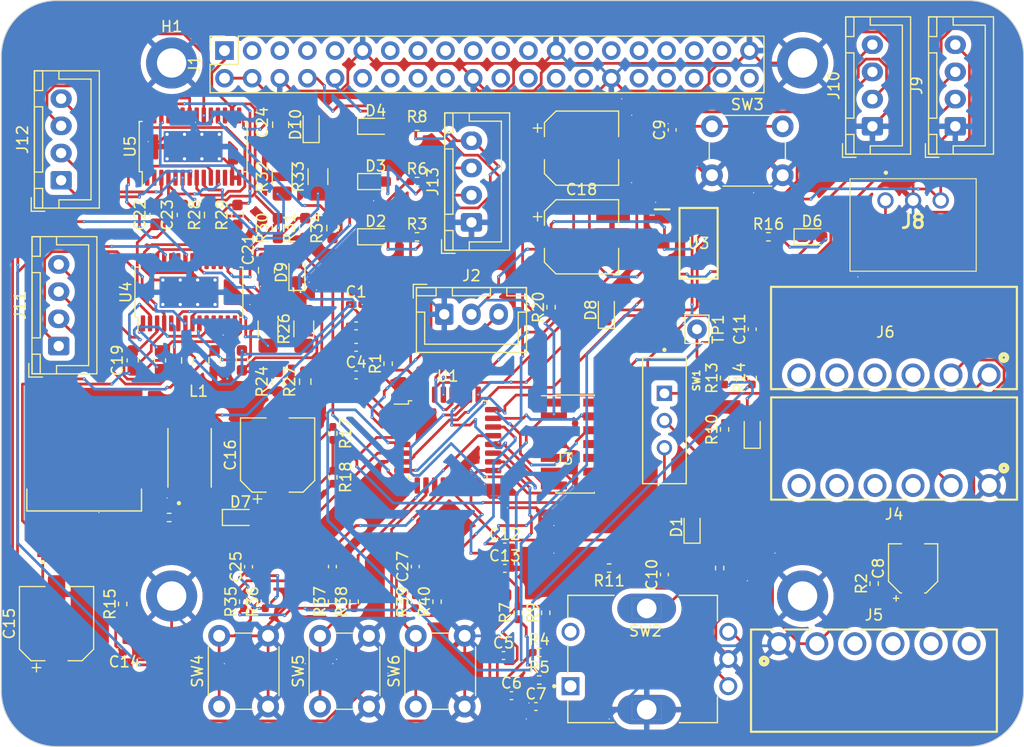
<source format=kicad_pcb>
(kicad_pcb (version 20221018) (generator pcbnew)
  (layers (0 "F.Cu" signal) (31 "B.Cu" signal) (34 "B.Paste" user) (35 "F.Paste" user) (36 "B.SilkS" user "B.Silkscreen") (37 "F.SilkS" user "F.Silkscreen") (38 "B.Mask" user) (39 "F.Mask" user) (44 "Edge.Cuts" user))
  (net 0 "")
  (net 1 "+3.3V")
  (net 2 "GND")
  (net 3 "/ENCODEUR_B")
  (net 4 "/ENCODEUR_A")
  (net 5 "VCC")
  (net 6 "/NRST")
  (net 7 "/ENCODEUR_BTN")
  (net 8 "/ADC_BATT")
  (net 9 "+5V")
  (net 10 "Net-(C14-Pad1)")
  (net 11 "+5.1V")
  (net 12 "Net-(U4-VCP)")
  (net 13 "Net-(U4-CPI)")
  (net 14 "Net-(U4-CPO)")
  (net 15 "Net-(U4-5VOUT)")
  (net 16 "Net-(U5-VCP)")
  (net 17 "Net-(U5-CPI)")
  (net 18 "Net-(U5-CPO)")
  (net 19 "Net-(U5-5VOUT)")
  (net 20 "/PA1_USR_BTN_0")
  (net 21 "/PA11_USR_BTN_1")
  (net 22 "/PA12_USR_BTN_2")
  (net 23 "/Vsw")
  (net 24 "Net-(D1-A)")
  (net 25 "Net-(D2-A)")
  (net 26 "Net-(D3-A)")
  (net 27 "Net-(D4-A)")
  (net 28 "Net-(D5-A)")
  (net 29 "Net-(D6-A)")
  (net 30 "Net-(D7-A)")
  (net 31 "Net-(D8-A)")
  (net 32 "Net-(D9-A)")
  (net 33 "Net-(D10-A)")
  (net 37 "/RASPBERRY_PI_TX")
  (net 39 "/RASPBERRY_PI_RX")
  (net 65 "/DATA_RECEIVER")
  (net 68 "/SWDIO")
  (net 69 "/SWCLK")
  (net 73 "/STLINK_RX")
  (net 74 "/STLINK_TX")
  (net 75 "/V_BAT")
  (net 76 "/V_CHARGE")
  (net 77 "Net-(J6-Pin_1)")
  (net 78 "/LIDAR_LP_TX")
  (net 79 "/LIDAR_LP_RX")
  (net 80 "/I2C_SCL")
  (net 81 "/I2C_SDA")
  (net 82 "/TMC2225/OA1")
  (net 83 "/TMC2225/OA2")
  (net 84 "/TMC2225/OB1")
  (net 85 "/TMC2225/OB2")
  (net 86 "/TMC2226/OA1")
  (net 87 "/TMC2226/OA2")
  (net 88 "/TMC2226/OB1")
  (net 89 "/TMC2226/OB2")
  (net 90 "/PB8-BOOT0_LED0")
  (net 91 "/PF0_LED1")
  (net 92 "/PF1_LED2")
  (net 93 "Net-(R4-Pad2)")
  (net 94 "Net-(R5-Pad2)")
  (net 95 "Net-(R11-Pad2)")
  (net 96 "Net-(U2-Vc)")
  (net 97 "/VFB")
  (net 98 "Net-(U4-MS1)")
  (net 99 "Net-(U4-MS2)")
  (net 100 "Net-(U4-BRA)")
  (net 101 "Net-(U4-BRB)")
  (net 102 "Net-(U4-DIAG)")
  (net 103 "Net-(U5-MS1)")
  (net 104 "Net-(U5-MS2)")
  (net 105 "Net-(U5-BRA)")
  (net 106 "Net-(U5-BRB)")
  (net 107 "Net-(U5-DIAG)")
  (net 108 "Net-(R36-Pad2)")
  (net 109 "Net-(R38-Pad2)")
  (net 110 "Net-(R40-Pad2)")
  (net 111 "/DIR_MOTOR_L")
  (net 112 "/PWM_MOTOR_L_TIM2_CH1")
  (net 113 "/PWM_MOTOR_R_TIM3_CH1")
  (net 114 "/DIR_MOTOR_R")
  (footprint "Button_Switch_THT:SW_PUSH_6mm" (layer "F.Cu") (at 72.48 130.94 90)
    (fp_text reference "SW5")
    (fp_text value "SW_Push")
  )
  (footprint "Resistor_SMD:R_1206_3216Metric_Pad1.30x1.75mm_HandSolder" (layer "F.Cu") (at 69 82.23 90)
    (fp_text reference "R32")
    (fp_text value "150m")
  )
  (footprint "AZ1117_CH2:SOT230P700X180-4N" (layer "F.Cu") (at 107.28 88.36)
    (fp_text reference "U3")
    (fp_text value "AZ1117CH2-3.3TRG1")
  )
  (footprint "Resistor_SMD:R_0603_1608Metric_Pad0.98x0.95mm_HandSolder" (layer "F.Cu") (at 60.28 99.12 90)
    (fp_text reference "R21" hide)
    (fp_text value "0R" hide)
  )
  (footprint "Resistor_SMD:R_0402_1005Metric_Pad0.72x0.64mm_HandSolder" (layer "F.Cu") (at 73.63 121.304436 90)
    (fp_text reference "R37")
    (fp_text value "10k")
  )
  (footprint "Resistor_SMD:R_0603_1608Metric_Pad0.98x0.95mm_HandSolder" (layer "F.Cu") (at 68.61 86.96 90)
    (fp_text reference "R30")
    (fp_text value "0R")
  )
  (footprint "Resistor_SMD:R_0402_1005Metric_Pad0.72x0.64mm_HandSolder" (layer "F.Cu") (at 113.7025 87.76)
    (fp_text reference "R16")
    (fp_text value "3k6")
  )
  (footprint "Resistor_SMD:R_0603_1608Metric_Pad0.98x0.95mm_HandSolder" (layer "F.Cu") (at 73.63 86.96 90)
    (fp_text reference "R34")
    (fp_text value "1k")
  )
  (footprint "Capacitor_SMD:C_0402_1005Metric_Pad0.74x0.62mm_HandSolder" (layer "F.Cu") (at 112.21 96.255 90)
    (fp_text reference "C11")
    (fp_text value "100n")
  )
  (footprint "Capacitor_SMD:C_0402_1005Metric_Pad0.74x0.62mm_HandSolder" (layer "F.Cu") (at 89.4675 116.27)
    (fp_text reference "C12")
    (fp_text value "1u")
  )
  (footprint "Resistor_SMD:R_0402_1005Metric_Pad0.72x0.64mm_HandSolder" (layer "F.Cu") (at 99.06 118.21 180)
    (fp_text reference "R11")
    (fp_text value "10k")
  )
  (footprint "Capacitor_SMD:C_0402_1005Metric_Pad0.74x0.62mm_HandSolder" (layer "F.Cu") (at 75.8 100.46)
    (fp_text reference "C4")
    (fp_text value "10u")
  )
  (footprint "Package_QFP:LQFP-32_7x7mm_P0.8mm" (layer "F.Cu") (at 84.22 106.445)
    (fp_text reference "U1")
    (fp_text value "STM32G431KBTx")
  )
  (footprint "Capacitor_SMD:C_0402_1005Metric_Pad0.74x0.62mm_HandSolder" (layer "F.Cu") (at 104.14 118.8075 90)
    (fp_text reference "C10")
    (fp_text value "10n")
  )
  (footprint "Resistor_SMD:R_0402_1005Metric_Pad0.72x0.64mm_HandSolder" (layer "F.Cu") (at 78.74 99.4225 90)
    (fp_text reference "R1")
    (fp_text value "100k")
  )
  (footprint "Connector_JST:JST_XH_B4B-XH-A_1x04_P2.50mm_Vertical" (layer "F.Cu") (at 130.88 77.6 90)
    (fp_text reference "J9")
    (fp_text value "Conn_01x04" hide)
  )
  (footprint "Connector_PinSocket_2.54mm:PinSocket_2x20_P2.54mm_Vertical" (layer "F.Cu") (at 63.7 70.64 90)
    (fp_text reference "J1")
    (fp_text value "Conn_02x20_Odd_Even" hide)
  )
  (footprint "LED_SMD:LED_0603_1608Metric_Pad1.05x0.95mm_HandSolder" (layer "F.Cu") (at 70.36 91.0275 90)
    (fp_text reference "D9")
    (fp_text value "LED")
  )
  (footprint "Rotatory_encoder_button:SW_482016514001" (layer "F.Cu") (at 102.51 126.57)
    (fp_text reference "SW2")
    (fp_text value "RotaryEncoder_Switch")
    (fp_line (start -1.35 -5.6) (end 1.35 -5.6) (stroke (width 0.01)) (layer "Edge.Cuts"))
    (fp_line (start -1.35 -3.7) (end -1.35 -5.6) (stroke (width 0.01)) (layer "Edge.Cuts"))
    (fp_line (start -1.35 3.7) (end 1.35 3.7) (stroke (width 0.01)) (layer "Edge.Cuts"))
    (fp_line (start -1.35 5.6) (end -1.35 3.7) (stroke (width 0.01)) (layer "Edge.Cuts"))
    (fp_line (start 1.35 -5.6) (end 1.35 -3.7) (stroke (width 0.01)) (layer "Edge.Cuts"))
    (fp_line (start 1.35 -3.7) (end -1.35 -3.7) (stroke (width 0.01)) (layer "Edge.Cuts"))
    (fp_line (start 1.35 3.7) (end 1.35 5.6) (stroke (width 0.01)) (layer "Edge.Cuts"))
    (fp_line (start 1.35 5.6) (end -1.35 5.6) (stroke (width 0.01)) (layer "Edge.Cuts"))
  )
  (footprint "Resistor_SMD:R_0603_1608Metric_Pad0.98x0.95mm_HandSolder" (layer "F.Cu") (at 71.12 101.0725 90)
    (fp_text reference "R27")
    (fp_text value "1k")
  )
  (footprint "Capacitor_SMD:CP_Elec_6.3x5.4" (layer "F.Cu") (at 68.58 107.82 90)
    (fp_text reference "C16")
    (fp_text value "47u")
  )
  (footprint "Resistor_SMD:R_0402_1005Metric_Pad0.72x0.64mm_HandSolder" (layer "F.Cu") (at 92.6325 125.96)
    (fp_text reference "R4")
    (fp_text value "10k")
  )
  (footprint "Capacitor_SMD:CP_Elec_4x5.4" (layer "F.Cu") (at 127 118.24 90)
    (fp_text reference "C8")
    (fp_text value "10u")
  )
  (footprint "LED_SMD:LED_0603_1608Metric_Pad1.05x0.95mm_HandSolder" (layer "F.Cu") (at 77.6 77.6)
    (fp_text reference "D4")
    (fp_text value "LED_GREEN" hide)
  )
  (footprint "Connector_PinHeader_1.27mm:PinHeader_2x07_P1.27mm_Vertical_SMD" (layer "F.Cu") (at 95.93 106.81)
    (fp_text reference "J3")
    (fp_text value "Conn_ST_STDC14")
  )
  (footprint "LED_SMD:LED_0603_1608Metric_Pad1.05x0.95mm_HandSolder" (layer "F.Cu") (at 112.21 105.54 90)
    (fp_text reference "D5" hide)
    (fp_text value "LED_RED")
  )
  (footprint "Resistor_SMD:R_0402_1005Metric_Pad0.72x0.64mm_HandSolder" (layer "F.Cu") (at 65.46 121.304436 90)
    (fp_text reference "R35")
    (fp_text value "10k")
  )
  (footprint "MountingHole:MountingHole_2.7mm_M2.5_DIN965_Pad" (layer "F.Cu") (at 116.84 120.78)
    (fp_text reference "H4" hide)
    (fp_text value "MountingHole_Pad" hide)
  )
  (footprint "Connector_JST:JST_XH_B4B-XH-A_1x04_P2.50mm_Vertical" (layer "F.Cu") (at 123.26 77.6 90)
    (fp_text reference "J10")
    (fp_text value "Conn_01x04" hide)
  )
  (footprint "Package_SO:HTSSOP-28-1EP_4.4x9.7mm_P0.65mm_EP2.85x5.4mm_ThermalVias" (layer "F.Cu") (at 60.82 79.465 90)
    (fp_text reference "U5")
    (fp_text value "TMC2225-SA-T" hide)
  )
  (footprint "Resistor_SMD:R_0603_1608Metric_Pad0.98x0.95mm_HandSolder" (layer "F.Cu") (at 71.12 86.96 90)
    (fp_text reference "R31")
    (fp_text value "0R")
  )
  (footprint "Resistor_SMD:R_0402_1005Metric_Pad0.72x0.64mm_HandSolder" (layer "F.Cu") (at 81.4025 77.6)
    (fp_text reference "R8")
    (fp_text value "1k6")
  )
  (footprint "Capacitor_SMD:C_0402_1005Metric_Pad0.74x0.62mm_HandSolder" (layer "F.Cu") (at 53.7725 126 180)
    (fp_text reference "C14")
    (fp_text value "10n")
  )
  (footprint "MINI_SPDT_SW:SW_MINI-SPDT-SW" (layer "F.Cu") (at 104.14 104.65 -90)
    (fp_text reference "SW1")
    (fp_text value "SW_Push_SPDT")
  )
  (footprint "Capacitor_SMD:CP_Elec_6.3x5.4" (layer "F.Cu") (at 96.52 79.61)
    (fp_text reference "C17" hide)
    (fp_text value "10u")
  )
  (footprint "Connector_JST:JST_XH_B4B-XH-A_1x04_P2.50mm_Vertical" (layer "F.Cu") (at 86.4 86.43 90)
    (fp_text reference "J13")
    (fp_text value "Conn_01x04")
  )
  (footprint "Resistor_SMD:R_0603_1608Metric_Pad0.98x0.95mm_HandSolder" (layer "F.Cu") (at 62.38 85.7475 90)
    (fp_text reference "R28")
    (fp_text value "0R")
  )
  (footprint "Capacitor_SMD:C_0402_1005Metric_Pad0.74x0.62mm_HandSolder" (layer "F.Cu") (at 73.62 118.074436 90)
    (fp_text reference "C26" hide)
    (fp_text value "10n")
  )
  (footprint "Capacitor_SMD:C_0805_2012Metric_Pad1.18x1.45mm_HandSolder" (layer "F.Cu") (at 67.56 90.8425 90)
    (fp_text reference "C21")
    (fp_text value "2.2uF")
  )
  (footprint "Capacitor_SMD:C_0603_1608Metric_Pad1.08x0.95mm_HandSolder" (layer "F.Cu") (at 55.26 99.12 90)
    (fp_text reference "C19")
    (fp_text value "100nF")
  )
  (footprint "Capacitor_SMD:C_0805_2012Metric_Pad1.18x1.45mm_HandSolder" (layer "F.Cu") (at 68.86 77.45 90)
    (fp_text reference "C24")
    (fp_text value "2.2uF")
  )
  (footprint "LT107CR-PBF:DPAK127P1394X457-8N" (layer "F.Cu") (at 50.8 109.42)
    (fp_text reference "U2" hide)
    (fp_text value "LT1076CR-PBF" hide)
  )
  (footprint "DST10100S:DIO_MBR1045STR" (layer "F.Cu") (at 60.49 108.08 90)
    (fp_text reference "CR1" hide)
    (fp_text value "DST10100S")
  )
  (footprint "Battery_connector:691322110006" (layer "F.Cu") (at 125.24 100.46 180)
    (fp_text reference "J6")
    (fp_text value "Stop")
  )
  (footprint "LED_SMD:LED_0603_1608Metric_Pad1.05x0.95mm_HandSolder" (layer "F.Cu") (at 117.715 87.76)
    (fp_text reference "D6")
    (fp_text value "LED_RED")
  )
  (footprint "Resistor_SMD:R_0402_1005Metric_Pad0.72x0.64mm_HandSolder" (layer "F.Cu") (at 109.22 118.21 90)
    (fp_text reference "R12" hide)
    (fp_text value "10k" hide)
  )
  (footprint "Resistor_SMD:R_0402_1005Metric_Pad0.72x0.64mm_HandSolder" (layer "F.Cu") (at 75.62 121.304436 90)
    (fp_text reference "R38")
    (fp_text value "10k")
  )
  (footprint "Resistor_SMD:R_1206_3216Metric_Pad1.30x1.75mm_HandSolder" (layer "F.Cu") (at 70.99 96.2225 90)
    (fp_text reference "R26")
    (fp_text value "150m")
  )
  (footprint "Button_Switch_THT:SW_PUSH_6mm" (layer "F.Cu") (at 81.28 130.94 90)
    (fp_text reference "SW6")
    (fp_text value "SW_Push")
  )
  (footprint "Capacitor_SMD:C_0402_1005Metric_Pad0.74x0.62mm_HandSolder" (layer "F.Cu") (at 75.8 93.98)
    (fp_text reference "C1")
    (fp_text value "100n")
  )
  (footprint "Button_Switch_THT:SW_PUSH_6mm" (layer "F.Cu") (at 63.21 130.94 90)
    (fp_text reference "SW4")
    (fp_text value "SW_Push")
  )
  (footprint "Resistor_SMD:R_0402_1005Metric_Pad0.72x0.64mm_HandSolder" (layer "F.Cu") (at 93.72 94.2275 90)
    (fp_text reference "R20")
    (fp_text value "1k6")
  )
  (footprint "Capacitor_SMD:C_0603_1608Metric_Pad1.08x0.95mm_HandSolder" (layer "F.Cu") (at 59.87 85.7475 90)
    (fp_text reference "C23")
    (fp_text value "22nF")
  )
  (footprint "Resistor_SMD:R_0402_1005Metric_Pad0.72x0.64mm_HandSolder" (layer "F.Cu") (at 93.23 122.32 90)
    (fp_text reference "R9")
    (fp_text value "10k")
  )
  (footprint "Resistor_SMD:R_0402_1005Metric_Pad0.72x0.64mm_HandSolder" (layer "F.Cu") (at 112.21 100.7375 90)
    (fp_text reference "R14")
    (fp_text value "10k")
  )
  (footprint "Connector_JST:JST_XH_B4B-XH-A_1x04_P2.50mm_Vertical" (layer "F.Cu") (at 48.68 82.56 90)
    (fp_text reference "J12")
    (fp_text value "Conn_01x04")
  )
  (footprint "LED_SMD:LED_0603_1608Metric_Pad1.05x0.95mm_HandSolder" (layer "F.Cu") (at 77.6 87.76)
    (fp_text reference "D2")
    (fp_text value "LED_GREEN" hide)
  )
  (footprint "Connector_JST:JST_XH_B3B-XH-A_1x03_P2.50mm_Vertical" (layer "F.Cu") (at 83.9 94.88)
    (fp_text reference "J2")
    (fp_text value "Conn_01x03")
  )
  (footprint "Battery_connector:691322110006" (layer "F.Cu") (at 123.4 125.16)
    (fp_text reference "J5")
    (fp_text value "Charge")
  )
  (footprint "Resistor_SMD:R_0402_1005Metric_Pad0.72x0.64mm_HandSolder" (layer "F.Cu") (at 67.45 121.304436 90)
    (fp_text reference "R36")
    (fp_text value "10k")
  )
  (footprint "LED_SMD:LED_0603_1608Metric_Pad1.05x0.95mm_HandSolder" (layer "F.Cu") (at 71.66 77.435 90)
    (fp_text reference "D10")
    (fp_text value "LED")
  )
  (footprint "Capacitor_SMD:C_0402_1005Metric_Pad0.74x0.62mm_HandSolder" (layer "F.Cu") (at 92.33 130.94)
    (fp_text reference "C7")
    (fp_text value "100n")
  )
  (footprint "Capacitor_SMD:C_0402_1005Metric_Pad0.74x0.62mm_HandSolder" (layer "F.Cu") (at 90.08 129.94)
    (fp_text reference "C6")
    (fp_text value "10n")
  )
  (footprint "Resistor_SMD:R_0402_1005Metric_Pad0.72x0.64mm_HandSolder" (layer "F.Cu") (at 81.25 121.301936 90)
    (fp_text reference "R39")
    (fp_text value "10k")
  )
  (footprint "LED_SMD:LED_0603_1608Metric" (layer "F.Cu") (at 106.68 114.4375 90)
    (fp_text reference "D1")
    (fp_text value "LED_RED")
  )
  (footprint "Connector_JST:JST_XH_B4B-XH-A_1x04_P2.50mm_Vertical" (layer "F.Cu") (at 48.46 97.8 90)
    (fp_text reference "J11")
    (fp_text value "Conn_01x04")
  )
  (footprint "MountingHole:MountingHole_2.7mm_M2.5_DIN965_Pad" (layer "F.Cu") (at 58.84 71.78)
    (fp_text reference "H1")
    (fp_text value "MountingHole_Pad")
  )
  (footprint "Capacitor_SMD:C_0402_1005Metric_Pad0.74x0.62mm_HandSolder" (layer "F.Cu") (at 81.24 118.071936 90)
    (fp_text reference "C27")
    (fp_text value "10n")
  )
  (footprint "Resistor_SMD:R_0402_1005Metric_Pad0.72x0.64mm_HandSolder" (layer "F.Cu") (at 81.4025 87.76)
    (fp_text reference "R3")
    (fp_text value "1k6")
  )
  (footprint "LED_SMD:LED_0603_1608Metric_Pad1.05x0.95mm_HandSolder" (layer "F.Cu") (at 65.165 113.56)
    (fp_text reference "D7")
    (fp_text value "LED_RED")
  )
  (footprint "Capacitor_SMD:CP_Elec_6.3x7.7" (layer "F.Cu") (at 48.26 123.32 90)
    (fp_text reference "C15")
    (fp_text value "100u")
  )
  (footprint "Connector_Pin:Pin_D0.9mm_L10.0mm_W2.4mm_FlatFork" (layer "F.Cu") (at 107.13 96.255 90)
    (fp_text reference "TP1")
    (fp_text value "TestPoint")
  )
  (footprint "Resistor_SMD:R_0402_1005Metric_Pad0.72x0.64mm_HandSolder" (layer "F.Cu") (at 109.67 105.465 90)
    (fp_text reference "R10")
    (fp_text value "5k6")
  )
  (footprint "Battery_connector:691322110006" (layer "F.Cu") (at 125.25 110.62 180)
    (fp_text reference "J4")
    (fp_text value "Battery")
  )
  (footprint "Capacitor_SMD:CP_Elec_6.3x5.4" (layer "F.Cu") (at 96.52 87.76)
    (fp_text reference "C18")
    (fp_text value "10u")
  )
  (footprint "Resistor_SMD:R_0402_1005Metric_Pad0.72x0.64mm_HandSolder" (layer "F.Cu") (at 81.4025 82.68)
    (fp_text reference "R6")
    (fp_text value "1k6")
  )
  (footprint "LED_SMD:LED_0603_1608Metric_Pad1.05x0.95mm_HandSolder" (layer "F.Cu") (at 77.6 82.68)
    (fp_text reference "D3")
    (fp_text value "LED_GREEN" hide)
  )
  (footprint "LED_SMD:LED_0603_1608Metric_Pad1.05x0.95mm_HandSolder" (layer "F.Cu") (at 98.8 94.505 90)
    (fp_text reference "D8")
    (fp_text value "LED_RED")
  )
  (footprint "Resistor_SMD:R_0402_1005Metric_Pad0.72x0.64mm_HandSolder" (layer "F.Cu") (at 109.67 100.7375 90)
    (fp_text reference "R13")
    (fp_text value "15k")
  )
  (footprint "Capacitor_SMD:C_0402_1005Metric_Pad0.74x0.62mm_HandSolder" (layer "F.Cu") (at 75.8 97.92)
    (fp_text reference "C3" hide)
    (fp_text value "100n")
  )
  (footprint "MountingHole:MountingHole_2.7mm_M2.5_DIN965_Pad" (layer "F.Cu") (at 116.84 71.78)
    (fp_text reference "H2" hide)
    (fp_text value "MountingHole_Pad" hide)
  )
  (footprint "Capacitor_SMD:C_0402_1005Metric_Pad0.74x0.62mm_HandSolder" (layer "F.Cu") (at 65.91 118.086936 90)
    (fp_text reference "C25")
    (fp_text value "10n")
  )
  (footprint "Resistor_SMD:R_0402_1005Metric_Pad0.72x0.64mm_HandSolder" (layer "F.Cu") (at 58.6125 113.56)
    (fp_text reference "R19" hide)
    (fp_text value "3k6")
  )
  (footprint "Button_Switch_THT:SW_PUSH_6mm" (layer "F.Cu") (at 108.51 77.6)
    (fp_text reference "SW3")
    (fp_text value "SW_Push")
  )
  (footprint "Resistor_SMD:R_0603_1608Metric_Pad0.98x0.95mm_HandSolder" (layer "F.Cu") (at 64.89 85.7475 90)
    (fp_text reference "R29")
    (fp_text value "0R" hide)
  )
  (footprint "Resistor_SMD:R_0603_1608Metric_Pad0.98x0.95mm_HandSolder" (layer "F.Cu") (at 68.58 101.0725 90)
    (fp_text reference "R24")
    (fp_text value "0R")
  )
  (footprint "Capacitor_SMD:C_0603_1608Metric_Pad1.08x0.95mm_HandSolder" (layer "F.Cu") (at 57.36 85.7475 90)
    (fp_text reference "C22")
    (fp_text value "100nF")
  )
  (footprint "Capacitor_SMD:C_0402_1005Metric_Pad0.74x0.62mm_HandSolder" (layer "F.Cu") (at 104.85 77.9325 90)
    (fp_text reference "C9")
    (fp_text value "10n")
  )
  (footprint "Resistor_SMD:R_0402_1005Metric_Pad0.72x0.64mm_HandSolder" (layer "F.Cu") (at 73.66 105.83 -90)
    (fp_text reference "R17")
    (fp_text value "13k")
  )
  (footprint "Resistor_SMD:R_0603_1608Metric_Pad0.98x0.95mm_HandSolder" (layer "F.Cu") (at 65.3 99.12 90)
    (fp_text reference "R23" hide)
    (fp_text value "0R")
  )
  (footprint "Resistor_SMD:R_0402_1005Metric_Pad0.72x0.64mm_HandSolder" (layer "F.Cu") (at 123.42 119.64 90)
    (fp_text reference "R2")
    (fp_text value "560" hide)
  )
  (footprint "Inductor_SMD:L_0201_0603Metric" (layer "F.Cu") (at 61.305 103)
    (fp_text reference "L1")
    (fp_text value "220u" hide)
  )
  (footprint "Resistor_SMD:R_0402_1005Metric_Pad0.72x0.64mm_HandSolder" (layer "F.Cu") (at 54.34 121.5175 90)
    (fp_text reference "R15")
    (fp_text value "2.7k")
  )
  (footprint "Resistor_SMD:R_0402_1005Metric_Pad0.72x0.64mm_HandSolder" (layer "F.Cu") (at 90.69 122.32 90)
    (fp_text reference "R7")
    (fp_text value "10k")
  )
  (footprint "Resistor_SMD:R_0402_1005Metric_Pad0.72x0.64mm_HandSolder" (layer "F.Cu") (at 83.24 121.301936 90)
    (fp_text reference "R40")
    (fp_text value "10k")
  )
  (footprint "Resistor_SMD:R_1206_3216Metric_Pad1.30x1.75mm_HandSolder" (layer "F.Cu") (at 67.7 96.2225 90)
    (fp_text reference "R25" hide)
    (fp_text value "150m")
  )
  (footprint "Resistor_SMD:R_0402_1005Metric_Pad0.72x0.64mm_HandSolder" (layer "F.Cu") (at 92.6325 128.5)
    (fp_text reference "R5")
    (fp_text value "10k")
  )
  (footprint "Resistor_SMD:R_1206_3216Metric_Pad1.30x1.75mm_HandSolder" (layer "F.Cu") (at 72.29 82.23 90)
    (fp_text reference "R33")
    (fp_text value "150m")
  )
  (footprint "Resistor_SMD:R_0603_1608Metric_Pad0.98x0.95mm_HandSolder" (layer "F.Cu") (at 62.79 99.12 90)
    (fp_text reference "R22" hide)
    (fp_text value "0R" hide)
  )
  (footprint "Capacitor_SMD:C_0402_1005Metric_Pad0.74x0.62mm_HandSolder" (layer "F.Cu") (at 75.8 95.95)
    (fp_text reference "C2" hide)
    (fp_text value "100n")
  )
  (footprint "Buck_5V_173010542:173010542" (layer "F.Cu") (at 127 86.345)
    (fp_text reference "J8")
    (fp_text value "173010542" hide)
  )
  (footprint "MountingHole:MountingHole_2.7mm_M2.5_DIN965_Pad" (layer "F.Cu") (at 58.84 120.78)
    (fp_text reference "H3")
    (fp_text value "MountingHole_Pad" hide)
  )
  (footprint "Capacitor_SMD:C_0603_1608Metric_Pad1.08x0.95mm_HandSolder" (layer "F.Cu") (at 57.77 99.12 90)
    (fp_text reference "C20" hide)
    (fp_text value "22nF")
  )
  (footprint "Capacitor_SMD:C_0402_1005Metric_Pad0.74x0.62mm_HandSolder" (layer "F.Cu") (at 89.4675 118.24)
    (fp_text reference "C13")
    (fp_text value "1u")
  )
  (footprint "Resistor_SMD:R_0402_1005Metric_Pad0.72x0.64mm_HandSolder" (layer "F.Cu") (at 73.66 109.86 -90)
    (fp_text reference "R18")
    (fp_text value "10k")
  )
  (footprint "Package_SO:HTSSOP-28-1EP_4.4x9.7mm_P0.65mm_EP2.85x5.4mm_ThermalVias" (layer "F.Cu") (at 60.43 92.855 90)
    (fp_text reference "U4")
    (fp_text value "TMC2225-SA-T" hide)
  )
  (footprint "Capacitor_SMD:C_0402_1005Metric_Pad0.74x0.62mm_HandSolder" (layer "F.Cu") (at 89.3475 126.25)
    (fp_text reference "C5")
    (fp_text value "10n")
  )
  (gr_line (start 132.08 134.62) (end 48.26 134.62) (stroke (width 0.1)) (layer "Edge.Cuts"))
  (gr_arc (start 132.08 66.04) (mid 135.672102 67.527898) (end 137.16 71.12) (stroke (width 0.1)) (layer "Edge.Cuts"))
  (gr_arc (start 48.26 134.62) (mid 44.667898 133.132102) (end 43.18 129.54) (stroke (width 0.1)) (layer "Edge.Cuts"))
  (gr_arc (start 43.18 71.12) (mid 44.667898 67.527898) (end 48.26 66.04) (stroke (width 0.1)) (layer "Edge.Cuts"))
  (gr_arc (start 137.16 129.54) (mid 135.672102 133.132102) (end 132.08 134.62) (stroke (width 0.1)) (layer "Edge.Cuts"))
  (gr_line (start 48.26 66.04) (end 132.08 66.04) (stroke (width 0.1)) (layer "Edge.Cuts"))
  (gr_line (start 137.16 71.12) (end 137.16 129.54) (stroke (width 0.1)) (layer "Edge.Cuts"))
  (gr_line (start 43.18 129.54) (end 43.18 71.12) (stroke (width 0.1)) (layer "Edge.Cuts"))
  (segment (start 64.241021 84.0225) (end 66.237252 84.0225) (width 0.25) (layer "F.Cu") (net 1))
  (segment (start 80.920609 121.899436) (end 80.7545 122.065545) (width 0.25) (layer "F.Cu") (net 1))
  (segment (start 65.3 98.2075) (end 65.3 98.26) (width 0.25) (layer "F.Cu") (net 1))
  (segment (start 93.72 94.825) (end 92.285 94.825) (width 0.25) (layer "F.Cu") (net 1))
  (segment (start 64.768959 75.54) (end 64.395 75.913959) (width 0.25) (layer "F.Cu") (net 1))
  (segment (start 71.12 121.92) (end 71.12 121.901936) (width 0.25) (layer "F.Cu") (net 1))
  (segment (start 86.995 109.245) (end 86.36 109.88) (width 0.25) (layer "F.Cu") (net 1))
  (segment (start 91.44 105.98) (end 91.44 106.68) (width 0.25) (layer "F.Cu") (net 1))
  (segment (start 121.96 72.113299) (end 121.96 73.086701) (width 0.25) (layer "F.Cu") (net 1))
  (segment (start 75.956177 95.226323) (end 75.956177 94.703677) (width 0.25) (layer "F.Cu") (net 1))
  (segment (start 104.14 88.57) (end 103.93 88.36) (width 0.25) (layer "F.Cu") (net 1))
  (segment (start 89.464781 131.575) (end 88.0875 130.197719) (width 0.25) (layer "F.Cu") (net 1))
  (segment (start 92.173823 131.575) (end 89.464781 131.575) (width 0.25) (layer "F.Cu") (net 1))
  (segment (start 90.69 121.7225) (end 93.23 121.7225) (width 0.25) (layer "F.Cu") (net 1))
  (segment (start 62.38 84.835) (end 62.832765 84.382235) (width 0.25) (layer "F.Cu") (net 1))
  (segment (start 90.69 120.03) (end 88.9 118.24) (width 0.25) (layer "F.Cu") (net 1))
  (segment (start 92.285 94.825) (end 91.578977 94.118977) (width 0.25) (layer "F.Cu") (net 1))
  (segment (start 66.515 76.003248) (end 66.051752 75.54) (width 0.25) (layer "F.Cu") (net 1))
  (segment (start 63.7 71.518299) (end 62.525 72.693299) (width 0.25) (layer "F.Cu") (net 1))
  (segment (start 88.9 92.38) (end 88.9 91.44) (width 0.25) (layer "F.Cu") (net 1))
  (segment (start 75.2325 97.92) (end 75.2325 95.95) (width 0.25) (layer "F.Cu") (net 1))
  (segment (start 84.558064 122.581936) (end 88.9 118.24) (width 0.25) (layer "F.Cu") (net 1))
  (segment (start 66.051752 75.54) (end 64.768959 75.54) (width 0.25) (layer "F.Cu") (net 1))
  (segment (start 104.14 88.15) (end 103.93 88.36) (width 0.25) (layer "F.Cu") (net 1))
  (segment (start 88.9 109.22) (end 88.42 109.22) (width 0.25) (layer "F.Cu") (net 1))
  (segment (start 66.04 88.9) (end 66.04 91.44) (width 0.25) (layer "F.Cu") (net 1))
  (segment (start 124.56 73.8) (end 124.56 72.113299) (width 0.25) (layer "F.Cu") (net 1))
  (segment (start 93.72 86.62) (end 93.98 86.36) (width 0.25) (layer "F.Cu") (net 1))
  (segment (start 80.045 103.645) (end 78.4175 103.645) (width 0.25) (layer "F.Cu") (net 1))
  (segment (start 93.72 95.197348) (end 93.188674 95.728674) (width 0.25) (layer "F.Cu") (net 1))
  (segment (start 66.585 84.0225) (end 68.61 86.0475) (width 0.25) (layer "F.Cu") (net 1))
  (segment (start 93.72 87.76) (end 93.72 86.62) (width 0.25) (layer "F.Cu") (net 1))
  (segment (start 93.98 104.27) (end 93.15 104.27) (width 0.25) (layer "F.Cu") (net 1))
  (segment (start 75.2325 100.46) (end 75.2325 97.92) (width 0.25) (layer "F.Cu") (net 1))
  (segment (start 91.578977 88.9) (end 92.58 88.9) (width 0.25) (layer "F.Cu") (net 1))
  (segment (start 86.36 116.84) (end 87.5 116.84) (width 0.25) (layer "F.Cu") (net 1))
  (segment (start 60.96 99.06) (end 60.96 98.8875) (width 0.25) (layer "F.Cu") (net 1))
  (segment (start 88.0875 124.325) (end 90.69 121.7225) (width 0.25) (layer "F.Cu") (net 1))
  (segment (start 62.525 74.043959) (end 64.395 75.913959) (width 0.25) (layer "F.Cu") (net 1))
  (segment (start 124.56 72.113299) (end 123.871701 71.425) (width 0.25) (layer "F.Cu") (net 1))
  (segment (start 66.515 83.744752) (end 66.515 76.003248) (width 0.25) (layer "F.Cu") (net 1))
  (segment (start 121.96 73.086701) (end 107.1545 87.892201) (width 0.25) (layer "F.Cu") (net 1))
  (segment (start 88.395 109.245) (end 86.995 109.245) (width 0.25) (layer "F.Cu") (net 1))
  (segment (start 64.005 90.932743) (end 64.005 89.9925) (width 0.25) (layer "F.Cu") (net 1))
  (segment (start 92.8975 130.94) (end 93.9125 129.925) (width 0.25) (layer "F.Cu") (net 1))
  (segment (start 86.36 112.27535) (end 87.372325 113.287675) (width 0.25) (layer "F.Cu") (net 1))
  (segment (start 93.9125 129.925) (end 93.9125 129.836323) (width 0.25) (layer "F.Cu") (net 1))
  (segment (start 68.61 86.33) (end 66.04 88.9) (width 0.25) (layer "F.Cu") (net 1))
  (segment (start 65.111026 122.25091) (end 65.46 121.901936) (width 0.25) (layer "F.Cu") (net 1))
  (segment (start 91.578977 94.118977) (end 91.578977 93.98) (width 0.25) (layer "F.Cu") (net 1))
  (segment (start 75.956177 94.703677) (end 75.2325 93.98) (width 0.25) (layer "F.Cu") (net 1))
  (segment (start 93.9125 129.836323) (end 92.173823 131.575) (width 0.25) (layer "F.Cu") (net 1))
  (segment (start 96.145 121.7225) (end 99.6575 118.21) (width 0.25) (layer "F.Cu") (net 1))
  (segment (start 93.72 94.825) (end 93.72 95.197348) (width 0.25) (layer "F.Cu") (net 1))
  (segment (start 107.1545 87.892201) (end 107.1545 88.204455) (width 0.25) (layer "F.Cu") (net 1))
  (segment (start 62.832765 84.382235) (end 63.881286 84.382235) (width 0.25) (layer "F.Cu") (net 1))
  (segment (start 88.42 109.22) (end 88.395 109.245) (width 0.25) (layer "F.Cu") (net 1))
  (segment (start 93.15 104.27) (end 91.44 105.98) (width 0.25) (layer "F.Cu") (net 1))
  (segment (start 87.5 116.84) (end 88.9 118.24) (width 0.25) (layer "F.Cu") (net 1))
  (segment (start 92.58 88.9) (end 93.72 87.76) (width 0.25) (layer "F.Cu") (net 1))
  (segment (start 60.96 98.8875) (end 60.28 98.2075) (width 0.25) (layer "F.Cu") (net 1))
  (segment (start 66.237252 84.0225) (end 66.515 83.744752) (width 0.25) (layer "F.Cu") (net 1))
  (segment (start 123.871701 71.425) (end 122.648299 71.425) (width 0.25) (layer "F.Cu") (net 1))
  (segment (start 75.2325 95.95) (end 75.956177 95.226323) (width 0.25) (layer "F.Cu") (net 1))
  (segment (start 73.63 121.901936) (end 69.896046 121.901936) (width 0.25) (layer "F.Cu") (net 1))
  (segment (start 64.395 75.913959) (end 64.395 76.6025) (width 0.25) (layer "F.Cu") (net 1))
  (segment (start 62.525 72.693299) (end 62.525 74.043959) (width 0.25) (layer "F.Cu") (net 1))
  (segment (start 81.25 121.899436) (end 80.920609 121.899436) (width 0.25) (layer "F.Cu") (net 1))
  (segment (start 90.69 121.7225) (end 90.69 120.03) (width 0.25) (layer "F.Cu") (net 1))
  (segment (start 86.36 109.88) (end 86.36 112.27535) (width 0.25) (layer "F.Cu") (net 1))
  (segment (start 63.7 70.64) (end 63.7 71.518299) (width 0.25) (layer "F.Cu") (net 1))
  (segment (start 122.648299 71.425) (end 121.96 72.113299) (width 0.25) (layer "F.Cu") (net 1))
  (segment (start 69.896046 121.901936) (end 69.228991 122.568991) (width 0.25) (layer "F.Cu") (net 1))
  (segment (start 104.14 86.884502) (end 104.14 88.15) (width 0.25) (layer "F.Cu") (net 1))
  (segment (start 65.111026 122.502946) (end 65.111026 122.25091) (width 0.25) (layer "F.Cu") (net 1))
  (segment (start 81.25 121.899436) (end 81.9325 122.581936) (width 0.25) (layer "F.Cu") (net 1))
  (segment (start 81.9325 122.581936) (end 84.558064 122.581936) (width 0.25) (layer "F.Cu") (net 1))
  (segment (start 78.4175 103.645) (end 75.2325 100.46) (width 0.25) (layer "F.Cu") (net 1))
  (segment (start 86.22 110.62) (end 86.22 110.033604) (width 0.25) (layer "F.Cu") (net 1))
  (segment (start 86.22 110.033604) (end 87.008604 109.245) (width 0.25) (layer "F.Cu") (net 1))
  (segment (start 64.334085 91.261828) (end 64.005 90.932743) (width 0.25) (layer "F.Cu") (net 1))
  (segment (start 63.881286 84.382235) (end 64.241021 84.0225) (width 0.25) (layer "F.Cu") (net 1))
  (segment (start 68.61 86.0475) (end 68.61 86.33) (width 0.25) (layer "F.Cu") (net 1))
  (segment (start 87.008604 109.245) (end 88.395 109.245) (width 0.25) (layer "F.Cu") (net 1))
  (segment (start 88.0875 130.197719) (end 88.0875 124.325) (width 0.25) (layer "F.Cu") (net 1))
  (segment (start 123.26 75.1) (end 124.56 73.8) (width 0.25) (layer "F.Cu") (net 1))
  (segment (start 93.23 121.7225) (end 96.145 121.7225) (width 0.25) (layer "F.Cu") (net 1))
  (segment (start 104.14 88.9) (end 104.14 88.57) (width 0.25) (layer "F.Cu") (net 1))
  (segment (start 86.4 94.88) (end 88.9 92.38) (width 0.25) (layer "F.Cu") (net 1))
  (segment (start 65.3 98.26) (end 65.579725 98.539725) (width 0.25) (layer "F.Cu") (net 1))
  (via micro (at 107.1545 88.204455) (size 0.3) (drill 0.1) (layers "F.Cu" "B.Cu") (net 1))
  (via micro (at 60.96 99.06) (size 0.3) (drill 0.1) (layers "F.Cu" "B.Cu") (net 1))
  (via micro (at 104.14 88.9) (size 0.3) (drill 0.1) (layers "F.Cu" "B.Cu") (net 1))
  (via micro (at 91.44 106.68) (size 0.3) (drill 0.1) (layers "F.Cu" "B.Cu") (net 1))
  (via micro (at 87.372325 113.287675) (size 0.3) (drill 0.1) (layers "F.Cu" "B.Cu") (net 1))
  (via micro (at 88.9 91.44) (size 0.3) (drill 0.1) (layers "F.Cu" "B.Cu") (net 1))
  (via micro (at 75.2325 93.98) (size 0.3) (drill 0.1) (layers "F.Cu" "B.Cu") (net 1))
  (via micro (at 104.14 86.884502) (size 0.3) (drill 0.1) (layers "F.Cu" "B.Cu") (net 1))
  (via micro (at 65.579725 98.539725) (size 0.3) (drill 0.1) (layers "F.Cu" "B.Cu") (net 1))
  (via micro (at 65.111026 122.502946) (size 0.3) (drill 0.1) (layers "F.Cu" "B.Cu") (net 1))
  (via micro (at 71.12 121.92) (size 0.3) (drill 0.1) (layers "F.Cu" "B.Cu") (net 1))
  (via micro (at 93.98 104.069619) (size 0.3) (drill 0.1) (layers "F.Cu" "B.Cu") (net 1))
  (via micro (at 69.228991 122.568991) (size 0.3) (drill 0.1) (layers "F.Cu" "B.Cu") (net 1))
  (via micro (at 86.36 116.84) (size 0.3) (drill 0.1) (layers "F.Cu" "B.Cu") (net 1))
  (via micro (at 93.188674 95.728674) (size 0.3) (drill 0.1) (layers "F.Cu" "B.Cu") (net 1))
  (via micro (at 66.04 91.44) (size 0.3) (drill 0.1) (layers "F.Cu" "B.Cu") (net 1))
  (via micro (at 88.9 109.22) (size 0.3) (drill 0.1) (layers "F.Cu" "B.Cu") (net 1))
  (via micro (at 64.334085 91.261828) (size 0.3) (drill 0.1) (layers "F.Cu" "B.Cu") (net 1))
  (via micro (at 93.98 86.36) (size 0.3) (drill 0.1) (layers "F.Cu" "B.Cu") (net 1))
  (via micro (at 65.3 98.2075) (size 0.3) (drill 0.1) (layers "F.Cu" "B.Cu") (net 1))
  (via micro (at 80.7545 122.065545) (size 0.3) (drill 0.1) (layers "F.Cu" "B.Cu") (net 1))
  (via micro (at 91.578977 88.9) (size 0.3) (drill 0.1) (layers "F.Cu" "B.Cu") (net 1))
  (via micro (at 91.578977 93.98) (size 0.3) (drill 0.1) (layers "F.Cu" "B.Cu") (net 1))
  (segment (start 103.615498 86.36) (end 104.14 86.884502) (width 0.25) (layer "B.Cu") (net 1))
  (segment (start 63.200282 101.300282) (end 60.96 99.06) (width 0.25) (layer "B.Cu") (net 1))
  (segment (start 65.3 100.27375) (end 64.273468 101.300282) (width 0.25) (layer "B.Cu") (net 1))
  (segment (start 87.372325 113.287675) (end 86.36 114.3) (width 0.25) (layer "B.Cu") (net 1))
  (segment (start 65.111026 122.502946) (end 69.162946 122.502946) (width 0.25) (layer "B.Cu") (net 1))
  (segment (start 88.9 91.44) (end 91.44 88.9) (width 0.25) (layer "B.Cu") (net 1))
  (segment (start 65.3 98.2075) (end 65.3 100.27375) (width 0.25) (layer "B.Cu") (net 1))
  (segment (start 91.44 88.9) (end 91.578977 88.9) (width 0.25) (layer "B.Cu") (net 1))
  (segment (start 93.188674 95.728674) (end 93.98 96.52) (width 0.25) (layer "B.Cu") (net 1))
  (segment (start 86.36 114.3) (end 86.36 116.84) (width 0.25) (layer "B.Cu") (net 1))
  (segment (start 91.44 106.68) (end 88.9 109.22) (width 0.25) (layer "B.Cu") (net 1))
  (segment (start 107.1545 88.204455) (end 106.458955 88.9) (width 0.25) (layer "B.Cu") (net 1))
  (segment (start 64.512257 91.44) (end 64.334085 91.261828) (width 0.25) (layer "B.Cu") (net 1))
  (segment (start 93.98 96.52) (end 93.98 104.069619) (width 0.25) (layer "B.Cu") (net 1))
  (segment (start 69.162946 122.502946) (end 69.228991 122.568991) (width 0.25) (layer "B.Cu") (net 1))
  (segment (start 70.672775 98.539725) (end 75.2325 93.98) (width 0.25) (layer "B.Cu") (net 1))
  (segment (start 66.04 91.44) (end 64.512257 91.44) (width 0.25) (layer "B.Cu") (net 1))
  (segment (start 71.265545 122.065545) (end 71.12 121.92) (width 0.25) (layer "B.Cu") (net 1))
  (segment (start 80.7545 122.065545) (end 71.265545 122.065545) (width 0.25) (layer "B.Cu") (net 1))
  (segment (start 87.7 93.58) (end 86.4 94.88) (width 0.25) (layer "B.Cu") (net 1))
  (segment (start 64.273468 101.300282) (end 63.200282 101.300282) (width 0.25) (layer "B.Cu") (net 1))
  (segment (start 93.98 86.36) (end 103.615498 86.36) (width 0.25) (layer "B.Cu") (net 1))
  (segment (start 106.458955 88.9) (end 104.14 88.9) (width 0.25) (layer "B.Cu") (net 1))
  (segment (start 65.579725 98.539725) (end 70.672775 98.539725) (width 0.25) (layer "B.Cu") (net 1))
  (segment (start 91.178977 93.58) (end 87.7 93.58) (width 0.25) (layer "B.Cu") (net 1))
  (segment (start 91.578977 93.98) (end 91.178977 93.58) (width 0.25) (layer "B.Cu") (net 1))
  (segment (start 57.253959 91.73) (end 58.03 91.73) (width 0.25) (layer "F.Cu") (net 2))
  (segment (start 85.78 130.94) (end 86.865 132.025) (width 0.25) (layer "F.Cu") (net 2))
  (segment (start 123.26 77.6) (end 129.58 71.28) (width 0.25) (layer "F.Cu") (net 2))
  (segment (start 57.028959 88.48) (end 63.07 88.48) (width 0.25) (layer "F.Cu") (net 2))
  (segment (start 91.385 132.025) (end 91.44 132.08) (width 0.25) (layer "F.Cu") (net 2))
  (segment (start 95.505 108.775) (end 94.93 109.35) (width 0.25) (layer "F.Cu") (net 2))
  (segment (start 85.42 110.62) (end 85.42 110.033604) (width 0.25) (layer "F.Cu") (net 2))
  (segment (start 86.56 73.18) (end 87.735 74.355) (width 0.25) (layer "F.Cu") (net 2))
  (segment (start 108.933299 72.005) (end 110.595 72.005) (width 0.25) (layer "F.Cu") (net 2))
  (segment (start 63.985 113.56) (end 64.29 113.56) (width 0.25) (layer "F.Cu") (net 2))
  (segment (start 95.776851 110.316851) (end 95.776851 110.634195) (width 0.25) (layer "F.Cu") (net 2))
  (segment (start 85.195 71.815) (end 86.56 73.18) (width 0.25) (layer "F.Cu") (net 2))
  (segment (start 77.575 71.815) (end 93.005 71.815) (width 0.25) (layer "F.Cu") (net 2))
  (segment (start 108.245 73.666701) (end 108.245 72.693299) (width 0.25) (layer "F.Cu") (net 2))
  (segment (start 99.32 78.39589) (end 99.32 79.61) (width 0.25) (layer "F.Cu") (net 2))
  (segment (start 130.88 77.6) (end 127 81.48) (width 0.25) (layer "F.Cu") (net 2))
  (segment (start 73.62 117.506936) (end 67.71 123.416936) (width 0.25) (layer "F.Cu") (net 2))
  (segment (start 57.748332 79.011668) (end 58.42 78.34) (width 0.25) (layer "F.Cu") (net 2))
  (segment (start 71.43293 91.9025) (end 72.1655 92.63507) (width 0.25) (layer "F.Cu") (net 2))
  (segment (start 111.96 70.64) (end 113.1 71.78) (width 0.25) (layer "F.Cu") (net 2))
  (segment (start 79.946606 102.27) (end 78.095 100.418394) (width 0.25) (layer "F.Cu") (net 2))
  (segment (start 69.955 74.355) (end 74.346701 74.355) (width 0.25) (layer "F.Cu") (net 2))
  (segment (start 108.86 125.14) (end 110.01 126.29) (width 0.25) (layer "F.Cu") (net 2))
  (segment (start 65.045 82.3275) (end 64.395 82.3275) (width 0.25) (layer "F.Cu") (net 2))
  (segment (start 90.6475 129.125555) (end 90.519096 128.997151) (width 0.25) (layer "F.Cu") (net 2))
  (segment (start 93.005 71.815) (end 94.18 70.64) (width 0.25) (layer "F.Cu") (net 2))
  (segment (start 103.93 85.182461) (end 103.93 86.06) (width 0.25) (layer "F.Cu") (net 2))
  (segment (start 73.997312 126.590658) (end 74.829342 126.590658) (width 0.25) (layer "F.Cu") (net 2))
  (segment (start 76.98 124.44) (end 74.42 127) (width 0.25) (layer "F.Cu") (net 2))
  (segment (start 56.689645 79.011668) (end 57.748332 79.011668) (width 0.25) (layer "F.Cu") (net 2))
  (segment (start 74.829342 126.590658) (end 76.98 124.44) (width 0.25) (layer "F.Cu") (net 2))
  (segment (start 70.36 91.9025) (end 70.6575 91.9025) (width 0.25) (layer "F.Cu") (net 2))
  (segment (start 78.729873 129.190127) (end 78.729873 127.871402) (width 0.25) (layer "F.Cu") (net 2))
  (segment (start 53.205 126) (end 53.84 126.635) (width 0.25) (layer "F.Cu") (net 2))
  (segment (start 116.84 71.78) (end 119.695 68.925) (width 0.25) (layer "F.Cu") (net 2))
  (segment (start 60.755 90.681041) (end 60.381041 91.055) (width 0.25) (layer "F.Cu") (net 2))
  (segment (start 78.0025 98.825) (end 78.74 98.825) (width 0.25) (layer "F.Cu") (net 2))
  (segment (start 108.86 123.313654) (end 108.86 125.14) (width 0.25) (layer "F.Cu") (net 2))
  (segment (start 94.93 109.35) (end 93.98 109.35) (width 0.25) (layer "F.Cu") (net 2))
  (segment (start 130.405 85.495) (end 128.075 85.495) (width 0.25) (layer "F.Cu") (net 2))
  (segment (start 64.395 82.3275) (end 64.395 81.340736) (width 0.25) (layer "F.Cu") (net 2))
  (segment (start 76.3675 100.46) (end 78.0025 98.825) (width 0.25) (layer "F.Cu") (net 2))
  (segment (start 93.98 106.81) (end 94.93 106.81) (width 0.25) (layer "F.Cu") (net 2))
  (segment (start 60.755 89.9925) (end 60.755 90.681041) (width 0.25) (layer "F.Cu") (net 2))
  (segment (start 94.18 70.64) (end 95.355 71.815) (width 0.25) (layer "F.Cu") (net 2))
  (segment (start 113.407935 83.702065) (end 112.34086 83.702065) (width 0.25) (layer "F.Cu") (net 2))
  (segment (start 85.78 124.44) (end 85.78 130.94) (width 0.25) (layer "F.Cu") (net 2))
  (segment (start 60.381041 91.055) (end 56.578959 91.055) (width 0.25) (layer "F.Cu") (net 2))
  (segment (start 76.725 83.755802) (end 77.410795 84.441597) (width 0.25) (layer "F.Cu") (net 2))
  (segment (start 132.63 83.27) (end 130.405 85.495) (width 0.25) (layer "F.Cu") (net 2))
  (segment (start 132.63 69.13) (end 132.63 83.27) (width 0.25) (layer "F.Cu") (net 2))
  (segment (start 108.51 82.1) (end 107.9745 82.1) (width 0.25) (layer "F.Cu") (net 2))
  (segment (start 90.6475 129.94) (end 90.6475 129.125555) (width 0.25) (layer "F.Cu") (net 2))
  (segment (start 56.33 89.178959) (end 57.028959 88.48) (width 0.25) (layer "F.Cu") (net 2))
  (segment (start 92.926898 113.484148) (end 92.926898 113.246898) (width 0.25) (layer "F.Cu") (net 2))
  (segment (start 93.98 109.35) (end 94.81 109.35) (width 0.25) (layer "F.Cu") (net 2))
  (segment (start 67.71 124.44) (end 66.2445 124.44) (width 0.25) (layer "F.Cu") (net 2))
  (segment (start 86.221104 109.2325) (end 86.336454 109.2325) (width 0.25) (layer "F.Cu") (net 2))
  (segment (start 75.035 72.005) (end 76.4 70.64) (width 0.25) (layer "F.Cu") (net 2))
  (segment (start 90.275 72.285) (end 90.745 71.815) (width 0.25) (layer "F.Cu") (net 2))
  (segment (start 60.755 89.9925) (end 60.755 91.255) (width 0.25) (layer "F.Cu") (net 2))
  (segment (start 59.63 91.73) (end 61.23 91.73) (width 0.25) (layer "F.Cu") (net 2))
  (segment (start 99.26 79.55) (end 99.32 79.61) (width 0.25) (layer "F.Cu") (net 2))
  (segment (start 114.65 125.16) (end 111.76 122.27) (width 0.25) (layer "F.Cu") (net 2))
  (segment (start 129.58 69.613299) (end 130.613299 68.58) (width 0.25) (layer "F.Cu") (net 2))
  (segment (start 63.07 88.48) (end 64.89 86.66) (width 0.25) (layer "F.Cu") (net 2))
  (segment (start 56.578959 91.055) (end 56.33 90.806041) (width 0.25) (layer "F.Cu") (net 2))
  (segment (start 101.1255 82.782175) (end 101.1255 81.4155) (width 0.25) (layer "F.Cu") (net 2))
  (segment (start 98.085 74.355) (end 87.735 74.355) (width 0.25) (layer "F.Cu") (net 2))
  (segment (start 91.686047 130.618822) (end 91.686047 130.863547) (width 0.25) (layer "F.Cu") (net 2))
  (segment (start 107.9745 82.1) (end 107.1545 81.28) (width 0.25) (layer "F.Cu") (net 2))
  (segment (start 70.27 127) (end 71.12 127) (width 0.25) (layer "F.Cu") (net 2))
  (segment (start 87.735 74.355) (end 89.586701 74.355) (width 0.25) (layer "F.Cu") (net 2))
  (segment (start 67.71 124.44) (end 70.27 127) (width 0.25) (layer "F.Cu") (net 2))
  (segment (start 87.598649 110.514222) (end 87.125778 110.514222) (width 0.25) (layer "F.Cu") (net 2))
  (segment (start 110.595 72.005) (end 111.96 70.64) (width 0.25) (layer "F.Cu") (net 2))
  (segment (start 90.035 116.27) (end 90.035 118.24) (width 0.25) (layer "F.Cu") (net 2))
  (segment (start 61.23 93.98) (end 59.63 93.98) (width 0.25) (layer "F.Cu") (net 2))
  (segment (start 58.03 91.73) (end 59.63 91.73) (width 0.25) (layer "F.Cu") (net 2))
  (segment (start 114.3 116.84) (end 114.3 118.24) (width 0.25) (layer "F.Cu") (net 2))
  (segment (start 108.245 72.693299) (end 108.933299 72.005) (width 0.25) (layer "F.Cu") (net 2))
  (segment (start 61.41 110.985) (end 63.985 113.56) (width 0.25) (layer "F.Cu") (net 2))
  (segment (start 78.305 132.265) (end 76.98 130.94) (width 0.25) (layer "F.Cu") (net 2))
  (segment (start 85.42 110.033604) (end 86.221104 109.2325) (width 0.25) (layer "F.Cu") (net 2))
  (segment (start 56.33 90.806041) (end 56.33 89.178959) (width 0.25) (layer "F.Cu") (net 2))
  (segment (start 94.81 109.35) (end 95.776851 110.316851) (width 0.25) (layer "F.Cu") (net 2))
  (segment (start 85.78 130.94) (end 84.455 132.265) (width 0.25) (layer "F.Cu") (net 2))
  (segment (start 128.075 85.495) (end 127 84.42) (width 0.25) (layer "F.Cu") (net 2))
  (segment (start 123.871701 68.925) (end 125.01 70.063299) (width 0.25) (layer "F.Cu") (net 2))
  (segment (start 92.126701 74.355) (end 87.055 74.355) (width 0.25) (layer "F.Cu") (net 2))
  (segment (start 89.915 125.475) (end 88.9 124.46) (width 0.25) (layer "F.Cu") (net 2))
  (segment (start 66.04 93.98) (end 66.7325 94.6725) (width 0.25) (layer "F.Cu") (net 2))
  (segment (start 92.345165 112.665165) (end 89.699731 112.665165) (width 0.25) (layer "F.Cu") (net 2))
  (segment (start 77.575 71.815) (end 85.195 71.815) (width 0.25) (layer "F.Cu") (net 2))
  (segment (start 93.98 106.81) (end 93.98 105.54) (width 0.25) (layer "F.Cu") (net 2))
  (segment (start 66.2445 124.44) (end 63.6845 127) (width 0.25) (layer "F.Cu") (net 2))
  (segment (start 78.095 99.47) (end 78.74 98.825) (width 0.25) (layer "F.Cu") (net 2))
  (segment (start 100.214289 74.134289) (end 99.26 73.18) (width 0.25) (layer "F.Cu") (net 2))
  (segment (start 66.7325 94.6725) (end 67.7 94.6725) (width 0.25) (layer "F.Cu") (net 2))
  (segment (start 100.214289 75.075528) (end 100.214289 74.134289) (width 0.25) (layer "F.Cu") (net 2))
  (segment (start 58.84 124.103401) (end 58.84 120.78) (width 0.25) (layer "F.Cu") (net 2))
  (segment (start 97.895 71.815) (end 99.26 73.18) (width 0.25) (layer "F.Cu") (net 2))
  (segment (start 56.595 76.6025) (end 56.518 76.6025) (width 0.25) (layer "F.Cu") (net 2))
  (segment (start 101.1255 81.4155) (end 99.32 79.61) (width 0.25) (layer "F.Cu") (net 2))
  (segment (start 76.348119 88.136881) (end 76.725 87.76) (width 0.25) (layer "F.Cu") (net 2))
  (segment (start 86.865 132.025) (end 91.385 132.025) (width 0.25) (layer "F.Cu") (net 2))
  (segment (start 92.815 73.666701) (end 92.126701 74.355) (width 0.25) (layer "F.Cu") (net 2))
  (segment (start 104.85 77.365) (end 104.500668 77.365) (width 0.25) (layer "F.Cu") (net 2))
  (segment (start 67.56 91.88) (end 67.439443 91.88) (width 0.25) (layer "F.Cu") (net 2))
  (segment (start 91.686047 130.863547) (end 91.7625 130.94) (width 0.25) (layer "F.Cu") (net 2))
  (segment (start 132.08 68.58) (end 132.63 69.13) (width 0.25) (layer "F.Cu") (net 2))
  (segment (start 103.332803 84.585264) (end 103.93 85.182461) (width 0.25) (layer "F.Cu") (net 2))
  (segment (start 60.755 91.905) (end 60.755 89.9925) (width 0.25) (layer "F.Cu") (net 2))
  (segment (start 61.145 77.14) (end 61.0445 77.2405) (width 0.25) (layer "F.Cu") (net 2))
  (segment (start 50.8 114.458195) (end 52.153266 113.104929) (width 0.25) (layer "F.Cu") (net 2))
  (segment (start 90.745 71.815) (end 97.895 71.815) (width 0.25) (layer "F.Cu") (net 2))
  (segment (start 70.6575 91.9025) (end 71.048227 91.511773) (width 0.25) (layer "F.Cu") (net 2))
  (segment (start 64.005 95.7175) (end 64.005 96.406041) (width 0.25) (layer "F.Cu") (net 2))
  (segment (start 76.4 70.64) (end 77.575 71.815) (width 0.25) (layer "F.Cu") (net 2))
  (segment (start 129.58 71.28) (end 129.58 69.613299) (width 0.25) (layer "F.Cu") (net 2))
  (segment (start 88.116165 111.716165) (end 87.02 110.62) (width 0.25) (layer "F.Cu") (net 2))
  (segment (start 74.42 127) (end 73.66 127) (width 0.25) (layer "F.Cu") (net 2))
  (segment (start 88.9 111.716165) (end 88.116165 111.716165) (width 0.25) (layer "F.Cu") (net 2))
  (segment (start 91.44 132.08) (end 99.06 132.08) (width 0.25) (layer "F.Cu") (net 2))
  (segment (start 100.435 74.355) (end 107.556701 74.355) (width 0.25) (layer "F.Cu") (net 2))
  (segment (start 67.71 123.416936) (end 67.71 124.44) (width 0.25) (layer "F.Cu") (net 2))
  (segment (start 95.355 71.815) (end 110.785 71.815) (width 0.25) (layer "F.Cu") (net 2))
  (segment (start 89.586701 74.355) (end 90.275 73.666701) (width 0.25) (layer "F.Cu") (net 2))
  (segment (start 66.155564 117.961936) (end 61.658064 117.961936) (width 0.25) (layer "F.Cu") (net 2))
  (segment (start 84.455 132.265) (end 78.305 132.265) (width 0.25) (layer "F.Cu") (net 2))
  (segment (start 107.556701 74.355) (end 108.245 73.666701) (width 0.25) (layer "F.Cu") (net 2))
  (segment (start 76.725 82.68) (end 76.725 83.755802) (width 0.25) (layer "F.Cu") (net 2))
  (segment (start 90.035 116.27) (end 90.605 116.84) (width 0.25) (layer "F.Cu") (net 2))
  (segment (start 104.500668 77.365) (end 104.487695 77.352027) (width 0.25) (layer "F.Cu") (net 2))
  (segment (start 58.42 111.76) (end 58.795 111.76) (width 0.25) (layer "F.Cu") (net 2))
  (segment (start 93.98 114.3) (end 92.345165 112.665165) (width 0.25) (layer "F.Cu") (net 2))
  (segment (start 94.93 106.81) (end 95.505 107.385) (width 0.25) (layer "F.Cu") (net 2))
  (segment (start 75.932681 88.136881) (end 76.348119 88.136881) (width 0.25) (layer "F.Cu") (net 2))
  (segment (start 112.13 122.64) (end 109.533654 122.64) (width 0.25) (layer "F.Cu") (net 2))
  (segment (start 67.71 124.44) (end 67.71 130.94) (width 0.25) (layer "F.Cu") (net 2))
  (segment (start 99.26 73.18) (end 99.26 79.55) (width 0.25) (layer "F.Cu") (net 2))
  (segment (start 110.785 71.815) (end 111.96 70.64) (width 0.25) (layer "F.Cu") (net 2))
  (segment (start 115.01 82.1) (end 113.407935 83.702065) (width 0.25) (layer "F.Cu") (net 2))
  (segment (start 63.644264 80.59) (end 63.22 80.59) (width 0.25) (layer "F.Cu") (net 2))
  (segment (start 61.23 91.73) (end 62.83 91.73) (width 0.25) (layer "F.Cu") (net 2))
  (segment (start 130.613299 68.58) (end 132.08 68.58) (width 0.25) (layer "F.Cu") (net 2))
  (segment (start 64.005 96.406041) (end 63.622379 96.788662) (width 0.25) (layer "F.Cu") (net 2))
  (segment (start 70.36 91.9025) (end 71.43293 91.9025) (width 0.25) (layer "F.Cu") (net 2))
  (segment (start 99.26 73.18) (end 100.435 74.355) (width 0.25) (layer "F.Cu") (net 2))
  (segment (start 64.395 81.340736) (end 63.644264 80.59) (width 0.25) (layer "F.Cu") (net 2))
  (segment (start 74.346701 74.355) (end 75.035 73.666701) (width 0.25) (layer "F.Cu") (net 2))
  (segment (start 62.83 93.98) (end 61.23 93.98) (width 0.25) (layer "F.Cu") (net 2))
  (segment (start 56.205 90.681041) (end 57.253959 91.73) (width 0.25) (layer "F.Cu") (net 2))
  (segment (start 58.795 111.76) (end 59.57 110.985) (width 0.25) (layer "F.Cu") (net 2))
  (segment (start 78.095 100.418394) (end 78.095 99.47) (width 0.25) (layer "F.Cu") (net 2))
  (segment (start 109.533654 122.64) (end 108.86 123.313654) (width 0.25) (layer "F.Cu") (net 2))
  (segment (start 92.926898 113.246898) (end 92.345165 112.665165) (width 0.25) (layer "F.Cu") (net 2))
  (segment (start 73.66 110.4575) (end 66.155564 117.961936) (width 0.25) (layer "F.Cu") (net 2))
  (segment (start 63.622379 96.788662) (end 63.573271 96.788662) (width 0.25) (layer "F.Cu") (net 2))
  (segment (start 114.3 118.24) (end 116.84 120.78) (width 0.25) (layer "F.Cu") (net 2))
  (segment (start 117.6725 95.6875) (end 121.92 91.44) (width 0.25) (layer "F.Cu") (net 2))
  (segment (start 71.438954 91.9025) (end 71.480653 91.944199) (width 0.25) (layer "F.Cu") (net 2))
  (segment (start 125.01 70.063299) (end 125.01 75.85) (width 0.25) (layer "F.Cu") (net 2))
  (segment (start 125.01 75.85) (end 123.26 77.6) (width 0.25) (layer "F.Cu") (net 2))
  (segment (start 60.755 91.255) (end 61.23 91.73) (width 0.25) (layer "F.Cu") (net 2))
  (segment (start 81.42 102.27) (end 79.946606 102.27) (width 0.25) (layer "F.Cu") (net 2))
  (segment (start 113.1 71.78) (end 116.84 71.78) (width 0.25) (layer "F.Cu") (net 2))
  (segment (start 87.055 74.355) (end 86.36 73.66) (width 0.25) (layer "F.Cu") (net 2))
  (segment (start 92.815 72.693299) (end 92.815 73.666701) (width 0.25) (layer "F.Cu") (net 2))
  (segment (start 68.78 73.18) (end 69.955 74.355) (width 0.25) (layer "F.Cu") (net 2))
  (segment (start 75.035 73.666701) (end 75.035 72.005) (width 0.25) (layer "F.Cu") (net 2))
  (segment (start 95.505 107.385) (end 95.505 108.775) (width 0.25) (layer "F.Cu") (net 2))
  (segment (start 90.605 116.84) (end 93.98 116.84) (width 0.25) (layer "F.Cu") (net 2))
  (segment (start 61.658064 117.961936) (end 58.84 120.78) (width 0.25) (layer "F.Cu") (net 2))
  (segment (start 76.98 130.94) (end 78.729873 129.190127) (width 0.25) (layer "F.Cu") (net 2))
  (segment (start 87.125778 110.514222) (end 87.02 110.62) (width 0.25) (layer "F.Cu") (net 2))
  (segment (start 59.63 93.98) (end 58.03 93.98) (width 0.25) (layer "F.Cu") (net 2))
  (segment (start 56.308401 126.635) (end 58.84 124.103401) (width 0.25) (layer "F.Cu") (net 2))
  (segment (start 56.205 89.9925) (end 56.205 90.681041) (width 0.25) (layer "F.Cu") (net 2))
  (segment (start 101.137074 76.578816) (end 99.32 78.39589) (width 0.25) (layer "F.Cu") (net 2))
  (segment (start 53.84 126.635) (end 56.308401 126.635) (width 0.25) (layer "F.Cu") (net 2))
  (segment (start 99.26 73.18) (end 98.085 74.355) (width 0.25) (layer "F.Cu") (net 2))
  (segment (start 56.518 76.6025) (end 55.88 77.2405) (width 0.25) (layer "F.Cu") (net 2))
  (segment (start 62.83 91.73) (end 62.83 93.98) (width 0.25) (layer "F.Cu") (net 2))
  (segment (start 50.8 115.73) (end 50.8 114.458195) (width 0.25) (layer "F.Cu") (net 2))
  (segment (start 114.65 125.16) (end 112.13 122.64) (width 0.25) (layer "F.Cu") (net 2))
  (segment (start 76.3675 97.92) (end 76.3675 100.46) (width 0.25) (layer "F.Cu") (net 2))
  (segment (start 67.439443 91.88) (end 67.014347 92.305096) (width 0.25) (layer "F.Cu") (net 2))
  (segment (start 63.961255 100.80019) (end 63.55769 100.80019) (width 0.25) (layer "F.Cu") (net 2))
  (segment (start 70.36 91.9025) (end 71.438954 91.9025) (width 0.25) (layer "F.Cu") (net 2))
  (segment (start 119.695 68.925) (end 123.871701 68.925) (width 0.25) (layer "F.Cu") (net 2))
  (segment (start 93.693299 71.815) (end 92.815 72.693299) (width 0.25) (layer "F.Cu") (net 2))
  (segment (start 61.145 76.6025) (end 61.145 77.14) (width 0.25) (layer "F.Cu") (net 2))
  (segment (start 112.21 95.6875) (end 117.6725 95.6875) (width 0.25) (layer "F.Cu") (net 2))
  (segment (start 63.55769 100.80019) (end 62.79 100.0325) (width 0.25) (layer "F.Cu") (net 2))
  (segment (start 89.915 126.25) (end 89.915 125.475) (width 0.25) (layer "F.Cu") (net 2))
  (segment (start 59.57 110.985) (end 61.41 110.985) (width 0.25) (layer "F.Cu") (net 2))
  (segment (start 127 81.48) (end 127 84.42) (width 0.25) (layer "F.Cu") (net 2))
  (segment (start 90.275 73.666701) (end 90.275 72.285) (width 0.25) (layer "F.Cu") (net 2))
  (segment (start 97.895 71.815) (end 93.693299 71.815) (width 0.25) (layer "F.Cu") (net 2))
  (segment (start 62.83 93.98) (end 60.755 91.905) (width 0.25) (layer "F.Cu") (net 2))
  (segment (start 111.76 122.27) (end 111.76 119.38) (width 0.25) (layer "F.Cu") (net 2))
  (via micro (at 101.137074 76.578816) (size 0.3) (drill 0.1) (layers "F.Cu" "B.Cu") (net 2))
  (via micro (at 93.98 116.84) (size 0.3) (drill 0.1) (layers "F.Cu" "B.Cu") (net 2))
  (via micro (at 99.06 132.08) (size 0.3) (drill 0.1) (layers "F.Cu" "B.Cu") (net 2))
  (via micro (at 90.519096 128.997151) (size 0.3) (drill 0.1) (layers "F.Cu" "B.Cu") (net 2))
  (via micro (at 63.961255 100.80019) (size 0.3) (drill 0.1) (layers "F.Cu" "B.Cu") (net 2))
  (via micro (at 111.76 119.38) (size 0.3) (drill 0.1) (layers "F.Cu" "B.Cu") (net 2))
  (via micro (at 67.014347 92.305096) (size 0.3) (drill 0.1) (layers "F.Cu" "B.Cu") (net 2))
  (via micro (at 52.153266 113.104929) (size 0.3) (drill 0.1) (layers "F.Cu" "B.Cu") (net 2))
  (via micro (at 107.1545 81.28) (size 0.3) (drill 0.1) (layers "F.Cu" "B.Cu") (net 2))
  (via micro (at 87.598649 110.514222) (size 0.3) (drill 0.1) (layers "F.Cu" "B.Cu") (net 2))
  (via micro (at 76.3675 93.98) (size 0.3) (drill 0.1) (layers "F.Cu" "B.Cu") (net 2))
  (via micro (at 71.480653 91.944199) (size 0.3) (drill 0.1) (layers "F.Cu" "B.Cu") (net 2))
  (via micro (at 88.9 124.46) (size 0.3) (drill 0.1) (layers "F.Cu" "B.Cu") (net 2))
  (via micro (at 91.686047 130.618822) (size 0.3) (drill 0.1) (layers "F.Cu" "B.Cu") (net 2))
  (via micro (at 75.932681 88.136881) (size 0.3) (drill 0.1) (layers "F.Cu" "B.Cu") (net 2))
  (via micro (at 72.1655 92.63507) (size 0.3) (drill 0.1) (layers "F.Cu" "B.Cu") (net 2))
  (via micro (at 114.3 116.84) (size 0.3) (drill 0.1) (layers "F.Cu" "B.Cu") (net 2))
  (via micro (at 89.699731 112.665165) (size 0.3) (drill 0.1) (layers "F.Cu" "B.Cu") (net 2))
  (via micro (at 112.34086 83.702065) (size 0.3) (drill 0.1) (layers "F.Cu" "B.Cu") (net 2))
  (via micro (at 66.04 93.98) (size 0.3) (drill 0.1) (layers "F.Cu" "B.Cu") (net 2))
  (via micro (at 88.9 111.716165) (size 0.3) (drill 0.1) (layers "F.Cu" "B.Cu") (net 2))
  (via micro (at 61.0445 77.2405) (size 0.3) (drill 0.1) (layers "F.Cu" "B.Cu") (net 2))
  (via micro (at 101.1255 82.782175) (size 0.3) (drill 0.1) (layers "F.Cu" "B.Cu") (net 2))
  (via micro (at 55.88 77.2405) (size 0.3) (drill 0.1) (layers "F.Cu" "B.Cu") (net 2))
  (via micro (at 95.776851 110.634195) (size 0.3) (drill 0.1) (layers "F.Cu" "B.Cu") (net 2))
  (via micro (at 73.997312 126.590658) (size 0.3) (drill 0.1) (layers "F.Cu" "B.Cu") (net 2))
  (via micro (at 93.98 114.3) (size 0.3) (drill 0.1) (layers "F.Cu" "B.Cu") (net 2))
  (via micro (at 121.92 91.44) (size 0.3) (drill 0.1) (layers "F.Cu" "B.Cu") (net 2))
  (via micro (at 100.214289 75.075528) (size 0.3) (drill 0.1) (layers "F.Cu" "B.Cu") (net 2))
  (via micro (at 77.410795 84.441597) (size 0.3) (drill 0.1) (layers "F.Cu" "B.Cu") (net 2))
  (via micro (at 63.6845 127) (size 0.3) (drill 0.1) (layers "F.Cu" "B.Cu") (net 2))
  (via micro (at 71.048227 91.511773) (size 0.3) (drill 0.1) (layers "F.Cu" "B.Cu") (net 2))
  (via micro (at 91.44 132.08) (size 0.3) (drill 0.1) (layers "F.Cu" "B.Cu") (net 2))
  (via micro (at 63.573271 96.788662) (size 0.3) (drill 0.1) (layers "F.Cu" "B.Cu") (net 2))
  (via micro (at 71.12 127) (size 0.3) (drill 0.1) (layers "F.Cu" "B.Cu") (net 2))
  (via micro (at 58.42 111.76) (size 0.3) (drill 0.1) (layers "F.Cu" "B.Cu") (net 2))
  (via micro (at 104.487695 77.352027) (size 0.3) (drill 0.1) (layers "F.Cu" "B.Cu") (net 2))
  (via micro (at 78.729873 127.871402) (size 0.3) (drill 0.1) (layers "F.Cu" "B.Cu") (net 2))
  (via micro (at 56.689645 79.011668) (size 0.3) (drill 0.1) (layers "F.Cu" "B.Cu") (net 2))
  (via micro (at 103.332803 84.585264) (size 0.3) (drill 0.1) (layers "F.Cu" "B.Cu") (net 2))
  (via micro (at 92.926898 113.484148) (size 0.3) (drill 0.1) (layers "F.Cu" "B.Cu") (net 2))
  (via micro (at 86.336454 109.2325) (size 0.3) (drill 0.1) (layers "F.Cu" "B.Cu") (net 2))
  (via micro (at 73.66 127) (size 0.3) (drill 0.1) (layers "F.Cu" "B.Cu") (net 2))
  (segment (start 78.729873 127.871402) (end 78.729873 126.189873) (width 0.25) (layer "B.Cu") (net 2))
  (segment (start 67.014347 92.305096) (end 67.014347 93.005653) (width 0.25) (layer "B.Cu") (net 2))
  (segment (start 55.88 77.2405) (end 55.88 78.202023) (width 0.25) (layer "B.Cu") (net 2))
  (segment (start 111.76 119.38) (end 114.3 116.84) (width 0.25) (layer "B.Cu") (net 2))
  (segment (start 93.98 116.84) (end 93.98 114.3) (width 0.25) (layer "B.Cu") (net 2))
  (segment (start 63.975 97.190391) (end 63.975 100.786445) (width 0.25) (layer "B.Cu") (net 2))
  (segment (start 86.336454 109.252027) (end 87.598649 110.514222) (width 0.25) (layer "B.Cu") (net 2))
  (segment (start 71.480653 91.944199) (end 80.964199 91.944199) (width 0.25) (layer "B.Cu") (net 2))
  (segment (start 70.27 127) (end 67.71 124.44) (width 0.25) (layer "B.Cu") (net 2))
  (segment (start 63.573271 96.788662) (end 63.975 97.190391) (width 0.25) (layer "B.Cu") (net 2))
  (segment (start 88.9 124.46) (end 88.88 124.44) (width 0.25) (layer "B.Cu") (net 2))
  (segment (start 67.014347 93.005653) (end 66.04 93.98) (width 0.25) (layer "B.Cu") (net 2))
  (segment (start 63.975 100.786445) (end 63.961255 100.80019) (width 0.25) (layer "B.Cu") (net 2))
  (segment (start 112.34086 83.702065) (end 110.112065 83.702065) (width 0.25) (layer "B.Cu") (net 2))
  (segment (start 63.6845 127) (end 58.84 122.1555) (width 0.25) (layer "B.Cu") (net 2))
  (segment (start 107.1545 81.28) (end 105.838258 81.28) (width 0.25) (layer "B.Cu") (net 2))
  (segment (start 55.88 78.202023) (end 56.689645 79.011668) (width 0.25) (layer "B.Cu") (net 2))
  (segment (start 86.336454 109.2325) (end 86.336454 109.252027) (width 0.25) (layer "B.Cu") (net 2))
  (segment (start 89.699731 112.665165) (end 89.699731 112.515896) (width 0.25) (layer "B.Cu") (net 2))
  (segment (start 90.519096 128.997151) (end 87.722849 128.997151) (width 0.25) (layer "B.Cu") (net 2))
  (segment (start 76.13 86.43) (end 86.4 86.43) (width 0.25) (layer "B.Cu") (net 2))
  (segment (start 99.06 132.08) (end 99.06 131.913223) (width 0.25) (layer "B.Cu") (net 2))
  (segment (start 121.92 91.44) (end 127 86.36) (width 0.25) (layer "B.Cu") (net 2))
  (segment (start 105.621156 125.352067) (end 114.457933 125.352067) (width 0.25) (layer "B.Cu") (net 2))
  (segment (start 102.490788 77.352027) (end 100.214289 75.075528) (width 0.25) (layer "B.Cu") (net 2))
  (segment (start 88.88 124.44) (end 85.78 124.44) (width 0.25) (layer "B.Cu") (net 2))
  (segment (start 100.435 72.005) (end 116.615 72.005) (width 0.25) (layer "B.Cu") (net 2))
  (segment (start 87.722849 128.997151) (end 85.78 130.94) (width 0.25) (layer "B.Cu") (net 2))
  (segment (start 110.112065 83.702065) (end 108.51 82.1) (width 0.25) (layer "B.Cu") (net 2))
  (segment (start 71.12 127) (end 73.58797 127) (width 0.25) (layer "B.Cu") (net 2))
  (segment (start 89.699731 112.515896) (end 88.9 111.716165) (width 0.25) (layer "B.Cu") (net 2))
  (segment (start 80.964199 91.944199) (end 83.9 94.88) (width 0.25) (layer "B.Cu") (net 2))
  (segment (start 73.58797 127) (end 73.997312 126.590658) (width 0.25) (layer "B.Cu") (net 2))
  (segment (start 102.928589 84.585264) (end 101.1255 82.782175) (width 0.25) (layer "B.Cu") (net 2))
  (segment (start 99.26 73.18) (end 100.435 72.005) (width 0.25) (layer "B.Cu") (net 2))
  (segment (start 98.085 72.005) (end 99.26 73.18) (width 0.25) (layer "B.Cu") (net 2))
  (segment (start 72.1655 92.63507) (end 75.195718 92.63507) (width 0.25) (layer "B.Cu") (net 2))
  (segment (start 95.545 72.005) (end 98.085 72.005) (width 0.25) (layer "B.Cu") (net 2))
  (segment (start 76.3675 93.806852) (end 76.3675 93.98) (width 0.25) (layer "B.Cu") (net 2))
  (segment (start 99.06 131.913223) (end 105.621156 125.352067) (width 0.25) (layer "B.Cu") (net 2))
  (segment (start 77.410795 84.441597) (end 75.932681 85.919711) (width 0.25) (layer "B.Cu") (net 2))
  (segment (start 78.729873 126.189873) (end 76.98 124.44) (width 0.25) (layer "B.Cu") (net 2))
  (segment (start 105.838258 81.28) (end 101.137074 76.578816) (width 0.25) (layer "B.Cu") (net 2))
  (segment (start 114.457933 125.352067) (end 114.65 125.16) (width 0.25) (layer "B.Cu") (net 2))
  (segment (start 52.153266 113.104929) (end 57.075071 113.104929) (width 0.25) (layer "B.Cu") (net 2))
  (segment (start 94.18 70.64) (end 95.545 72.005) (width 0.25) (layer "B.Cu") (net 2))
  (segment (start 75.195718 92.63507) (end 76.3675 93.806852) (width 0.25) (layer "B.Cu") (net 2))
  (segment (start 127 86.36) (end 127 84.42) (width 0.25) (layer "B.Cu") (net 2))
  (segment (start 75.932681 85.919711) (end 75.932681 88.136881) (width 0.25) (layer "B.Cu") (net 2))
  (segment (start 71.048227 91.511773) (end 76.13 86.43) (width 0.25) (layer "B.Cu") (net 2))
  (segment (start 61.0445 77.2405) (end 61.0445 77.7645) (width 0.25) (layer "B.Cu") (net 2))
  (segment (start 73.66 127) (end 70.27 127) (width 0.25) (layer "B.Cu") (net 2))
  (segment (start 58.84 122.1555) (end 58.84 120.78) (width 0.25) (layer "B.Cu") (net 2))
  (segment (start 104.487695 77.352027) (end 102.490788 77.352027) (width 0.25) (layer "B.Cu") (net 2))
  (segment (start 91.44 132.08) (end 91.44 130.864869) (width 0.25) (layer "B.Cu") (net 2))
  (segment (start 103.332803 84.585264) (end 102.928589 84.585264) (width 0.25) (layer "B.Cu") (net 2))
  (segment (start 95.776851 110.634195) (end 92.926898 113.484148) (width 0.25) (layer "B.Cu") (net 2))
  (segment (start 91.44 130.864869) (end 91.686047 130.618822) (width 0.25) (layer "B.Cu") (net 2))
  (segment (start 116.615 72.005) (end 116.84 71.78) (width 0.25) (layer "B.Cu") (net 2))
  (segment (start 57.075071 113.104929) (end 58.42 111.76) (width 0.25) (layer "B.Cu") (net 2))
  (segment (start 61.0445 77.7645) (end 61.62 78.34) (width 0.25) (layer "B.Cu") (net 2))
  (segment (start 90.211323 127) (end 89.53 127) (width 0.25) (layer "F.Cu") (net 3))
  (segment (start 89.53 127) (end 88.78 126.25) (width 0.25) (layer "F.Cu") (net 3))
  (segment (start 88.78 130.253823) (end 88.78 126.25) (width 0.25) (layer "F.Cu") (net 3))
  (segment (start 89.253202 124.106798) (end 90.6075 125.461096) (width 0.25) (layer "F.Cu") (net 3))
  (segment (start 90.6075 126.603823) (end 90.211323 127) (width 0.25) (layer "F.Cu") (net 3))
  (segment (start 88.395 107.645) (end 89.244973 107.645) (width 0.25) (layer "F.Cu") (net 3))
  (segment (start 92.035 128.5) (end 92.035 129.598823) (width 0.25) (layer "F.Cu") (net 3))
  (segment (start 91.058823 130.575) (end 89.101177 130.575) (width 0.25) (layer "F.Cu") (net 3))
  (segment (start 92.035 129.598823) (end 91.058823 130.575) (width 0.25) (layer "F.Cu") (net 3))
  (segment (start 89.101177 130.575) (end 88.78 130.253823) (width 0.25) (layer "F.Cu") (net 3))
  (segment (start 92.243721 110.815997) (end 92.268224 110.8405) (width 0.25) (layer "F.Cu") (net 3))
  (segment (start 92.243721 110.643748) (end 92.243721 110.815997) (width 0.25) (layer "F.Cu") (net 3))
  (segment (start 90.6075 125.461096) (end 90.6075 126.603823) (width 0.25) (layer "F.Cu") (net 3))
  (segment (start 89.244973 107.645) (end 92.243721 110.643748) (width 0.25) (layer "F.Cu") (net 3))
  (via micro (at 89.253202 124.106798) (size 0.3) (drill 0.1) (layers "F.Cu" "B.Cu") (net 3))
  (via micro (at 92.268224 110.8405) (size 0.3) (drill 0.1) (layers "F.Cu" "B.Cu") (net 3))
  (segment (start 92.268224 110.8405) (end 92.268224 110.668251) (width 0.25) (layer "B.Cu") (net 3))
  (segment (start 90.515 122.845) (end 89.253202 124.106798) (width 0.25) (layer "B.Cu") (net 3))
  (segment (start 91.571969 110.3655) (end 90.515 111.422469) (width 0.25) (layer "B.Cu") (net 3))
  (segment (start 92.268224 110.668251) (end 91.965473 110.3655) (width 0.25) (layer "B.Cu") (net 3))
  (segment (start 91.965473 110.3655) (end 91.571969 110.3655) (width 0.25) (layer "B.Cu") (net 3))
  (segment (start 90.515 111.422469) (end 90.515 122.845) (width 0.25) (layer "B.Cu") (net 3))
  (segment (start 89.5125 129.94) (end 89.5125 128.4825) (width 0.25) (layer "F.Cu") (net 4))
  (segment (start 91.235178 126.759822) (end 92.035 125.96) (width 0.25) (layer "F.Cu") (net 4))
  (segment (start 89.373221 108.445) (end 91.768721 110.8405) (width 0.25) (layer "F.Cu") (net 4))
  (segment (start 88.395 108.445) (end 89.373221 108.445) (width 0.25) (layer "F.Cu") (net 4))
  (segment (start 91.915 113.481162) (end 91.915 114.996896) (width 0.25) (layer "F.Cu") (net 4))
  (segment (start 89.5125 128.4825) (end 92.035 125.96) (width 0.25) (layer "F.Cu") (net 4))
  (segment (start 91.915 114.996896) (end 91.751396 115.1605) (width 0.25) (layer "F.Cu") (net 4))
  (segment (start 91.751396 113.317558) (end 91.915 113.481162) (width 0.25) (layer "F.Cu") (net 4))
  (segment (start 91.078523 126.759822) (end 91.235178 126.759822) (width 0.25) (layer "F.Cu") (net 4))
  (via micro (at 91.751396 115.1605) (size 0.3) (drill 0.1) (layers "F.Cu" "B.Cu") (net 4))
  (via micro (at 91.768721 110.8405) (size 0.3) (drill 0.1) (layers "F.Cu" "B.Cu") (net 4))
  (via micro (at 91.078523 126.759822) (size 0.3) (drill 0.1) (layers "F.Cu" "B.Cu") (net 4))
  (via micro (at 91.751396 113.317558) (size 0.3) (drill 0.1) (layers "F.Cu" "B.Cu") (net 4))
  (segment (start 90.965 126.646299) (end 91.078523 126.759822) (width 0.25) (layer "B.Cu") (net 4))
  (segment (start 91.751396 115.1605) (end 90.965 115.946896) (width 0.25) (layer "B.Cu") (net 4))
  (segment (start 91.768721 113.300233) (end 91.751396 113.317558) (width 0.25) (layer "B.Cu") (net 4))
  (segment (start 91.768721 110.8405) (end 91.768721 113.300233) (width 0.25) (layer "B.Cu") (net 4))
  (segment (start 90.965 115.946896) (end 90.965 126.646299) (width 0.25) (layer "B.Cu") (net 4))
  (segment (start 58.155 94.838959) (end 58.155 96.539505) (width 0.25) (layer "F.Cu") (net 5))
  (segment (start 63.095 82.3275) (end 63.095 82.815) (width 0.25) (layer "F.Cu") (net 5))
  (segment (start 63.095 82.815) (end 63.1955 82.9155) (width 0.25) (layer "F.Cu") (net 5))
  (segment (start 45.12 113.86) (end 46.99 115.73) (width 0.25) (layer "F.Cu") (net 5))
  (segment (start 110.034518 101.425513) (end 109.760513 101.425513) (width 0.25) (layer "F.Cu") (net 5))
  (segment (start 58.545 83.016041) (end 58.545 82.3275) (width 0.25) (layer "F.Cu") (net 5))
  (segment (start 53.34 101.295498) (end 45.144502 101.295498) (width 0.25) (layer "F.Cu") (net 5))
  (segment (start 132.579544 103.815) (end 111.739505 103.815) (width 0.25) (layer "F.Cu") (net 5))
  (segment (start 46.99 124.75) (end 48.26 126.02) (width 0.25) (layer "F.Cu") (net 5))
  (segment (start 58.545 82.3275) (end 58.545 85.425) (width 0.25) (layer "F.Cu") (net 5))
  (segment (start 127 120.04) (end 132.579544 114.460456) (width 0.25) (layer "F.Cu") (net 5))
  (segment (start 109.67 101.335) (end 107.13 98.795) (width 0.25) (layer "F.Cu") (net 5))
  (segment (start 45.12 101.32) (end 45.12 113.86) (width 0.25) (layer "F.Cu") (net 5))
  (segment (start 55.26 99.9825) (end 55.26 99.986275) (width 0.25) (layer "F.Cu") (net 5))
  (segment (start 57.36 86.61) (end 55.68 88.29) (width 0.25) (layer "F.Cu") (net 5))
  (segment (start 46.99 115.73) (end 46.99 117.45) (width 0.25) (layer "F.Cu") (net 5))
  (segment (start 57.921041 94.605) (end 58.155 94.838959) (width 0.25) (layer "F.Cu") (net 5))
  (segment (start 111.76 103.794505) (end 111.76 102.6245) (width 0.25) (layer "F.Cu") (net 5))
  (segment (start 57.565546 94.605) (end 57.921041 94.605) (width 0.25) (layer "F.Cu") (net 5))
  (segment (start 132.579544 114.460456) (end 132.579544 103.815) (width 0.25) (layer "F.Cu") (net 5))
  (segment (start 47.065 117.525) (end 54.535 117.525) (width 0.25) (layer "F.Cu") (net 5))
  (segment (start 135.365 99.890456) (end 135.365 101.029544) (width 0.25) (layer "F.Cu") (net 5))
  (segment (start 45.144502 101.295498) (end 45.12 101.32) (width 0.25) (layer "F.Cu") (net 5))
  (segment (start 60.96 83.82) (end 59.348959 83.82) (width 0.25) (layer "F.Cu") (net 5))
  (segment (start 57.183747 94.444454) (end 57.405 94.444454) (width 0.25) (layer "F.Cu") (net 5))
  (segment (start 56.97 98.2725) (end 55.26 99.9825) (width 0.25) (layer "F.Cu") (net 5))
  (segment (start 130.49 100.46) (end 131.865 99.085) (width 0.25) (layer "F.Cu") (net 5))
  (segment (start 55.68 88.29) (end 55.68 92.940707) (width 0.25) (layer "F.Cu") (net 5))
  (segment (start 107.13 98.795) (end 107.13 96.255) (width 0.25) (layer "F.Cu") (net 5))
  (segment (start 58.155 96.539505) (end 56.97 97.724505) (width 0.25) (layer "F.Cu") (net 5))
  (segment (start 124.46 84.42) (end 124.46 91.68) (width 0.25) (layer "F.Cu") (net 5))
  (segment (start 110.315 105.4175) (end 109.67 106.0625) (width 0.25) (layer "F.Cu") (net 5))
  (segment (start 46.99 115.73) (end 46.99 124.75) (width 0.25) (layer "F.Cu") (net 5))
  (segment (start 54.535 117.525) (end 54.61 117.45) (width 0.25) (layer "F.Cu") (net 5))
  (segment (start 111.739505 103.815) (end 111.76 103.794505) (width 0.25) (layer "F.Cu") (net 5))
  (segment (start 55.68 92.940707) (end 57.183747 94.444454) (width 0.25) (layer "F.Cu") (net 5))
  (segment (start 111.739505 103.815) (end 110.315 105.239505) (width 0.25) (layer "F.Cu") (net 5))
  (segment (start 134.559544 99.085) (end 135.365 99.890456) (width 0.25) (layer "F.Cu") (net 5))
  (segment (start 59.348959 83.82) (end 58.545 83.016041) (width 0.25) (layer "F.Cu") (net 5))
  (segment (start 57.405 94.444454) (end 57.565546 94.605) (width 0.25) (layer "F.Cu") (net 5))
  (segment (start 110.315 105.239505) (end 110.315 105.4175) (width 0.25) (layer "F.Cu") (net 5))
  (segment (start 131.865 99.085) (end 134.559544 99.085) (width 0.25) (layer "F.Cu") (net 5))
  (segment (start 56.97 97.724505) (end 56.97 98.2725) (width 0.25) (layer "F.Cu") (net 5))
  (segment (start 58.545 85.425) (end 57.36 86.61) (width 0.25) (layer "F.Cu") (net 5))
  (segment (start 135.365 101.029544) (end 132.579544 103.815) (width 0.25) (layer "F.Cu") (net 5))
  (segment (start 55.26 99.986275) (end 54.9345 100.311775) (width 0.25) (layer "F.Cu") (net 5))
  (segment (start 124.46 91.68) (end 131.865 99.085) (width 0.25) (layer "F.Cu") (net 5))
  (segment (start 109.760513 101.425513) (end 109.67 101.335) (width 0.25) (layer "F.Cu") (net 5))
  (segment (start 46.99 117.45) (end 47.065 117.525) (width 0.25) (layer "F.Cu") (net 5))
  (segment (start 54.61 117.45) (end 54.61 115.73) (width 0.25) (layer "F.Cu") (net 5))
  (via micro (at 63.1955 82.9155) (size 0.3) (drill 0.1) (layers "F.Cu" "B.Cu") (net 5))
  (via micro (at 110.034518 101.425513) (size 0.3) (drill 0.1) (layers "F.Cu" "B.Cu") (net 5))
  (via micro (at 53.34 101.295498) (size 0.3) (drill 0.1) (layers "F.Cu" "B.Cu") (net 5))
  (via micro (at 54.9345 100.311775) (size 0.3) (drill 0.1) (layers "F.Cu" "B.Cu") (net 5))
  (via micro (at 60.96 83.82) (size 0.3) (drill 0.1) (layers "F.Cu" "B.Cu") (net 5))
  (via micro (at 111.76 102.6245) (size 0.3) (drill 0.1) (layers "F.Cu" "B.Cu") (net 5))
  (segment (start 62.723987 83.387013) (end 61.709893 83.387013) (width 0.25) (layer "B.Cu") (net 5))
  (segment (start 112.235 102.1495) (end 112.235 101.403248) (width 0.25) (layer "B.Cu") (net 5))
  (segment (start 54.9345 100.311775) (end 54.323723 100.311775) (width 0.25) (layer "B.Cu") (net 5))
  (segment (start 61.276906 83.82) (end 60.96 83.82) (width 0.25) (layer "B.Cu") (net 5))
  (segment (start 110.335031 101.125) (end 110.034518 101.425513) (width 0.25) (layer "B.Cu") (net 5))
  (segment (start 54.323723 100.311775) (end 53.34 101.295498) (width 0.25) (layer "B.Cu") (net 5))
  (segment (start 112.235 101.403248) (end 111.956752 101.125) (width 0.25) (layer "B.Cu") (net 5))
  (segment (start 111.956752 101.125) (end 110.335031 101.125) (width 0.25) (layer "B.Cu") (net 5))
  (segment (start 61.709893 83.387013) (end 61.276906 83.82) (width 0.25) (layer "B.Cu") (net 5))
  (segment (start 63.1955 82.9155) (end 62.723987 83.387013) (width 0.25) (layer "B.Cu") (net 5))
  (segment (start 111.76 102.6245) (end 112.235 102.1495) (width 0.25) (layer "B.Cu") (net 5))
  (segment (start 75.864478 108.355591) (end 75.864478 108.884477) (width 0.25) (layer "F.Cu") (net 6))
  (segment (start 105.75 77.6) (end 104.85 78.5) (width 0.25) (layer "F.Cu") (net 6))
  (segment (start 106.68 80.33) (end 106.68 93.98) (width 0.25) (layer "F.Cu") (net 6))
  (segment (start 77.688783 106.205) (end 75.701335 108.192448) (width 0.25) (layer "F.Cu") (net 6))
  (segment (start 104.85 78.5) (end 106.68 80.33) (width 0.25) (layer "F.Cu") (net 6))
  (segment (start 75.701335 108.192448) (end 75.864478 108.355591) (width 0.25) (layer "F.Cu") (net 6))
  (segment (start 80.205 106.205) (end 77.688783 106.205) (width 0.25) (layer "F.Cu") (net 6))
  (segment (start 98.93 109.35) (end 97.88 109.35) (width 0.25) (layer "F.Cu") (net 6))
  (segment (start 99.405 109.565) (end 99.19 109.35) (width 0.25) (layer "F.Cu") (net 6))
  (segment (start 99.405 111.315) (end 99.405 109.565) (width 0.25) (layer "F.Cu") (net 6))
  (segment (start 105.906294 95.746294) (end 102.601 99.051588) (width 0.25) (layer "F.Cu") (net 6))
  (segment (start 108.51 77.6) (end 115.01 77.6) (width 0.25) (layer "F.Cu") (net 6))
  (segment (start 102.601 99.051588) (end 102.601 105.679) (width 0.25) (layer "F.Cu") (net 6))
  (segment (start 108.51 77.6) (end 105.75 77.6) (width 0.25) (layer "F.Cu") (net 6))
  (segment (start 80.045 106.045) (end 80.205 106.205) (width 0.25) (layer "F.Cu") (net 6))
  (segment (start 102.601 105.679) (end 98.93 109.35) (width 0.25) (layer "F.Cu") (net 6))
  (segment (start 87.446652 112.190665) (end 98.529335 112.190665) (width 0.25) (layer "F.Cu") (net 6))
  (segment (start 98.529335 112.190665) (end 99.405 111.315) (width 0.25) (layer "F.Cu") (net 6))
  (segment (start 99.19 109.35) (end 97.88 109.35) (width 0.25) (layer "F.Cu") (net 6))
  (via micro (at 105.906294 95.746294) (size 0.3) (drill 0.1) (layers "F.Cu" "B.Cu") (net 6))
  (via micro (at 87.446652 112.190665) (size 0.3) (drill 0.1) (layers "F.Cu" "B.Cu") (net 6))
  (via micro (at 106.68 93.98) (size 0.3) (drill 0.1) (layers "F.Cu" "B.Cu") (net 6))
  (via micro (at 75.864478 108.884477) (size 0.3) (drill 0.1) (layers "F.Cu" "B.Cu") (net 6))
  (segment (start 106.68 94.972588) (end 105.906294 95.746294) (width 0.25) (layer "B.Cu") (net 6))
  (segment (start 106.68 93.98) (end 106.68 94.972588) (width 0.25) (layer "B.Cu") (net 6))
  (segment (start 79.215001 112.235) (end 87.402317 112.235) (width 0.25) (layer "B.Cu") (net 6))
  (segment (start 87.402317 112.235) (end 87.446652 112.190665) (width 0.25) (layer "B.Cu") (net 6))
  (segment (start 75.864478 108.884477) (end 79.215001 112.235) (width 0.25) (layer "B.Cu") (net 6))
  (segment (start 84.62 111.206396) (end 89.048604 115.635) (width 0.25) (layer "F.Cu") (net 7))
  (segment (start 104.14 119.375) (end 105.9025 117.6125) (width 0.25) (layer "F.Cu") (net 7))
  (segment (start 105.9025 117.6125) (end 109.22 117.6125) (width 0.25) (layer "F.Cu") (net 7))
  (segment (start 89.048604 115.635) (end 100.4 115.635) (width 0.25) (layer "F.Cu") (net 7))
  (segment (start 84.62 110.62) (end 84.62 111.206396) (width 0.25) (layer "F.Cu") (net 7))
  (segment (start 100.4 115.635) (end 104.14 119.375) (width 0.25) (layer "F.Cu") (net 7))
  (segment (start 112.025 101.335) (end 111.76 101.6) (width 0.25) (layer "F.Cu") (net 8))
  (segment (start 78.74 106.68) (end 79.88 106.68) (width 0.25) (layer "F.Cu") (net 8))
  (segment (start 109.67 100.14) (end 112.21 97.6) (width 0.25) (layer "F.Cu") (net 8))
  (segment (start 109.67 100.14) (end 111.015 100.14) (width 0.25) (layer "F.Cu") (net 8))
  (segment (start 111.015 100.14) (end 112.21 101.335) (width 0.25) (layer "F.Cu") (net 8))
  (segment (start 112.21 101.335) (end 112.025 101.335) (width 0.25) (layer "F.Cu") (net 8))
  (segment (start 112.21 97.6) (end 112.21 96.8225) (width 0.25) (layer "F.Cu") (net 8))
  (segment (start 79.88 106.68) (end 80.045 106.845) (width 0.25) (layer "F.Cu") (net 8))
  (via micro (at 78.74 106.68) (size 0.3) (drill 0.1) (layers "F.Cu" "B.Cu") (net 8))
  (via micro (at 111.76 101.6) (size 0.3) (drill 0.1) (layers "F.Cu" "B.Cu") (net 8))
  (segment (start 73.185 103.943248) (end 73.463248 103.665) (width 0.25) (layer "B.Cu") (net 8))
  (segment (start 92.028023 121.331977) (end 92.028023 127.309775) (width 0.25) (layer "B.Cu") (net 8))
  (segment (start 91.749775 127.588023) (end 86.948023 127.588023) (width 0.25) (layer "B.Cu") (net 8))
  (segment (start 73.463248 103.665) (end 75.725 103.665) (width 0.25) (layer "B.Cu") (net 8))
  (segment (start 111.76 101.6) (end 92.028023 121.331977) (width 0.25) (layer "B.Cu") (net 8))
  (segment (start 75.725 103.665) (end 78.74 106.68) (width 0.25) (layer "B.Cu") (net 8))
  (segment (start 86.948023 127.588023) (end 73.185 113.825) (width 0.25) (layer "B.Cu") (net 8))
  (segment (start 92.028023 127.309775) (end 91.749775 127.588023) (width 0.25) (layer "B.Cu") (net 8))
  (segment (start 73.185 113.825) (end 73.185 103.943248) (width 0.25) (layer "B.Cu") (net 8))
  (segment (start 129.54 84.42) (end 129.54 81.28) (width 0.25) (layer "F.Cu") (net 9))
  (segment (start 132.18 78.64) (end 132.18 71.4) (width 0.25) (layer "F.Cu") (net 9))
  (segment (start 113.105 87.76) (end 113.105 88.835) (width 0.25) (layer "F.Cu") (net 9))
  (segment (start 113.105 88.835) (end 110.980899 90.959101) (width 0.25) (layer "F.Cu") (net 9))
  (segment (start 116.577033 84.287967) (end 113.105 87.76) (width 0.25) (layer "F.Cu") (net 9))
  (segment (start 103.93 90.66) (end 103.93 91.65) (width 0.25) (layer "F.Cu") (net 9))
  (segment (start 128.47986 83.35986) (end 127.4745 83.35986) (width 0.25) (layer "F.Cu") (net 9))
  (segment (start 87.657535 115.98121) (end 88.61121 115.98121) (width 0.25) (layer "F.Cu") (net 9))
  (segment (start 129.54 84.42) (end 128.47986 83.35986) (width 0.25) (layer "F.Cu") (net 9))
  (segment (start 117.599516 84.287967) (end 116.577033 84.287967) (width 0.25) (layer "F.Cu") (net 9))
  (segment (start 91.44 114.3) (end 88.9 114.3) (width 0.25) (layer "F.Cu") (net 9))
  (segment (start 103.93 91.65) (end 101.6 93.98) (width 0.25) (layer "F.Cu") (net 9))
  (segment (start 102.38 90.66) (end 103.93 90.66) (width 0.25) (layer "F.Cu") (net 9))
  (segment (start 129.54 81.28) (end 132.18 78.64) (width 0.25) (layer "F.Cu") (net 9))
  (segment (start 88.61121 115.98121) (end 88.9 116.27) (width 0.25) (layer "F.Cu") (net 9))
  (segment (start 104.459324 91.189324) (end 103.93 90.66) (width 0.25) (layer "F.Cu") (net 9))
  (segment (start 110.980899 90.959101) (end 108.393564 90.959101) (width 0.25) (layer "F.Cu") (net 9))
  (segment (start 93.72 79.61) (end 97.245 83.135) (width 0.25) (layer "F.Cu") (net 9))
  (segment (start 97.245 83.135) (end 97.245 89.625) (width 0.25) (layer "F.Cu") (net 9))
  (segment (start 101.6 91.44) (end 102.38 90.66) (width 0.25) (layer "F.Cu") (net 9))
  (segment (start 132.18 71.4) (end 130.88 70.1) (width 0.25) (layer "F.Cu") (net 9))
  (segment (start 106.2055 91.189324) (end 104.459324 91.189324) (width 0.25) (layer "F.Cu") (net 9))
  (segment (start 97.245 89.625) (end 98.724477 91.104477) (width 0.25) (layer "F.Cu") (net 9))
  (via micro (at 106.2055 91.189324) (size 0.3) (drill 0.1) (layers "F.Cu" "B.Cu") (net 9))
  (via micro (at 87.657535 115.98121) (size 0.3) (drill 0.1) (layers "F.Cu" "B.Cu") (net 9))
  (via micro (at 101.6 93.98) (size 0.3) (drill 0.1) (layers "F.Cu" "B.Cu") (net 9))
  (via micro (at 117.599516 84.287967) (size 0.3) (drill 0.1) (layers "F.Cu" "B.Cu") (net 9))
  (via micro (at 101.6 91.44) (size 0.3) (drill 0.1) (layers "F.Cu" "B.Cu") (net 9))
  (via micro (at 127.4745 83.35986) (size 0.3) (drill 0.1) (layers "F.Cu" "B.Cu") (net 9))
  (via micro (at 88.9 114.3) (size 0.3) (drill 0.1) (layers "F.Cu" "B.Cu") (net 9))
  (via micro (at 108.393564 90.959101) (size 0.3) (drill 0.1) (layers "F.Cu" "B.Cu") (net 9))
  (via micro (at 91.44 114.3) (size 0.3) (drill 0.1) (layers "F.Cu" "B.Cu") (net 9))
  (via micro (at 98.724477 91.104477) (size 0.3) (drill 0.1) (layers "F.Cu" "B.Cu") (net 9))
  (segment (start 107.912665 91.44) (end 106.68 91.44) (width 0.25) (layer "B.Cu") (net 9))
  (segment (start 108.393564 90.959101) (end 107.912665 91.44) (width 0.25) (layer "B.Cu") (net 9))
  (segment (start 106.68 91.44) (end 106.456176 91.44) (width 0.25) (layer "B.Cu") (net 9))
  (segment (start 106.456176 91.44) (end 106.2055 91.189324) (width 0.25) (layer "B.Cu") (net 9))
  (segment (start 88.9 114.738745) (end 87.657535 115.98121) (width 0.25) (layer "B.Cu") (net 9))
  (segment (start 127.4745 83.35986) (end 127.45964 83.345) (width 0.25) (layer "B.Cu") (net 9))
  (segment (start 99.06 91.44) (end 101.6 91.44) (width 0.25) (layer "B.Cu") (net 9))
  (segment (start 98.724477 91.104477) (end 99.06 91.44) (width 0.25) (layer "B.Cu") (net 9))
  (segment (start 96.995 98.585) (end 96.995 108.745) (width 0.25) (layer "B.Cu") (net 9))
  (segment (start 127.45964 83.345) (end 118.542483 83.345) (width 0.25) (layer "B.Cu") (net 9))
  (segment (start 96.995 108.745) (end 91.44 114.3) (width 0.25) (layer "B.Cu") (net 9))
  (segment (start 118.542483 83.345) (end 117.599516 84.287967) (width 0.25) (layer "B.Cu") (net 9))
  (segment (start 88.9 114.3) (end 88.9 114.738745) (width 0.25) (layer "B.Cu") (net 9))
  (segment (start 101.6 93.98) (end 96.995 98.585) (width 0.25) (layer "B.Cu") (net 9))
  (segment (start 53.695 121.565) (end 53.695 125.355) (width 0.25) (layer "F.Cu") (net 10))
  (segment (start 54.34 120.92) (end 53.695 121.565) (width 0.25) (layer "F.Cu") (net 10))
  (segment (start 53.695 125.355) (end 54.34 126) (width 0.25) (layer "F.Cu") (net 10))
  (segment (start 66.26 73.18) (end 68.58 75.5) (width 0.25) (layer "F.Cu") (net 11))
  (segment (start 65.14 112.66) (end 67.18 110.62) (width 0.25) (layer "F.Cu") (net 11))
  (segment (start 68.58 75.5) (end 71.920495 75.5) (width 0.25) (layer "F.Cu") (net 11))
  (segment (start 75.206247 78.785752) (end 75.206247 86.682708) (width 0.25) (layer "F.Cu") (net 11))
  (segment (start 58.015 113.56) (end 58.815 114.36) (width 0.25) (layer "F.Cu") (net 11))
  (segment (start 73.66 105.2325) (end 68.58 110.3125) (width 0.25) (layer "F.Cu") (net 11))
  (segment (start 63.7 73.18) (end 66.26 73.18) (width 0.25) (layer "F.Cu") (net 11))
  (segment (start 63.7 73.18) (end 66.24 73.18) (width 0.25) (layer "F.Cu") (net 11))
  (segment (start 68.58 109.955) (end 68.58 110.62) (width 0.25) (layer "F.Cu") (net 11))
  (segment (start 71.920495 75.5) (end 75.206247 78.785752) (width 0.25) (layer "F.Cu") (net 11))
  (segment (start 58.815 114.36) (end 64.810495 114.36) (width 0.25) (layer "F.Cu") (net 11))
  (segment (start 64.810495 114.36) (end 65.14 114.030495) (width 0.25) (layer "F.Cu") (net 11))
  (segment (start 63.5 104.14) (end 62.765 104.14) (width 0.25) (layer "F.Cu") (net 11))
  (segment (start 65.14 114.030495) (end 65.14 112.66) (width 0.25) (layer "F.Cu") (net 11))
  (segment (start 61.625 103) (end 68.58 109.955) (width 0.25) (layer "F.Cu") (net 11))
  (segment (start 62.765 104.14) (end 61.625 103) (width 0.25) (layer "F.Cu") (net 11))
  (segment (start 67.18 110.62) (end 68.58 110.62) (width 0.25) (layer "F.Cu") (net 11))
  (segment (start 68.58 110.3125) (end 68.58 110.62) (width 0.25) (layer "F.Cu") (net 11))
  (via micro (at 75.206247 86.682708) (size 0.3) (drill 0.1) (layers "F.Cu" "B.Cu") (net 11))
  (via micro (at 63.5 104.14) (size 0.3) (drill 0.1) (layers "F.Cu" "B.Cu") (net 11))
  (segment (start 71.595 93.505) (end 75.429252 93.505) (width 0.25) (layer "B.Cu") (net 11))
  (segment (start 75.7075 93.783248) (end 75.7075 94.176752) (width 0.25) (layer "B.Cu") (net 11))
  (segment (start 70.573227 92.483227) (end 71.595 93.505) (width 0.25) (layer "B.Cu") (net 11))
  (segment (start 75.429252 93.505) (end 75.7075 93.783248) (width 0.25) (layer "B.Cu") (net 11))
  (segment (start 70.573227 91.315728) (end 70.573227 92.483227) (width 0.25) (layer "B.Cu") (net 11))
  (segment (start 75.7075 94.176752) (end 65.744252 104.14) (width 0.25) (layer "B.Cu") (net 11))
  (segment (start 75.206247 86.682708) (end 70.573227 91.315728) (width 0.25) (layer "B.Cu") (net 11))
  (segment (start 65.744252 104.14) (end 63.5 104.14) (width 0.25) (layer "B.Cu") (net 11))
  (segment (start 55.713541 98.2575) (end 57.505 96.466041) (width 0.25) (layer "F.Cu") (net 12))
  (segment (start 57.505 96.466041) (end 57.505 95.7775) (width 0.25) (layer "F.Cu") (net 12))
  (segment (start 55.26 98.2575) (end 55.713541 98.2575) (width 0.25) (layer "F.Cu") (net 12))
  (segment (start 56.855 94.955) (end 56.855 95.7175) (width 0.25) (layer "F.Cu") (net 13))
  (segment (start 57.743114 99.9825) (end 57.483775 99.723161) (width 0.25) (layer "F.Cu") (net 13))
  (segment (start 57.77 99.9825) (end 57.743114 99.9825) (width 0.25) (layer "F.Cu") (net 13))
  (segment (start 55.88 93.98) (end 56.855 94.955) (width 0.25) (layer "F.Cu") (net 13))
  (via micro (at 57.483775 99.723161) (size 0.3) (drill 0.1) (layers "F.Cu" "B.Cu") (net 13))
  (via micro (at 55.88 93.98) (size 0.3) (drill 0.1) (layers "F.Cu" "B.Cu") (net 13))
  (segment (start 54.955 97.194386) (end 54.955 94.905) (width 0.25) (layer "B.Cu") (net 13))
  (segment (start 57.483775 99.723161) (end 54.955 97.194386) (width 0.25) (layer "B.Cu") (net 13))
  (segment (start 54.955 94.905) (end 55.88 93.98) (width 0.25) (layer "B.Cu") (net 13))
  (segment (start 55.88 96.52) (end 55.88 96.1025) (width 0.25) (layer "F.Cu") (net 14))
  (segment (start 57.77 98.2575) (end 57.77 98.2347) (width 0.25) (layer "F.Cu") (net 14))
  (segment (start 57.77 98.2347) (end 57.450425 97.915125) (width 0.25) (layer "F.Cu") (net 14))
  (segment (start 55.88 96.1025) (end 56.205 95.7775) (width 0.25) (layer "F.Cu") (net 14))
  (via micro (at 55.88 96.52) (size 0.3) (drill 0.1) (layers "F.Cu" "B.Cu") (net 14))
  (via micro (at 57.450425 97.915125) (size 0.3) (drill 0.1) (layers "F.Cu" "B.Cu") (net 14))
  (segment (start 57.450425 97.915125) (end 56.0553 96.52) (width 0.25) (layer "B.Cu") (net 14))
  (segment (start 56.0553 96.52) (end 55.88 96.52) (width 0.25) (layer "B.Cu") (net 14))
  (segment (start 57.36 84.885) (end 57.36 84.3575) (width 0.25) (layer "F.Cu") (net 16))
  (segment (start 57.895 83.8225) (end 57.895 82.3275) (width 0.25) (layer "F.Cu") (net 16))
  (segment (start 57.36 84.3575) (end 57.895 83.8225) (width 0.25) (layer "F.Cu") (net 16))
  (segment (start 59.87 84.885) (end 58.16 86.595) (width 0.25) (layer "F.Cu") (net 18))
  (segment (start 55.9825 81.715) (end 56.595 82.3275) (width 0.25) (layer "F.Cu") (net 18))
  (segment (start 54.867559 82.943558) (end 54.867559 82.292441) (width 0.25) (layer "F.Cu") (net 18))
  (segment (start 55.445 81.715) (end 55.9825 81.715) (width 0.25) (layer "F.Cu") (net 18))
  (segment (start 57.492334 87.810661) (end 56.960608 87.810661) (width 0.25) (layer "F.Cu") (net 18))
  (segment (start 54.867559 82.292441) (end 55.445 81.715) (width 0.25) (layer "F.Cu") (net 18))
  (segment (start 55.88 85.721029) (end 54.7145 84.555529) (width 0.25) (layer "F.Cu") (net 18))
  (segment (start 58.16 86.595) (end 58.16 87.142995) (width 0.25) (layer "F.Cu") (net 18))
  (segment (start 58.16 87.142995) (end 57.492334 87.810661) (width 0.25) (layer "F.Cu") (net 18))
  (segment (start 55.88 86.8345) (end 55.88 85.721029) (width 0.25) (layer "F.Cu") (net 18))
  (via micro (at 56.960608 87.810661) (size 0.3) (drill 0.1) (layers "F.Cu" "B.Cu") (net 18))
  (via micro (at 54.867559 82.943558) (size 0.3) (drill 0.1) (layers "F.Cu" "B.Cu") (net 18))
  (via micro (at 54.7145 84.555529) (size 0.3) (drill 0.1) (layers "F.Cu" "B.Cu") (net 18))
  (via micro (at 55.88 86.8345) (size 0.3) (drill 0.1) (layers "F.Cu" "B.Cu") (net 18))
  (segment (start 54.7145 83.096617) (end 54.867559 82.943558) (width 0.25) (layer "B.Cu") (net 18))
  (segment (start 54.7145 84.555529) (end 54.7145 83.096617) (width 0.25) (layer "B.Cu") (net 18))
  (segment (start 56.960608 87.810661) (end 56.856161 87.810661) (width 0.25) (layer "B.Cu") (net 18))
  (segment (start 56.856161 87.810661) (end 55.88 86.8345) (width 0.25) (layer "B.Cu") (net 18))
  (segment (start 65.441245 77.717359) (end 65.441245 76.998745) (width 0.25) (layer "F.Cu") (net 19))
  (segment (start 65.441245 76.998745) (end 65.045 76.6025) (width 0.25) (layer "F.Cu") (net 19))
  (segment (start 68.442112 76.4125) (end 66.9895 77.865112) (width 0.25) (layer "F.Cu") (net 19))
  (segment (start 68.86 76.4125) (end 68.442112 76.4125) (width 0.25) (layer "F.Cu") (net 19))
  (via micro (at 65.441245 77.717359) (size 0.3) (drill 0.1) (layers "F.Cu" "B.Cu") (net 19))
  (via micro (at 66.9895 77.865112) (size 0.3) (drill 0.1) (layers "F.Cu" "B.Cu") (net 19))
  (segment (start 65.588998 77.865112) (end 65.441245 77.717359) (width 0.25) (layer "B.Cu") (net 19))
  (segment (start 66.9895 77.865112) (end 65.588998 77.865112) (width 0.25) (layer "B.Cu") (net 19))
  (segment (start 65.093427 119.096956) (end 65.535947 118.654436) (width 0.25) (layer "F.Cu") (net 20))
  (segment (start 65.46 120.334588) (end 65.853597 119.940991) (width 0.25) (layer "F.Cu") (net 20))
  (segment (start 68.409958 120.941978) (end 67.45 121.901936) (width 0.25) (layer "F.Cu") (net 20))
  (segment (start 68.416562 120.941978) (end 68.409958 120.941978) (width 0.25) (layer "F.Cu") (net 20))
  (segment (start 65.535947 118.654436) (end 65.91 118.654436) (width 0.25) (layer "F.Cu") (net 20))
  (segment (start 67.45 121.901936) (end 66.926046 121.901936) (width 0.25) (layer "F.Cu") (net 20))
  (segment (start 66.051838 121.434053) (end 66.051838 121.298774) (width 0.25) (layer "F.Cu") (net 20))
  (segment (start 66.051838 121.298774) (end 65.46 120.706936) (width 0.25) (layer "F.Cu") (net 20))
  (segment (start 65.91 118.654436) (end 66.161064 118.9055) (width 0.25) (layer "F.Cu") (net 20))
  (segment (start 80.045 107.645) (end 77.775 107.645) (width 0.25) (layer "F.Cu") (net 20))
  (segment (start 66.161064 118.9055) (end 68.58 118.9055) (width 0.25) (layer "F.Cu") (net 20))
  (segment (start 77.775 107.645) (end 66.765564 118.654436) (width 0.25) (layer "F.Cu") (net 20))
  (segment (start 66.765564 118.654436) (end 65.91 118.654436) (width 0.25) (layer "F.Cu") (net 20))
  (segment (start 65.46 120.706936) (end 65.46 120.334588) (width 0.25) (layer "F.Cu") (net 20))
  (segment (start 66.926046 121.901936) (end 66.908721 121.919261) (width 0.25) (layer "F.Cu") (net 20))
  (via micro (at 68.58 118.9055) (size 0.3) (drill 0.1) (layers "F.Cu" "B.Cu") (net 20))
  (via micro (at 65.093427 119.096956) (size 0.3) (drill 0.1) (layers "F.Cu" "B.Cu") (net 20))
  (via micro (at 68.416562 120.941978) (size 0.3) (drill 0.1) (layers "F.Cu" "B.Cu") (net 20))
  (via micro (at 65.853597 119.940991) (size 0.3) (drill 0.1) (layers "F.Cu" "B.Cu") (net 20))
  (via micro (at 66.908721 121.919261) (size 0.3) (drill 0.1) (layers "F.Cu" "B.Cu") (net 20))
  (via micro (at 66.051838 121.434053) (size 0.3) (drill 0.1) (layers "F.Cu" "B.Cu") (net 20))
  (segment (start 68.58 120.77854) (end 68.416562 120.941978) (width 0.25) (layer "B.Cu") (net 20))
  (segment (start 66.908721 121.919261) (end 66.537046 121.919261) (width 0.25) (layer "B.Cu") (net 20))
  (segment (start 65.853597 119.940991) (end 65.853597 119.857126) (width 0.25) (layer "B.Cu") (net 20))
  (segment (start 66.537046 121.919261) (end 66.051838 121.434053) (width 0.25) (layer "B.Cu") (net 20))
  (segment (start 65.853597 119.857126) (end 65.093427 119.096956) (width 0.25) (layer "B.Cu") (net 20))
  (segment (start 68.58 118.9055) (end 68.58 120.77854) (width 0.25) (layer "B.Cu") (net 20))
  (segment (start 74.3125 120.024436) (end 73.63 120.706936) (width 0.25) (layer "F.Cu") (net 21))
  (segment (start 75.62 121.901936) (end 76.265 121.256936) (width 0.25) (layer "F.Cu") (net 21))
  (segment (start 73.62 118.641936) (end 73.62 120.696936) (width 0.25) (layer "F.Cu") (net 21))
  (segment (start 86.995 106.045) (end 88.395 106.045) (width 0.25) (layer "F.Cu") (net 21))
  (segment (start 73.62 120.696936) (end 73.63 120.706936) (width 0.25) (layer "F.Cu") (net 21))
  (segment (start 76.265 121.256936) (end 76.265 120.308542) (width 0.25) (layer "F.Cu") (net 21))
  (segment (start 76.265 120.308542) (end 75.980894 120.024436) (width 0.25) (layer "F.Cu") (net 21))
  (segment (start 75.980894 120.024436) (end 74.3125 120.024436) (width 0.25) (layer "F.Cu") (net 21))
  (segment (start 75.980894 120.024436) (end 75.980894 117.059106) (width 0.25) (layer "F.Cu") (net 21))
  (segment (start 83.82 109.22) (end 86.995 106.045) (width 0.25) (layer "F.Cu") (net 21))
  (segment (start 75.980894 117.059106) (end 81.28 111.76) (width 0.25) (layer "F.Cu") (net 21))
  (via micro (at 83.82 109.22) (size 0.3) (drill 0.1) (layers "F.Cu" "B.Cu") (net 21))
  (via micro (at 81.28 111.76) (size 0.3) (drill 0.1) (layers "F.Cu" "B.Cu") (net 21))
  (segment (start 81.28 111.76) (end 83.82 109.22) (width 0.25) (layer "B.Cu") (net 21))
  (segment (start 89.419363 105.245) (end 88.395 105.245) (width 0.25) (layer "F.Cu") (net 22))
  (segment (start 82.218394 118.639436) (end 83.885 120.306042) (width 0.25) (layer "F.Cu") (net 22))
  (segment (start 83.885 120.306042) (end 83.885 121.254436) (width 0.25) (layer "F.Cu") (net 22))
  (segment (start 81.25 120.704436) (end 82.045 120.704436) (width 0.25) (layer "F.Cu") (net 22))
  (segment (start 81.24 118.639436) (end 83.263041 118.639436) (width 0.25) (layer "F.Cu") (net 22))
  (segment (start 90.421179 106.246816) (end 89.419363 105.245) (width 0.25) (layer "F.Cu") (net 22))
  (segment (start 81.24 118.639436) (end 82.218394 118.639436) (width 0.25) (layer "F.Cu") (net 22))
  (segment (start 83.263041 118.639436) (end 86.8345 115.067977) (width 0.25) (layer "F.Cu") (net 22))
  (segment (start 82.045 120.704436) (end 83.24 121.899436) (width 0.25) (layer "F.Cu") (net 22))
  (segment (start 83.885 121.254436) (end 83.24 121.899436) (width 0.25) (layer "F.Cu") (net 22))
  (via micro (at 90.421179 106.246816) (size 0.3) (drill 0.1) (layers "F.Cu" "B.Cu") (net 22))
  (via micro (at 86.8345 115.067977) (size 0.3) (drill 0.1) (layers "F.Cu" "B.Cu") (net 22))
  (segment (start 90.421179 106.501618) (end 90.421179 106.246816) (width 0.25) (layer "B.Cu") (net 22))
  (segment (start 88.425 108.497797) (end 90.421179 106.501618) (width 0.25) (layer "B.Cu") (net 22))
  (segment (start 88.425 113.477477) (end 88.425 108.497797) (width 0.25) (layer "B.Cu") (net 22))
  (segment (start 86.8345 115.067977) (end 88.425 113.477477) (width 0.25) (layer "B.Cu") (net 22))
  (segment (start 57.43124 107.621554) (end 57.43124 104.518055) (width 0.25) (layer "F.Cu") (net 23))
  (segment (start 50.51 111.76) (end 55.88 111.76) (width 0.25) (layer "F.Cu") (net 23))
  (segment (start 60.49 105.175) (end 60.49 103.495) (width 0.25) (layer "F.Cu") (net 23))
  (segment (start 57.258749 110.381251) (end 57.258749 107.794045) (width 0.25) (layer "F.Cu") (net 23))
  (segment (start 60.49 103.495) (end 60.985 103) (width 0.25) (layer "F.Cu") (net 23))
  (segment (start 55.88 111.76) (end 57.258749 110.381251) (width 0.25) (layer "F.Cu") (net 23))
  (segment (start 48.26 115.73) (end 48.26 114.01) (width 0.25) (layer "F.Cu") (net 23))
  (segment (start 57.258749 107.794045) (end 57.43124 107.621554) (width 0.25) (layer "F.Cu") (net 23))
  (segment (start 48.26 114.01) (end 50.51 111.76) (width 0.25) (layer "F.Cu") (net 23))
  (segment (start 57.43124 104.518055) (end 58.454295 103.495) (width 0.25) (layer "F.Cu") (net 23))
  (segment (start 58.454295 103.495) (end 60.49 103.495) (width 0.25) (layer "F.Cu") (net 23))
  (segment (start 118.0275 113.65) (end 106.68 113.65) (width 0.25) (layer "F.Cu") (net 24))
  (segment (start 123.42 119.0425) (end 118.0275 113.65) (width 0.25) (layer "F.Cu") (net 24))
  (segment (start 78.74 88.9) (end 78.74 88.025) (width 0.25) (layer "F.Cu") (net 25))
  (segment (start 82 88.18) (end 81.28 88.9) (width 0.25) (layer "F.Cu") (net 25))
  (segment (start 78.74 88.025) (end 78.475 87.76) (width 0.25) (layer "F.Cu") (net 25))
  (segment (start 82 87.76) (end 82 88.18) (width 0.25) (layer "F.Cu") (net 25))
  (via micro (at 78.74 88.9) (size 0.3) (drill 0.1) (layers "F.Cu" "B.Cu") (net 25))
  (via micro (at 81.28 88.9) (size 0.3) (drill 0.1) (layers "F.Cu" "B.Cu") (net 25))
  (segment (start 81.28 88.9) (end 78.74 88.9) (width 0.25) (layer "B.Cu") (net 25))
  (segment (start 82 83.1) (end 81.28 83.82) (width 0.25) (layer "F.Cu") (net 26))
  (segment (start 78.70673 83.78673) (end 78.70673 82.91173) (width 0.25) (layer "F.Cu") (net 26))
  (segment (start 82 82.68) (end 82 83.1) (width 0.25) (layer "F.Cu") (net 26))
  (segment (start 78.70673 82.91173) (end 78.475 82.68) (width 0.25) (layer "F.Cu") (net 26))
  (via micro (at 78.70673 83.78673) (size 0.3) (drill 0.1) (layers "F.Cu" "B.Cu") (net 26))
  (via micro (at 81.28 83.82) (size 0.3) (drill 0.1) (layers "F.Cu" "B.Cu") (net 26))
  (segment (start 78.74 81.28) (end 78.74 83.75346) (width 0.25) (layer "B.Cu") (net 26))
  (segment (start 81.28 83.82) (end 78.74 81.28) (width 0.25) (layer "B.Cu") (net 26))
  (segment (start 78.74 83.75346) (end 78.70673 83.78673) (width 0.25) (layer "B.Cu") (net 26))
  (segment (start 110.13 106.745) (end 112.21 104.665) (width 0.25) (layer "F.Cu") (net 28))
  (segment (start 109.025 105.5125) (end 109.025 106.460894) (width 0.25) (layer "F.Cu") (net 28))
  (segment (start 109.309106 106.745) (end 110.13 106.745) (width 0.25) (layer "F.Cu") (net 28))
  (segment (start 109.025 106.460894) (end 109.309106 106.745) (width 0.25) (layer "F.Cu") (net 28))
  (segment (start 109.67 104.8675) (end 109.025 105.5125) (width 0.25) (layer "F.Cu") (net 28))
  (segment (start 118.784372 87.954372) (end 118.59 87.76) (width 0.25) (layer "F.Cu") (net 29))
  (segment (start 118.9655 87.954372) (end 118.784372 87.954372) (width 0.25) (layer "F.Cu") (net 29))
  (segment (start 114.3 87.76) (end 114.728451 87.76) (width 0.25) (layer "F.Cu") (net 29))
  (segment (start 114.728451 87.76) (end 115.674084 88.705633) (width 0.25) (layer "F.Cu") (net 29))
  (via micro (at 118.9655 87.954372) (size 0.3) (drill 0.1) (layers "F.Cu" "B.Cu") (net 29))
  (via micro (at 115.674084 88.705633) (size 0.3) (drill 0.1) (layers "F.Cu" "B.Cu") (net 29))
  (segment (start 118.214239 88.705633) (end 118.9655 87.954372) (width 0.25) (layer "B.Cu") (net 29))
  (segment (start 115.674084 88.705633) (end 118.214239 88.705633) (width 0.25) (layer "B.Cu") (net 29))
  (segment (start 65.53 114.81) (end 66.04 114.3) (width 0.25) (layer "F.Cu") (net 30))
  (segment (start 58.221606 114.81) (end 65.53 114.81) (width 0.25) (layer "F.Cu") (net 30))
  (segment (start 57.616606 112.915) (end 57.3325 113.199106) (width 0.25) (layer "F.Cu") (net 30))
  (segment (start 66.04 114.3) (end 66.04 113.56) (width 0.25) (layer "F.Cu") (net 30))
  (segment (start 57.3325 113.920894) (end 58.221606 114.81) (width 0.25) (layer "F.Cu") (net 30))
  (segment (start 58.565 112.915) (end 57.616606 112.915) (width 0.25) (layer "F.Cu") (net 30))
  (segment (start 57.3325 113.199106) (end 57.3325 113.920894) (width 0.25) (layer "F.Cu") (net 30))
  (segment (start 59.21 113.56) (end 58.565 112.915) (width 0.25) (layer "F.Cu") (net 30))
  (segment (start 72.64 100.465) (end 72.64 92.4325) (width 0.25) (layer "F.Cu") (net 32))
  (segment (start 71.12 101.985) (end 72.64 100.465) (width 0.25) (layer "F.Cu") (net 32))
  (segment (start 72.64 92.4325) (end 70.36 90.1525) (width 0.25) (layer "F.Cu") (net 32))
  (segment (start 74.43 87.0725) (end 73.63 87.8725) (width 0.25) (layer "F.Cu") (net 33))
  (segment (start 71.66 76.56) (end 74.43 79.33) (width 0.25) (layer "F.Cu") (net 33))
  (segment (start 74.43 79.33) (end 74.43 87.0725) (width 0.25) (layer "F.Cu") (net 33))
  (segment (start 73.66 76.2) (end 74.135 75.725) (width 0.25) (layer "F.Cu") (net 37))
  (segment (start 85.885 75.725) (end 88.9 78.74) (width 0.25) (layer "F.Cu") (net 37))
  (segment (start 88.9 99.06) (end 87.2845 100.6755) (width 0.25) (layer "F.Cu") (net 37))
  (segment (start 93.068394 96.52) (end 91.578977 96.52) (width 0.25) (layer "F.Cu") (net 37))
  (segment (start 74.135 75.725) (end 85.885 75.725) (width 0.25) (layer "F.Cu") (net 37))
  (segment (start 95.795 85.635) (end 95.795 93.793394) (width 0.25) (layer "F.Cu") (net 37))
  (segment (start 71.32 73.18) (end 72.185794 73.18) (width 0.25) (layer "F.Cu") (net 37))
  (segment (start 72.185794 73.18) (end 72.886294 73.8805) (width 0.25) (layer "F.Cu") (net 37))
  (segment (start 87.2845 100.6755) (end 83.82 100.6755) (width 0.25) (layer "F.Cu") (net 37))
  (segment (start 88.9 78.74) (end 95.795 85.635) (width 0.25) (layer "F.Cu") (net 37))
  (segment (start 95.795 93.793394) (end 93.068394 96.52) (width 0.25) (layer "F.Cu") (net 37))
  (via micro (at 73.66 76.2) (size 0.3) (drill 0.1) (layers "F.Cu" "B.Cu") (net 37))
  (via micro (at 88.9 99.06) (size 0.3) (drill 0.1) (layers "F.Cu" "B.Cu") (net 37))
  (via micro (at 72.886294 73.8805) (size 0.3) (drill 0.1) (layers "F.Cu" "B.Cu") (net 37))
  (via micro (at 83.82 100.6755) (size 0.3) (drill 0.1) (layers "F.Cu" "B.Cu") (net 37))
  (via micro (at 91.578977 96.52) (size 0.3) (drill 0.1) (layers "F.Cu" "B.Cu") (net 37))
  (via micro (at 83.82 102.27) (size 0.3) (drill 0.1) (layers "F.Cu" "B.Cu") (net 37))
  (segment (start 91.578977 96.52) (end 91.44 96.52) (width 0.25) (layer "B.Cu") (net 37))
  (segment (start 83.82 100.6755) (end 83.82 102.27) (width 0.25) (layer "B.Cu") (net 37))
  (segment (start 72.886294 75.426294) (end 73.66 76.2) (width 0.25) (layer "B.Cu") (net 37))
  (segment (start 72.886294 73.8805) (end 72.886294 75.426294) (width 0.25) (layer "B.Cu") (net 37))
  (segment (start 91.44 96.52) (end 88.9 99.06) (width 0.25) (layer "B.Cu") (net 37))
  (segment (start 73.86 73.18) (end 73.86 73.46) (width 0.25) (layer "F.Cu") (net 39))
  (segment (start 88.56 106.68) (end 88.395 106.845) (width 0.25) (layer "F.Cu") (net 39))
  (segment (start 85.698394 80.255) (end 87.011701 80.255) (width 0.25) (layer "F.Cu") (net 39))
  (segment (start 81.643394 76.2) (end 85.698394 80.255) (width 0.25) (layer "F.Cu") (net 39))
  (segment (start 91.104477 84.347776) (end 91.104477 98.724477) (width 0.25) (layer "F.Cu") (net 39))
  (segment (start 87.011701 80.255) (end 91.104477 84.347776) (width 0.25) (layer "F.Cu") (net 39))
  (segment (start 73.86 73.46) (end 73.66 73.66) (width 0.25) (layer "F.Cu") (net 39))
  (segment (start 88.9 106.68) (end 88.56 106.68) (width 0.25) (layer "F.Cu") (net 39))
  (segment (start 76.2 76.2) (end 81.643394 76.2) (width 0.25) (layer "F.Cu") (net 39))
  (via micro (at 88.9 106.68) (size 0.3) (drill 0.1) (layers "F.Cu" "B.Cu") (net 39))
  (via micro (at 91.104477 98.724477) (size 0.3) (drill 0.1) (layers "F.Cu" "B.Cu") (net 39))
  (via micro (at 76.2 76.2) (size 0.3) (drill 0.1) (layers "F.Cu" "B.Cu") (net 39))
  (via micro (at 73.66 73.66) (size 0.3) (drill 0.1) (layers "F.Cu" "B.Cu") (net 39))
  (segment (start 90.965 98.863954) (end 90.965 104.615) (width 0.25) (layer "B.Cu") (net 39))
  (segment (start 91.104477 98.724477) (end 90.965 98.863954) (width 0.25) (layer "B.Cu") (net 39))
  (segment (start 73.66 73.66) (end 76.2 76.2) (width 0.25) (layer "B.Cu") (net 39))
  (segment (start 90.965 104.615) (end 88.9 106.68) (width 0.25) (layer "B.Cu") (net 39))
  (segment (start 83.125074 100.654926) (end 83.125074 100.907484) (width 0.25) (layer "F.Cu") (net 65))
  (segment (start 83.82 103.640497) (end 84.093101 103.640497) (width 0.25) (layer "F.Cu") (net 65))
  (segment (start 88.9 94.88) (end 83.125074 100.654926) (width 0.25) (layer "F.Cu") (net 65))
  (segment (start 84.62 103.113598) (end 84.62 102.27) (width 0.25) (layer "F.Cu") (net 65))
  (segment (start 84.093101 103.640497) (end 84.62 103.113598) (width 0.25) (layer "F.Cu") (net 65))
  (via micro (at 83.125074 100.907484) (size 0.3) (drill 0.1) (layers "F.Cu" "B.Cu") (net 65))
  (via micro (at 83.82 103.640497) (size 0.3) (drill 0.1) (layers "F.Cu" "B.Cu") (net 65))
  (segment (start 83.125074 100.907484) (end 83.125074 102.945571) (width 0.25) (layer "B.Cu") (net 65))
  (segment (start 83.125074 102.945571) (end 83.82 103.640497) (width 0.25) (layer "B.Cu") (net 65))
  (segment (start 96.65 104.27) (end 96.52 104.14) (width 0.25) (layer "F.Cu") (net 68))
  (segment (start 97.88 104.27) (end 96.65 104.27) (width 0.25) (layer "F.Cu") (net 68))
  (segment (start 91.135 104.445) (end 88.395 104.445) (width 0.25) (layer "F.Cu") (net 68))
  (segment (start 91.44 104.14) (end 91.135 104.445) (width 0.25) (layer "F.Cu") (net 68))
  (via micro (at 96.52 104.14) (size 0.3) (drill 0.1) (layers "F.Cu" "B.Cu") (net 68))
  (via micro (at 91.44 104.14) (size 0.3) (drill 0.1) (layers "F.Cu" "B.Cu") (net 68))
  (segment (start 96.52 104.14) (end 96.115881 104.544119) (width 0.25) (layer "B.Cu") (net 68))
  (segment (start 91.844119 104.544119) (end 91.44 104.14) (width 0.25) (layer "B.Cu") (net 68))
  (segment (start 96.115881 104.544119) (end 91.844119 104.544119) (width 0.25) (layer "B.Cu") (net 68))
  (segment (start 96.030221 106.733561) (end 96.030221 106.559779) (width 0.25) (layer "F.Cu") (net 69))
  (segment (start 90.896179 107.695133) (end 91.930523 108.729477) (width 0.25) (layer "F.Cu") (net 69))
  (segment (start 96.030221 106.559779) (end 97.05 105.54) (width 0.25) (layer "F.Cu") (net 69))
  (segment (start 89.946201 104.962754) (end 90.896179 105.912732) (width 0.25) (layer "F.Cu") (net 69))
  (segment (start 90.896179 105.912732) (end 90.896179 107.695133) (width 0.25) (layer "F.Cu") (net 69))
  (segment (start 88.395 103.645) (end 88.487559 103.645) (width 0.25) (layer "F.Cu") (net 69))
  (segment (start 88.487559 103.645) (end 88.688059 103.8455) (width 0.25) (layer "F.Cu") (net 69))
  (segment (start 97.05 105.54) (end 97.88 105.54) (width 0.25) (layer "F.Cu") (net 69))
  (via micro (at 91.930523 108.729477) (size 0.3) (drill 0.1) (layers "F.Cu" "B.Cu") (net 69))
  (via micro (at 96.030221 106.733561) (size 0.3) (drill 0.1) (layers "F.Cu" "B.Cu") (net 69))
  (via micro (at 89.946201 104.962754) (size 0.3) (drill 0.1) (layers "F.Cu" "B.Cu") (net 69))
  (via micro (at 88.688059 103.8455) (size 0.3) (drill 0.1) (layers "F.Cu" "B.Cu") (net 69))
  (segment (start 89.805313 104.962754) (end 89.946201 104.962754) (width 0.25) (layer "B.Cu") (net 69))
  (segment (start 91.930523 108.729477) (end 94.034305 108.729477) (width 0.25) (layer "B.Cu") (net 69))
  (segment (start 88.688059 103.8455) (end 89.805313 104.962754) (width 0.25) (layer "B.Cu") (net 69))
  (segment (start 94.034305 108.729477) (end 96.030221 106.733561) (width 0.25) (layer "B.Cu") (net 69))
  (segment (start 84.791825 103.648175) (end 85.42 103.02) (width 0.25) (layer "F.Cu") (net 73))
  (segment (start 84.590698 105.0645) (end 86.271546 105.0645) (width 0.25) (layer "F.Cu") (net 73))
  (segment (start 93.15 110.62) (end 93.98 110.62) (width 0.25) (layer "F.Cu") (net 73))
  (segment (start 84.757175 103.648175) (end 84.791825 103.648175) (width 0.25) (layer "F.Cu") (net 73))
  (segment (start 86.271546 105.0645) (end 86.778023 104.558023) (width 0.25) (layer "F.Cu") (net 73))
  (segment (start 89.532847 107.002847) (end 93.15 110.62) (width 0.25) (layer "F.Cu") (net 73))
  (segment (start 89.532847 106.718198) (end 89.532847 107.002847) (width 0.25) (layer "F.Cu") (net 73))
  (segment (start 85.42 103.02) (end 85.42 102.27) (width 0.25) (layer "F.Cu") (net 73))
  (via micro (at 84.757175 103.648175) (size 0.3) (drill 0.1) (layers "F.Cu" "B.Cu") (net 73))
  (via micro (at 84.590698 105.0645) (size 0.3) (drill 0.1) (layers "F.Cu" "B.Cu") (net 73))
  (via micro (at 86.778023 104.558023) (size 0.3) (drill 0.1) (layers "F.Cu" "B.Cu") (net 73))
  (via micro (at 89.532847 106.718198) (size 0.3) (drill 0.1) (layers "F.Cu" "B.Cu") (net 73))
  (segment (start 89.515522 106.700873) (end 89.375 106.841395) (width 0.25) (layer "B.Cu") (net 73))
  (segment (start 89.096752 107.155) (end 88.703248 107.155) (width 0.25) (layer "B.Cu") (net 73))
  (segment (start 89.375 106.876752) (end 89.096752 107.155) (width 0.25) (layer "B.Cu") (net 73))
  (segment (start 84.590698 103.814652) (end 84.757175 103.648175) (width 0.25) (layer "B.Cu") (net 73))
  (segment (start 84.590698 105.0645) (end 84.590698 103.814652) (width 0.25) (layer "B.Cu") (net 73))
  (segment (start 89.532847 106.718198) (end 89.515522 106.700873) (width 0.25) (layer "B.Cu") (net 73))
  (segment (start 88.703248 107.155) (end 86.778023 105.229775) (width 0.25) (layer "B.Cu") (net 73))
  (segment (start 89.375 106.841395) (end 89.375 106.876752) (width 0.25) (layer "B.Cu") (net 73))
  (segment (start 86.778023 105.229775) (end 86.778023 104.558023) (width 0.25) (layer "B.Cu") (net 73))
  (segment (start 86.22 102.856396) (end 86.22 102.27) (width 0.25) (layer "F.Cu") (net 74))
  (segment (start 97.185 111.315) (end 91.565 111.315) (width 0.25) (layer "F.Cu") (net 74))
  (segment (start 84.936396 104.14) (end 86.22 102.856396) (width 0.25) (layer "F.Cu") (net 74))
  (segment (start 97.88 110.62) (end 97.185 111.315) (width 0.25) (layer "F.Cu") (net 74))
  (segment (start 83.82 104.14) (end 84.936396 104.14) (width 0.25) (layer "F.Cu") (net 74))
  (segment (start 91.565 111.315) (end 90.07 109.82) (width 0.25) (layer "F.Cu") (net 74))
  (segment (start 90.07 109.82) (end 87.595 109.82) (width 0.25) (layer "F.Cu") (net 74))
  (via micro (at 83.82 104.14) (size 0.3) (drill 0.1) (layers "F.Cu" "B.Cu") (net 74))
  (via micro (at 87.595 109.82) (size 0.3) (drill 0.1) (layers "F.Cu" "B.Cu") (net 74))
  (segment (start 87.595 109.82) (end 84.538198 106.763198) (width 0.25) (layer "B.Cu") (net 74))
  (segment (start 81.083248 109.695) (end 80.805 109.416752) (width 0.25) (layer "B.Cu") (net 74))
  (segment (start 80.805 107.155) (end 83.82 104.14) (width 0.25) (layer "B.Cu") (net 74))
  (segment (start 80.805 109.416752) (end 80.805 107.155) (width 0.25) (layer "B.Cu") (net 74))
  (segment (start 81.606396 109.695) (end 81.083248 109.695) (width 0.25) (layer "B.Cu") (net 74))
  (segment (start 84.538198 106.763198) (end 81.606396 109.695) (width 0.25) (layer "B.Cu") (net 74))
  (segment (start 130.5 110.62) (end 128.75 108.87) (width 0.25) (layer "F.Cu") (net 75))
  (segment (start 128.75 108.87) (end 108.36 108.87) (width 0.25) (layer "F.Cu") (net 75))
  (segment (start 108.36 108.87) (end 104.14 104.65) (width 0.25) (layer "F.Cu") (net 75))
  (segment (start 104.14 112.353979) (end 106.198521 114.4125) (width 0.25) (layer "F.Cu") (net 76))
  (segment (start 106.198521 114.4125) (end 109.3325 114.4125) (width 0.25) (layer "F.Cu") (net 76))
  (segment (start 109.3325 114.4125) (end 114.080456 119.160456) (width 0.25) (layer "F.Cu") (net 76))
  (segment (start 116.594544 125.16) (end 118.15 125.16) (width 0.25) (layer "F.Cu") (net 76))
  (segment (start 123.0725 120.2375) (end 118.15 125.16) (width 0.25) (layer "F.Cu") (net 76))
  (segment (start 114.080456 119.160456) (end 114.080456 122.645912) (width 0.25) (layer "F.Cu") (net 76))
  (segment (start 123.42 120.2375) (end 123.0725 120.2375) (width 0.25) (layer "F.Cu") (net 76))
  (segment (start 104.14 107.15) (end 104.14 112.353979) (width 0.25) (layer "F.Cu") (net 76))
  (segment (start 114.080456 122.645912) (end 116.594544 125.16) (width 0.25) (layer "F.Cu") (net 76))
  (segment (start 132.3 102.15) (end 133.99 100.46) (width 0.25) (layer "F.Cu") (net 77))
  (segment (start 104.14 102.15) (end 132.3 102.15) (width 0.25) (layer "F.Cu") (net 77))
  (segment (start 113.282049 94.388446) (end 112.168445 94.388446) (width 0.25) (layer "F.Cu") (net 78))
  (segment (start 80.631396 108.445) (end 80.045 108.445) (width 0.25) (layer "F.Cu") (net 78))
  (segment (start 90.498604 102.305) (end 89.47 103.333604) (width 0.25) (layer "F.Cu") (net 78))
  (segment (start 81.12 107.956396) (end 80.631396 108.445) (width 0.25) (layer "F.Cu") (net 78))
  (segment (start 109.078185 97.478706) (end 107.638706 97.478706) (width 0.25) (layer "F.Cu") (net 78))
  (segment (start 85.825815 103.886977) (end 85.122792 104.59) (width 0.25) (layer "F.Cu") (net 78))
  (segment (start 119.44 86.54) (end 119.44 88.230495) (width 0.25) (layer "F.Cu") (net 78))
  (segment (start 101.6 99.06) (end 98.355 102.305) (width 0.25) (layer "F.Cu") (net 78))
  (segment (start 98.355 102.305) (end 90.498604 102.305) (width 0.25) (layer "F.Cu") (net 78))
  (segment (start 112.168445 94.388446) (end 109.078185 97.478706) (width 0.25) (layer "F.Cu") (net 78))
  (segment (start 119.44 88.230495) (end 113.282049 94.388446) (width 0.25) (layer "F.Cu") (net 78))
  (segment (start 84.386977 104.59) (end 81.12 107.856977) (width 0.25) (layer "F.Cu") (net 78))
  (segment (start 89.47 103.333604) (end 89.47 103.956396) (width 0.25) (layer "F.Cu") (net 78))
  (segment (start 81.12 107.856977) (end 81.12 107.956396) (width 0.25) (layer "F.Cu") (net 78))
  (segment (start 85.122792 104.59) (end 84.386977 104.59) (width 0.25) (layer "F.Cu") (net 78))
  (segment (start 130.88 75.1) (end 119.44 86.54) (width 0.25) (layer "F.Cu") (net 78))
  (segment (start 86.106977 103.886977) (end 85.825815 103.886977) (width 0.25) (layer "F.Cu") (net 78))
  (via micro (at 86.106977 103.886977) (size 0.3) (drill 0.1) (layers "F.Cu" "B.Cu") (net 78))
  (via micro (at 107.638706 97.478706) (size 0.3) (drill 0.1) (layers "F.Cu" "B.Cu") (net 78))
  (via micro (at 89.47 103.956396) (size 0.3) (drill 0.1) (layers "F.Cu" "B.Cu") (net 78))
  (via micro (at 101.6 99.06) (size 0.3) (drill 0.1) (layers "F.Cu" "B.Cu") (net 78))
  (segment (start 107.638706 97.478706) (end 106.057412 99.06) (width 0.25) (layer "B.Cu") (net 78))
  (segment (start 89.47 103.956396) (end 88.108604 102.595) (width 0.25) (layer "B.Cu") (net 78))
  (segment (start 106.057412 99.06) (end 101.6 99.06) (width 0.25) (layer "B.Cu") (net 78))
  (segment (start 88.108604 102.595) (end 87.398954 102.595) (width 0.25) (layer "B.Cu") (net 78))
  (segment (start 87.398954 102.595) (end 86.106977 103.886977) (width 0.25) (layer "B.Cu") (net 78))
  (segment (start 88.9 101.6) (end 87.595 102.905) (width 0.25) (layer "F.Cu") (net 79))
  (segment (start 130.88 72.6) (end 117.69 85.79) (width 0.25) (layer "F.Cu") (net 79))
  (segment (start 81.28 109.22) (end 80.07 109.22) (width 0.25) (layer "F.Cu") (net 79))
  (segment (start 93.900495 101.6) (end 88.9 101.6) (width 0.25) (layer "F.Cu") (net 79))
  (segment (start 100.505495 94.995) (end 93.900495 101.6) (width 0.25) (layer "F.Cu") (net 79))
  (segment (start 117.69 85.79) (end 117.69 88.230495) (width 0.25) (layer "F.Cu") (net 79))
  (segment (start 117.69 88.230495) (end 110.925495 94.995) (width 0.25) (layer "F.Cu") (net 79))
  (segment (start 80.07 109.22) (end 80.045 109.245) (width 0.25) (layer "F.Cu") (net 79))
  (segment (start 110.925495 94.995) (end 100.505495 94.995) (width 0.25) (layer "F.Cu") (net 79))
  (segment (start 87.595 102.905) (end 87.595 103.07) (width 0.25) (layer "F.Cu") (net 79))
  (via micro (at 81.28 109.22) (size 0.3) (drill 0.1) (layers "F.Cu" "B.Cu") (net 79))
  (via micro (at 87.595 103.07) (size 0.3) (drill 0.1) (layers "F.Cu" "B.Cu") (net 79))
  (segment (start 81.445 109.22) (end 81.28 109.22) (width 0.25) (layer "B.Cu") (net 79))
  (segment (start 87.595 103.07) (end 81.445 109.22) (width 0.25) (layer "B.Cu") (net 79))
  (segment (start 106.851752 94.48) (end 98.0855 94.48) (width 0.25) (layer "F.Cu") (net 80))
  (segment (start 107.155 94.176752) (end 106.851752 94.48) (width 0.25) (layer "F.Cu") (net 80))
  (segment (start 109.67 86.36) (end 107.155 88.875) (width 0.25) (layer "F.Cu") (net 80))
  (segment (start 107.155 88.875) (end 107.155 94.176752) (width 0.25) (layer "F.Cu") (net 80))
  (segment (start 116.335 82.648833) (end 112.623833 86.36) (width 0.25) (layer "F.Cu") (net 80))
  (segment (start 98.0855 94.48) (end 91.44 101.1255) (width 0.25) (layer "F.Cu") (net 80))
  (segment (start 123.26 72.6) (end 116.335 79.525) (width 0.25) (layer "F.Cu") (net 80))
  (segment (start 112.623833 86.36) (end 109.67 86.36) (width 0.25) (layer "F.Cu") (net 80))
  (segment (start 91.44 101.1255) (end 90.045545 101.1255) (width 0.25) (layer "F.Cu") (net 80))
  (segment (start 116.335 79.525) (end 116.335 82.648833) (width 0.25) (layer "F.Cu") (net 80))
  (via micro (at 90.045545 101.1255) (size 0.3) (drill 0.1) (layers "F.Cu" "B.Cu") (net 80))
  (via micro (at 91.44 101.1255) (size 0.3) (drill 0.1) (layers "F.Cu" "B.Cu") (net 80))
  (via micro (at 87.02 102.27) (size 0.3) (drill 0.1) (layers "F.Cu" "B.Cu") (net 80))
  (segment (start 88.1645 101.1255) (end 87.02 102.27) (width 0.25) (layer "B.Cu") (net 80))
  (segment (start 90.045545 101.1255) (end 88.1645 101.1255) (width 0.25) (layer "B.Cu") (net 80))
  (segment (start 83.02 101.683604) (end 83.02 102.27) (width 0.25) (layer "F.Cu") (net 81))
  (segment (start 89.35 101.15) (end 83.553604 101.15) (width 0.25) (layer "F.Cu") (net 81))
  (segment (start 104.893677 76.275) (end 101.6 79.568677) (width 0.25) (layer "F.Cu") (net 81))
  (segment (start 117.085 76.275) (end 104.893677 76.275) (width 0.25) (layer "F.Cu") (net 81))
  (segment (start 123.26 70.1) (end 117.085 76.275) (width 0.25) (layer "F.Cu") (net 81))
  (segment (start 101.6 79.568677) (end 101.6 88.9) (width 0.25) (layer "F.Cu") (net 81))
  (segment (start 101.6 88.9) (end 89.35 101.15) (width 0.25) (layer "F.Cu") (net 81))
  (segment (start 83.553604 101.15) (end 83.02 101.683604) (width 0.25) (layer "F.Cu") (net 81))
  (segment (start 47.16 96.5) (end 47.16 89.813299) (width 0.25) (layer "F.Cu") (net 82))
  (segment (start 56.1545 91.44) (end 56.13 91.4645) (width 0.25) (layer "F.Cu") (net 82))
  (segment (start 47.16 89.813299) (end 47.848299 89.125) (width 0.25) (layer "F.Cu") (net 82))
  (segment (start 56.13 92.718955) (end 57.380499 93.969454) (width 0.25) (layer "F.Cu") (net 82))
  (segment (start 48.46 97.8) (end 47.16 96.5) (width 0.25) (layer "F.Cu") (net 82))
  (segment (start 53.815 89.125) (end 55.2055 90.5155) (width 0.25) (layer "F.Cu") (net 82))
  (segment (start 56.13 91.4645) (end 56.13 92.718955) (width 0.25) (layer "F.Cu") (net 82))
  (segment (start 47.848299 89.125) (end 53.815 89.125) (width 0.25) (layer "F.Cu") (net 82))
  (via micro (at 60.105 95.7175) (size 0.3) (drill 0.1) (layers "F.Cu" "B.Cu") (net 82))
  (via micro (at 55.2055 90.5155) (size 0.3) (drill 0.1) (layers "F.Cu" "B.Cu") (net 82))
  (via micro (at 57.380499 93.969454) (size 0.3) (drill 0.1) (layers "F.Cu" "B.Cu") (net 82))
  (via micro (at 56.1545 91.44) (size 0.3) (drill 0.1) (layers "F.Cu" "B.Cu") (net 82))
  (segment (start 55.23 90.5155) (end 56.1545 91.44) (width 0.25) (layer "B.Cu") (net 82))
  (segment (start 57.380499 93.969454) (end 57.380499 94.580499) (width 0.25) (layer "B.Cu") (net 82))
  (segment (start 55.2055 90.5155) (end 55.23 90.5155) (width 0.25) (layer "B.Cu") (net 82))
  (segment (start 57.380499 94.580499) (end 57.405 94.605) (width 0.25) (layer "B.Cu") (net 82))
  (segment (start 57.405 94.605) (end 58.9925 94.605) (width 0.25) (layer "B.Cu") (net 82))
  (segment (start 58.9925 94.605) (end 60.105 95.7175) (width 0.25) (layer "B.Cu") (net 82))
  (segment (start 50.8 96.52) (end 50.8 97.491891) (width 0.25) (layer "F.Cu") (net 83))
  (segment (start 48.46 95.3) (end 49.68 96.52) (width 0.25) (layer "F.Cu") (net 83))
  (segment (start 49.68 96.52) (end 50.8 96.52) (width 0.25) (layer "F.Cu") (net 83))
  (segment (start 50.8 97.491891) (end 54.603109 101.295) (width 0.25) (layer "F.Cu") (net 83))
  (segment (start 57.790495 101.295) (end 59.095892 99.989603) (width 0.25) (layer "F.Cu") (net 83))
  (segment (start 54.603109 101.295) (end 57.790495 101.295) (width 0.25) (layer "F.Cu") (net 83))
  (segment (start 59.095892 99.989603) (end 59.095892 97.869659) (width 0.25) (layer "F.Cu") (net 83))
  (via micro (at 58.805 95.7175) (size 0.3) (drill 0.1) (layers "F.Cu" "B.Cu") (net 83))
  (via micro (at 59.095892 97.869659) (size 0.3) (drill 0.1) (layers "F.Cu" "B.Cu") (net 83))
  (segment (start 59.095892 96.008392) (end 58.805 95.7175) (width 0.25) (layer "B.Cu") (net 83))
  (segment (start 59.095892 97.869659) (end 59.095892 96.008392) (width 0.25) (layer "B.Cu") (net 83))
  (segment (start 55.730495 100.845) (end 56.06 100.515495) (width 0.25) (layer "F.Cu") (net 84))
  (segment (start 58.57 98.790495) (end 58.57 97.724505) (width 0.25) (layer "F.Cu") (net 84))
  (segment (start 54.46 100.515495) (end 54.789505 100.845) (width 0.25) (layer "F.Cu") (net 84))
  (segment (start 64.316041 97.395) (end 65.18 96.531041) (width 0.25) (layer "F.Cu") (net 84))
  (segment (start 65.18 96.531041) (end 65.18 94.903959) (width 0.25) (layer "F.Cu") (net 84))
  (segment (start 56.06 100.515495) (end 56.06 100.359505) (width 0.25) (layer "F.Cu") (net 84))
  (segment (start 64.931041 94.655) (end 61.128959 94.655) (width 0.25) (layer "F.Cu") (net 84))
  (segment (start 54.46 98.8) (end 54.46 100.515495) (width 0.25) (layer "F.Cu") (net 84))
  (segment (start 58.57 97.724505) (end 58.899505 97.395) (width 0.25) (layer "F.Cu") (net 84))
  (segment (start 61.128959 94.655) (end 60.755 95.028959) (width 0.25) (layer "F.Cu") (net 84))
  (segment (start 65.18 94.903959) (end 64.931041 94.655) (width 0.25) (layer "F.Cu") (net 84))
  (segment (start 54.789505 100.845) (end 55.730495 100.845) (width 0.25) (layer "F.Cu") (net 84))
  (segment (start 57.299505 99.12) (end 58.240495 99.12) (width 0.25) (layer "F.Cu") (net 84))
  (segment (start 48.46 92.8) (end 54.46 98.8) (width 0.25) (layer "F.Cu") (net 84))
  (segment (start 58.899505 97.395) (end 64.316041 97.395) (width 0.25) (layer "F.Cu") (net 84))
  (segment (start 58.240495 99.12) (end 58.57 98.790495) (width 0.25) (layer "F.Cu") (net 84))
  (segment (start 60.755 95.028959) (end 60.755 95.7175) (width 0.25) (layer "F.Cu") (net 84))
  (segment (start 56.06 100.359505) (end 57.299505 99.12) (width 0.25) (layer "F.Cu") (net 84))
  (segment (start 62.055 96.406041) (end 62.055 95.7175) (width 0.25) (layer "F.Cu") (net 85))
  (segment (start 61.563161 96.89788) (end 62.055 96.406041) (width 0.25) (layer "F.Cu") (net 85))
  (segment (start 55.723022 96.995) (end 55.941787 97.213765) (width 0.25) (layer "F.Cu") (net 85))
  (segment (start 55.155 96.995) (end 55.723022 96.995) (width 0.25) (layer "F.Cu") (net 85))
  (segment (start 48.46 90.3) (end 55.155 96.995) (width 0.25) (layer "F.Cu") (net 85))
  (segment (start 58.46767 96.89788) (end 61.563161 96.89788) (width 0.25) (layer "F.Cu") (net 85))
  (via micro (at 55.941787 97.213765) (size 0.3) (drill 0.1) (layers "F.Cu" "B.Cu") (net 85))
  (via micro (at 58.46767 96.89788) (size 0.3) (drill 0.1) (layers "F.Cu" "B.Cu") (net 85))
  (segment (start 55.683248 96.045) (end 57.61479 96.045) (width 0.25) (layer "B.Cu") (net 85))
  (segment (start 55.405 96.716752) (end 55.405 96.323248) (width 0.25) (layer "B.Cu") (net 85))
  (segment (start 55.941787 97.213765) (end 55.902013 97.213765) (width 0.25) (layer "B.Cu") (net 85))
  (segment (start 57.61479 96.045) (end 58.46767 96.89788) (width 0.25) (layer "B.Cu") (net 85))
  (segment (start 55.405 96.323248) (end 55.683248 96.045) (width 0.25) (layer "B.Cu") (net 85))
  (segment (start 55.902013 97.213765) (end 55.405 96.716752) (width 0.25) (layer "B.Cu") (net 85))
  (segment (start 53.34 84.081029) (end 55.8555 84.081029) (width 0.25) (layer "F.Cu") (net 86))
  (segment (start 55.8555 84.081029) (end 55.88 84.105529) (width 0.25) (layer "F.Cu") (net 86))
  (segment (start 60.5955 82.227) (end 60.495 82.3275) (width 0.25) (layer "F.Cu") (net 86))
  (segment (start 60.5955 81.7395) (end 60.5955 82.227) (width 0.25) (layer "F.Cu") (net 86))
  (segment (start 50.201029 84.081029) (end 53.34 84.081029) (width 0.25) (layer "F.Cu") (net 86))
  (segment (start 48.68 82.56) (end 50.201029 84.081029) (width 0.25) (layer "F.Cu") (net 86))
  (via micro (at 55.88 84.105529) (size 0.3) (drill 0.1) (layers "F.Cu" "B.Cu") (net 86))
  (via micro (at 60.5955 81.7395) (size 0.3) (drill 0.1) (layers "F.Cu" "B.Cu") (net 86))
  (segment (start 55.88 84.105529) (end 55.88 83.82) (width 0.25) (layer "B.Cu") (net 86))
  (segment (start 55.88 83.82) (end 56.239 83.82) (width 0.25) (layer "B.Cu") (net 86))
  (segment (start 58.3195 81.7395) (end 60.5955 81.7395) (width 0.25) (layer "B.Cu") (net 86))
  (segment (start 56.239 83.82) (end 58.3195 81.7395) (width 0.25) (layer "B.Cu") (net 86))
  (segment (start 52.251029 83.631029) (end 57.415425 83.631029) (width 0.25) (layer "F.Cu") (net 87))
  (segment (start 48.68 80.06) (end 52.251029 83.631029) (width 0.25) (layer "F.Cu") (net 87))
  (via micro (at 57.415425 83.631029) (size 0.3) (drill 0.1) (layers "F.Cu" "B.Cu") (net 87))
  (via micro (at 59.195 82.3275) (size 0.3) (drill 0.1) (layers "F.Cu" "B.Cu") (net 87))
  (segment (start 57.891471 83.631029) (end 59.195 82.3275) (width 0.25) (layer "B.Cu") (net 87))
  (segment (start 57.415425 83.631029) (end 57.891471 83.631029) (width 0.25) (layer "B.Cu") (net 87))
  (segment (start 47.38 74.573299) (end 48.068299 73.885) (width 0.25) (layer "F.Cu") (net 88))
  (segment (start 50.865 73.885) (end 54.695 77.715) (width 0.25) (layer "F.Cu") (net 88))
  (segment (start 65.138541 83.5725) (end 64.054625 83.5725) (width 0.25) (layer "F.Cu") (net 88))
  (segment (start 63.697263 83.929862) (end 61.564342 83.929862) (width 0.25) (layer "F.Cu") (net 88))
  (segment (start 61.435 83.80052) (end 61.435 83.623248) (width 0.25) (layer "F.Cu") (net 88))
  (segment (start 47.38 76.26) (end 47.38 74.573299) (width 0.25) (layer "F.Cu") (net 88))
  (segment (start 61.156752 83.345) (end 61.145 83.345) (width 0.25) (layer "F.Cu") (net 88))
  (segment (start 61.435 83.623248) (end 61.156752 83.345) (width 0.25) (layer "F.Cu") (net 88))
  (segment (start 65.57 83.141041) (end 65.138541 83.5725) (width 0.25) (layer "F.Cu") (net 88))
  (segment (start 61.564342 83.929862) (end 61.435 83.80052) (width 0.25) (layer "F.Cu") (net 88))
  (segment (start 48.068299 73.885) (end 50.865 73.885) (width 0.25) (layer "F.Cu") (net 88))
  (segment (start 48.68 77.56) (end 47.38 76.26) (width 0.25) (layer "F.Cu") (net 88))
  (segment (start 65.57 79.44) (end 65.57 83.141041) (width 0.25) (layer "F.Cu") (net 88))
  (segment (start 61.145 83.345) (end 61.145 82.3275) (width 0.25) (layer "F.Cu") (net 88))
  (segment (start 54.695 77.715) (end 63.845 77.715) (width 0.25) (layer "F.Cu") (net 88))
  (segment (start 63.845 77.715) (end 65.57 79.44) (width 0.25) (layer "F.Cu") (net 88))
  (segment (start 64.054625 83.5725) (end 63.697263 83.929862) (width 0.25) (layer "F.Cu") (net 88))
  (segment (start 54.885 81.265) (end 62.071041 81.265) (width 0.25) (layer "F.Cu") (net 89))
  (segment (start 62.071041 81.265) (end 62.445 81.638959) (width 0.25) (layer "F.Cu") (net 89))
  (segment (start 62.445 81.638959) (end 62.445 82.3275) (width 0.25) (layer "F.Cu") (net 89))
  (segment (start 48.68 75.06) (end 54.885 81.265) (width 0.25) (layer "F.Cu") (net 89))
  (segment (start 80.805 99.48) (end 80.265 100.02) (width 0.25) (layer "F.Cu") (net 90))
  (segment (start 80.556396 100.02) (end 78.74 100.02) (width 0.25) (layer "F.Cu") (net 90))
  (segment (start 84.635 83.93) (end 80.805 87.76) (width 0.25) (layer "F.Cu") (net 90))
  (segment (start 86.4 83.93) (end 84.635 83.93) (width 0.25) (layer "F.Cu") (net 90))
  (segment (start 80.805 87.76) (end 80.805 99.48) (width 0.25) (layer "F.Cu") (net 90))
  (segment (start 82.22 101.683604) (end 80.556396 100.02) (width 0.25) (layer "F.Cu") (net 90))
  (segment (start 82.22 102.27) (end 82.22 101.683604) (width 0.25) (layer "F.Cu") (net 90))
  (segment (start 80.265 100.02) (end 78.74 100.02) (width 0.25) (layer "F.Cu") (net 90))
  (segment (start 82.055 81.43) (end 86.4 81.43) (width 0.25) (layer "F.Cu") (net 91))
  (segment (start 74.54 100.813823) (end 74.54 88.624505) (width 0.25) (layer "F.Cu") (net 91))
  (segment (start 80.805 82.68) (end 82.055 81.43) (width 0.25) (layer "F.Cu") (net 91))
  (segment (start 80.484505 82.68) (end 80.805 82.68) (width 0.25) (layer "F.Cu") (net 91))
  (segment (start 74.54 88.624505) (end 80.484505 82.68) (width 0.25) (layer "F.Cu") (net 91))
  (segment (start 78.171177 104.445) (end 74.54 100.813823) (width 0.25) (layer "F.Cu") (net 91))
  (segment (start 80.045 104.445) (end 78.171177 104.445) (width 0.25) (layer "F.Cu") (net 91))
  (segment (start 81.28 99.06) (end 82.6825 97.6575) (width 0.25) (layer "F.Cu") (net 92))
  (segment (start 78.165563 105.245) (end 77.268732 104.348169) (width 0.25) (layer "F.Cu") (net 92))
  (segment (start 85.075 85.105) (end 87.011701 85.105) (width 0.25) (layer "F.Cu") (net 92))
  (segment (start 81.28 78.74) (end 81.28 78.075) (width 0.25) (layer "F.Cu") (net 92))
  (segment (start 80.045 105.245) (end 78.165563 105.245) (width 0.25) (layer "F.Cu") (net 92))
  (segment (start 87.011701 85.105) (end 88.132828 83.983873) (width 0.25) (layer "F.Cu") (net 92))
  (segment (start 85.04444 78.93) (end 84.33722 78.22278) (width 0.25) (layer "F.Cu") (net 92))
  (segment (start 82.6825 87.4975) (end 85.075 85.105) (width 0.25) (layer "F.Cu") (net 92))
  (segment (start 88.9 81.28) (end 86.55 78.93) (width 0.25) (layer "F.Cu") (net 92))
  (segment (start 81.28 78.075) (end 80.805 77.6) (width 0.25) (layer "F.Cu") (net 92))
  (segment (start 78.381086 102.472434) (end 78.381086 101.958914) (width 0.25) (layer "F.Cu") (net 92))
  (segment (start 88.132828 83.983873) (end 88.132828 82.047172) (width 0.25) (layer "F.Cu") (net 92))
  (segment (start 86.55 78.93) (end 86.4 78.93) (width 0.25) (layer "F.Cu") (net 92))
  (segment (start 82.6825 97.6575) (end 82.6825 87.4975) (width 0.25) (layer "F.Cu") (net 92))
  (segment (start 78.381086 101.958914) (end 78.67278 101.66722) (width 0.25) (layer "F.Cu") (net 92))
  (segment (start 86.4 78.93) (end 85.04444 78.93) (width 0.25) (layer "F.Cu") (net 92))
  (via micro (at 81.28 99.06) (size 0.3) (drill 0.1) (layers "F.Cu" "B.Cu") (net 92))
  (via micro (at 88.132828 82.047172) (size 0.3) (drill 0.1) (layers "F.Cu" "B.Cu") (net 92))
  (via micro (at 84.33722 78.22278) (size 0.3) (drill 0.1) (layers "F.Cu" "B.Cu") (net 92))
  (via micro (at 77.268732 104.348169) (size 0.3) (drill 0.1) (layers "F.Cu" "B.Cu") (net 92))
  (via micro (at 81.28 78.74) (size 0.3) (drill 0.1) (layers "F.Cu" "B.Cu") (net 92))
  (via micro (at 78.67278 101.66722) (size 0.3) (drill 0.1) (layers "F.Cu" "B.Cu") (net 92))
  (via micro (at 88.9 81.28) (size 0.3) (drill 0.1) (layers "F.Cu" "B.Cu") (net 92))
  (via micro (at 78.381086 102.472434) (size 0.3) (drill 0.1) (layers "F.Cu" "B.Cu") (net 92))
  (segment (start 88.132828 82.047172) (end 88.9 81.28) (width 0.25) (layer "B.Cu") (net 92))
  (segment (start 84.33722 78.22278) (end 83.82 78.74) (width 0.25) (layer "B.Cu") (net 92))
  (segment (start 77.268732 103.584788) (end 78.381086 102.472434) (width 0.25) (layer "B.Cu") (net 92))
  (segment (start 77.268732 104.348169) (end 77.268732 103.584788) (width 0.25) (layer "B.Cu") (net 92))
  (segment (start 78.67278 101.66722) (end 81.28 99.06) (width 0.25) (layer "B.Cu") (net 92))
  (segment (start 83.82 78.74) (end 81.28 78.74) (width 0.25) (layer "B.Cu") (net 92))
  (segment (start 107.18 125.96) (end 93.23 125.96) (width 0.25) (layer "F.Cu") (net 93))
  (segment (start 110.01 128.79) (end 107.18 125.96) (width 0.25) (layer "F.Cu") (net 93))
  (segment (start 93.23 122.9175) (end 93.23 125.96) (width 0.25) (layer "F.Cu") (net 93))
  (segment (start 91.44 124.46) (end 91.44 123.6675) (width 0.25) (layer "F.Cu") (net 94))
  (segment (start 91.44 123.6675) (end 90.69 122.9175) (width 0.25) (layer "F.Cu") (net 94))
  (segment (start 104.78 127.64) (end 94.09 127.64) (width 0.25) (layer "F.Cu") (net 94))
  (segment (start 110.01 123.79) (end 112.147502 125.927502) (width 0.25) (layer "F.Cu") (net 94))
  (segment (start 107.835757 130.695757) (end 104.78 127.64) (width 0.25) (layer "F.Cu") (net 94))
  (segment (start 93.23 128.5) (end 91.843023 127.113023) (width 0.25) (layer "F.Cu") (net 94))
  (segment (start 112.147502 125.927502) (end 112.147502 129.976218) (width 0.25) (layer "F.Cu") (net 94))
  (segment (start 94.09 127.64) (end 93.23 128.5) (width 0.25) (layer "F.Cu") (net 94))
  (segment (start 112.147502 129.976218) (end 111.427963 130.695757) (width 0.25) (layer "F.Cu") (net 94))
  (segment (start 91.843023 127.113023) (end 91.553023 127.113023) (width 0.25) (layer "F.Cu") (net 94))
  (segment (start 111.427963 130.695757) (end 107.835757 130.695757) (width 0.25) (layer "F.Cu") (net 94))
  (via micro (at 91.553023 127.113023) (size 0.3) (drill 0.1) (layers "F.Cu" "B.Cu") (net 94))
  (via micro (at 91.44 124.46) (size 0.3) (drill 0.1) (layers "F.Cu" "B.Cu") (net 94))
  (segment (start 91.553023 127.113023) (end 91.553023 124.573023) (width 0.25) (layer "B.Cu") (net 94))
  (segment (start 91.553023 124.573023) (end 91.44 124.46) (width 0.25) (layer "B.Cu") (net 94))
  (segment (start 107.234277 120.793223) (end 105.266777 120.793223) (width 0.25) (layer "F.Cu") (net 95))
  (segment (start 100.911777 117.565) (end 103.414277 120.0675) (width 0.25) (layer "F.Cu") (net 95))
  (segment (start 105.266777 120.793223) (end 104.14 121.92) (width 0.25) (layer "F.Cu") (net 95))
  (segment (start 103.414277 120.0675) (end 107.96 120.0675) (width 0.25) (layer "F.Cu") (net 95))
  (segment (start 109.22 118.8075) (end 107.234277 120.793223) (width 0.25) (layer "F.Cu") (net 95))
  (segment (start 98.4625 118.21) (end 99.1075 117.565) (width 0.25) (layer "F.Cu") (net 95))
  (segment (start 99.1075 117.565) (end 100.911777 117.565) (width 0.25) (layer "F.Cu") (net 95))
  (segment (start 107.96 120.0675) (end 109.22 118.8075) (width 0.25) (layer "F.Cu") (net 95))
  (segment (start 55.435 113.935) (end 55.435 121.02) (width 0.25) (layer "F.Cu") (net 96))
  (segment (start 53.34 115.73) (end 53.34 114.01) (width 0.25) (layer "F.Cu") (net 96))
  (segment (start 53.34 114.01) (end 53.415 113.935) (width 0.25) (layer "F.Cu") (net 96))
  (segment (start 55.435 121.02) (end 54.34 122.115) (width 0.25) (layer "F.Cu") (net 96))
  (segment (start 53.415 113.935) (end 55.435 113.935) (width 0.25) (layer "F.Cu") (net 96))
  (segment (start 52.07 115.73) (end 52.07 114.01) (width 0.25) (layer "F.Cu") (net 97))
  (segment (start 73.66 106.4275) (end 73.66 109.2625) (width 0.25) (layer "F.Cu") (net 97))
  (segment (start 67.6625 115.26) (end 73.66 109.2625) (width 0.25) (layer "F.Cu") (net 97))
  (segment (start 53.615 112.465) (end 55.24021 112.465) (width 0.25) (layer "F.Cu") (net 97))
  (segment (start 52.07 114.01) (end 53.615 112.465) (width 0.25) (layer "F.Cu") (net 97))
  (segment (start 55.24021 112.465) (end 58.03521 115.26) (width 0.25) (layer "F.Cu") (net 97))
  (segment (start 58.03521 115.26) (end 67.6625 115.26) (width 0.25) (layer "F.Cu") (net 97))
  (segment (start 58.7125 101.6) (end 60.28 100.0325) (width 0.25) (layer "F.Cu") (net 98))
  (segment (start 58.42 101.6) (end 58.7125 101.6) (width 0.25) (layer "F.Cu") (net 98))
  (segment (start 60.28 100.0325) (end 60.965 100.0325) (width 0.25) (layer "F.Cu") (net 98))
  (segment (start 46.71 99.295498) (end 48.2355 100.820998) (width 0.25) (layer "F.Cu") (net 98))
  (segment (start 53.34 88.6505) (end 47.686403 88.6505) (width 0.25) (layer "F.Cu") (net 98))
  (segment (start 58.155 89.9925) (end 58.155 89.505) (width 0.25) (layer "F.Cu") (net 98))
  (segment (start 48.2355 100.820998) (end 50.8 100.820998) (width 0.25) (layer "F.Cu") (net 98))
  (segment (start 46.71 89.626903) (end 46.71 99.295498) (width 0.25) (layer "F.Cu") (net 98))
  (segment (start 58.155 89.505) (end 58.2555 89.4045) (width 0.25) (layer "F.Cu") (net 98))
  (segment (start 60.965 100.0325) (end 62.79 98.2075) (width 0.25) (layer "F.Cu") (net 98))
  (segment (start 47.686403 88.6505) (end 46.71 89.626903) (width 0.25) (layer "F.Cu") (net 98))
  (via micro (at 53.34 88.6505) (size 0.3) (drill 0.1) (layers "F.Cu" "B.Cu") (net 98))
  (via micro (at 58.2555 89.4045) (size 0.3) (drill 0.1) (layers "F.Cu" "B.Cu") (net 98))
  (via micro (at 58.42 101.6) (size 0.3) (drill 0.1) (layers "F.Cu" "B.Cu") (net 98))
  (via micro (at 50.8 100.820998) (size 0.3) (drill 0.1) (layers "F.Cu" "B.Cu") (net 98))
  (segment (start 50.8 100.820998) (end 51.7495 101.770498) (width 0.25) (layer "B.Cu") (net 98))
  (segment (start 58.2555 89.4045) (end 57.5015 88.6505) (width 0.25) (layer "B.Cu") (net 98))
  (segment (start 58.249502 101.770498) (end 58.42 101.6) (width 0.25) (layer "B.Cu") (net 98))
  (segment (start 51.7495 101.770498) (end 58.249502 101.770498) (width 0.25) (layer "B.Cu") (net 98))
  (segment (start 57.5015 88.6505) (end 53.34 88.6505) (width 0.25) (layer "B.Cu") (net 98))
  (segment (start 65.394391 100.0325) (end 66.55 98.876891) (width 0.25) (layer "F.Cu") (net 99))
  (segment (start 65.18 91.9725) (end 65.18 89.178959) (width 0.25) (layer "F.Cu") (net 99))
  (segment (start 65.18 89.178959) (end 64.931041 88.93) (width 0.25) (layer "F.Cu") (net 99))
  (segment (start 66.55 98.876891) (end 71.723782 98.876891) (width 0.25) (layer "F.Cu") (net 99))
  (segment (start 65.3 100.0325) (end 65.4275 100.16) (width 0.25) (layer "F.Cu") (net 99))
  (segment (start 72.19 98.410673) (end 72.19 97.134327) (width 0.25) (layer "F.Cu") (net 99))
  (segment (start 66.905 93.6975) (end 65.18 91.9725) (width 0.25) (layer "F.Cu") (net 99))
  (segment (start 70.651396 96.7975) (end 68.9 95.046104) (width 0.25) (layer "F.Cu") (net 99))
  (segment (start 57.505 89.303959) (end 57.505 89.9925) (width 0.25) (layer "F.Cu") (net 99))
  (segment (start 65.4275 100.16) (end 68.58 100.16) (width 0.25) (layer "F.Cu") (net 99))
  (segment (start 68.9 94.034327) (end 68.563173 93.6975) (width 0.25) (layer "F.Cu") (net 99))
  (segment (start 71.853173 96.7975) (end 70.651396 96.7975) (width 0.25) (layer "F.Cu") (net 99))
  (segment (start 68.9 95.046104) (end 68.9 94.034327) (width 0.25) (layer "F.Cu") (net 99))
  (segment (start 72.19 97.134327) (end 71.853173 96.7975) (width 0.25) (layer "F.Cu") (net 99))
  (segment (start 57.878959 88.93) (end 57.505 89.303959) (width 0.25) (layer "F.Cu") (net 99))
  (segment (start 68.563173 93.6975) (end 66.905 93.6975) (width 0.25) (layer "F.Cu") (net 99))
  (segment (start 65.3 100.0325) (end 65.394391 100.0325) (width 0.25) (layer "F.Cu") (net 99))
  (segment (start 71.723782 98.876891) (end 72.19 98.410673) (width 0.25) (layer "F.Cu") (net 99))
  (segment (start 64.931041 88.93) (end 57.878959 88.93) (width 0.25) (layer "F.Cu") (net 99))
  (segment (start 65.65 96.917266) (end 65.6255 96.941766) (width 0.25) (layer "F.Cu") (net 100))
  (segment (start 59.455 95.028959) (end 59.854459 94.6295) (width 0.25) (layer "F.Cu") (net 100))
  (segment (start 65.65 96.52) (end 65.65 96.917266) (width 0.25) (layer "F.Cu") (net 100))
  (segment (start 65.6545 95.264439) (end 65.65 95.268939) (width 0.25) (layer "F.Cu") (net 100))
  (segment (start 59.455 95.7175) (end 59.455 95.028959) (width 0.25) (layer "F.Cu") (net 100))
  (segment (start 65.65 95.268939) (end 65.65 96.52) (width 0.25) (layer "F.Cu") (net 100))
  (segment (start 59.854459 94.6295) (end 60.483413 94.6295) (width 0.25) (layer "F.Cu") (net 100))
  (via micro (at 65.6545 95.264439) (size 0.3) (drill 0.1) (layers "F.Cu" "B.Cu") (net 100))
  (via micro (at 65.6255 96.941766) (size 0.3) (drill 0.1) (layers "F.Cu" "B.Cu") (net 100))
  (via micro (at 67.7 97.7725) (size 0.3) (drill 0.1) (layers "F.Cu" "B.Cu") (net 100))
  (via micro (at 60.483413 94.6295) (size 0.3) (drill 0.1) (layers "F.Cu" "B.Cu") (net 100))
  (segment (start 65.019561 94.6295) (end 65.6545 95.264439) (width 0.25) (layer "B.Cu") (net 100))
  (segment (start 60.483413 94.6295) (end 65.019561 94.6295) (width 0.25) (layer "B.Cu") (net 100))
  (segment (start 66.869266 96.941766) (end 67.7 97.7725) (width 0.25) (layer "B.Cu") (net 100))
  (segment (start 65.6255 96.941766) (end 66.869266 96.941766) (width 0.25) (layer "B.Cu") (net 100))
  (segment (start 66.871827 95.6825) (end 66.1 96.454327) (width 0.25) (layer "F.Cu") (net 101))
  (segment (start 70.99 97.7725) (end 68.9 95.6825) (width 0.25) (layer "F.Cu") (net 101))
  (segment (start 68.9 95.6825) (end 66.871827 95.6825) (width 0.25) (layer "F.Cu") (net 101))
  (segment (start 66.1 96.454327) (end 66.1 98.690495) (width 0.25) (layer "F.Cu") (net 101))
  (segment (start 61.299269 96.42338) (end 61.299269 95.823231) (width 0.25) (layer "F.Cu") (net 101))
  (segment (start 66.1 98.690495) (end 65.730495 99.06) (width 0.25) (layer "F.Cu") (net 101))
  (segment (start 65.730495 99.06) (end 63.5 99.06) (width 0.25) (layer "F.Cu") (net 101))
  (segment (start 61.299269 95.823231) (end 61.405 95.7175) (width 0.25) (layer "F.Cu") (net 101))
  (via micro (at 61.299269 96.42338) (size 0.3) (drill 0.1) (layers "F.Cu" "B.Cu") (net 101))
  (via micro (at 63.5 99.06) (size 0.3) (drill 0.1) (layers "F.Cu" "B.Cu") (net 101))
  (segment (start 63.5 99.06) (end 61.299269 96.859269) (width 0.25) (layer "B.Cu") (net 101))
  (segment (start 61.299269 96.859269) (end 61.299269 96.42338) (width 0.25) (layer "B.Cu") (net 101))
  (segment (start 58.545 76.6025) (end 58.545 75.913959) (width 0.25) (layer "F.Cu") (net 103))
  (segment (start 58.918959 75.54) (end 60.002386 75.54) (width 0.25) (layer "F.Cu") (net 103))
  (segment (start 58.545 75.913959) (end 58.918959 75.54) (width 0.25) (layer "F.Cu") (net 103))
  (segment (start 60.002386 75.54) (end 60.0205 75.521886) (width 0.25) (layer "F.Cu") (net 103))
  (segment (start 65.896724 84.670696) (end 65.054304 84.670696) (width 0.25) (layer "F.Cu") (net 103))
  (segment (start 64.89 84.835) (end 64.205 84.835) (width 0.25) (layer "F.Cu") (net 103))
  (segment (start 66.04 76.2) (end 66.04 83.548) (width 0.25) (layer "F.Cu") (net 103))
  (segment (start 65.054304 84.670696) (end 64.89 84.835) (width 0.25) (layer "F.Cu") (net 103))
  (segment (start 64.205 84.835) (end 62.38 86.66) (width 0.25) (layer "F.Cu") (net 103))
  (via micro (at 66.04 83.548) (size 0.3) (drill 0.1) (layers "F.Cu" "B.Cu") (net 103))
  (via micro (at 66.04 76.2) (size 0.3) (drill 0.1) (layers "F.Cu" "B.Cu") (net 103))
  (via micro (at 60.0205 75.521886) (size 0.3) (drill 0.1) (layers "F.Cu" "B.Cu") (net 103))
  (via micro (at 65.896724 84.670696) (size 0.3) (drill 0.1) (layers "F.Cu" "B.Cu") (net 103))
  (segment (start 66.04 83.548) (end 66.04 84.52742) (width 0.25) (layer "B.Cu") (net 103))
  (segment (start 66.04 84.52742) (end 65.896724 84.670696) (width 0.25) (layer "B.Cu") (net 103))
  (segment (start 65.361886 75.521886) (end 66.04 76.2) (width 0.25) (layer "B.Cu") (net 103))
  (segment (start 60.0205 75.521886) (end 65.361886 75.521886) (width 0.25) (layer "B.Cu") (net 103))
  (segment (start 57.895 76.6025) (end 57.895 77.14) (width 0.25) (layer "F.Cu") (net 104))
  (segment (start 68.653273 86.957773) (end 68.653273 87.829227) (width 0.25) (layer "F.Cu") (net 104))
  (segment (start 57.895 77.14) (end 57.9955 77.2405) (width 0.25) (layer "F.Cu") (net 104))
  (segment (start 68.61 87.8725) (end 70.435 86.0475) (width 0.25) (layer "F.Cu") (net 104))
  (segment (start 68.653273 87.829227) (end 68.61 87.8725) (width 0.25) (layer "F.Cu") (net 104))
  (segment (start 70.435 86.0475) (end 71.12 86.0475) (width 0.25) (layer "F.Cu") (net 104))
  (via micro (at 57.9955 77.2405) (size 0.3) (drill 0.1) (layers "F.Cu" "B.Cu") (net 104))
  (via micro (at 68.653273 86.957773) (size 0.3) (drill 0.1) (layers "F.Cu" "B.Cu") (net 104))
  (segment (start 64.378752 81.215) (end 68.653273 85.489521) (width 0.25) (layer "B.Cu") (net 104))
  (segment (start 68.653273 85.489521) (end 68.653273 86.957773) (width 0.25) (layer "B.Cu") (net 104))
  (segment (start 57.9955 77.2405) (end 57.795 77.441) (width 0.25) (layer "B.Cu") (net 104))
  (segment (start 57.795 81.215) (end 64.378752 81.215) (width 0.25) (layer "B.Cu") (net 104))
  (segment (start 57.795 77.441) (end 57.795 81.215) (width 0.25) (layer "B.Cu") (net 104))
  (segment (start 66.04 86.36) (end 65.5275 85.8475) (width 0.25) (layer "F.Cu") (net 105))
  (segment (start 69 83.78) (end 68.62 83.78) (width 0.25) (layer "F.Cu") (net 105))
  (segment (start 63.5 86.822995) (end 62.850495 87.4725) (width 0.25) (layer "F.Cu") (net 105))
  (segment (start 65.5275 85.8475) (end 64.0125 85.8475) (width 0.25) (layer "F.Cu") (net 105))
  (segment (start 68.62 83.78) (end 68.58 83.82) (width 0.25) (layer "F.Cu") (net 105))
  (segment (start 60.96 86.522995) (end 60.96 84.319503) (width 0.25) (layer "F.Cu") (net 105))
  (segment (start 61.909505 87.4725) (end 60.96 86.522995) (width 0.25) (layer "F.Cu") (net 105))
  (segment (start 62.850495 87.4725) (end 61.909505 87.4725) (width 0.25) (layer "F.Cu") (net 105))
  (segment (start 64.0125 85.8475) (end 63.5 86.36) (width 0.25) (layer "F.Cu") (net 105))
  (segment (start 63.5 86.36) (end 63.5 86.822995) (width 0.25) (layer "F.Cu") (net 105))
  (via micro (at 68.58 83.82) (size 0.3) (drill 0.1) (layers "F.Cu" "B.Cu") (net 105))
  (via micro (at 66.04 86.36) (size 0.3) (drill 0.1) (layers "F.Cu" "B.Cu") (net 105))
  (via micro (at 59.845 82.3275) (size 0.3) (drill 0.1) (layers "F.Cu" "B.Cu") (net 105))
  (via micro (at 60.96 84.319503) (size 0.3) (drill 0.1) (layers "F.Cu" "B.Cu") (net 105))
  (segment (start 60.787751 84.319503) (end 59.845 83.376752) (width 0.25) (layer "B.Cu") (net 105))
  (segment (start 68.58 83.82) (end 69.128273 84.368273) (width 0.25) (layer "B.Cu") (net 105))
  (segment (start 59.845 83.376752) (end 59.845 82.3275) (width 0.25) (layer "B.Cu") (net 105))
  (segment (start 69.128273 84.368273) (end 69.128273 87.154525) (width 0.25) (layer "B.Cu") (net 105))
  (segment (start 60.96 84.319503) (end 60.787751 84.319503) (width 0.25) (layer "B.Cu") (net 105))
  (segment (start 67.112773 87.432773) (end 66.04 86.36) (width 0.25) (layer "B.Cu") (net 105))
  (segment (start 69.128273 87.154525) (end 68.850025 87.432773) (width 0.25) (layer "B.Cu") (net 105))
  (segment (start 68.850025 87.432773) (end 67.112773 87.432773) (width 0.25) (layer "B.Cu") (net 105))
  (segment (start 61.795 83.016041) (end 62.234321 83.455362) (width 0.25) (layer "F.Cu") (net 106))
  (segment (start 61.795 82.3275) (end 61.795 83.016041) (width 0.25) (layer "F.Cu") (net 106))
  (segment (start 62.234321 83.455362) (end 63.5 83.455362) (width 0.25) (layer "F.Cu") (net 106))
  (via micro (at 63.5 83.455362) (size 0.3) (drill 0.1) (layers "F.Cu" "B.Cu") (net 106))
  (via micro (at 72.29 83.78) (size 0.3) (drill 0.1) (layers "F.Cu" "B.Cu") (net 106))
  (segment (start 72.29 85.19) (end 72.29 83.78) (width 0.25) (layer "B.Cu") (net 106))
  (segment (start 63.5 83.455362) (end 63.5 84.491752) (width 0.25) (layer "B.Cu") (net 106))
  (segment (start 66.891021 87.882773) (end 69.597227 87.882773) (width 0.25) (layer "B.Cu") (net 106))
  (segment (start 63.5 84.491752) (end 66.891021 87.882773) (width 0.25) (layer "B.Cu") (net 106))
  (segment (start 69.597227 87.882773) (end 72.29 85.19) (width 0.25) (layer "B.Cu") (net 106))
  (segment (start 63.095 77.14) (end 63.1955 77.2405) (width 0.25) (layer "F.Cu") (net 107))
  (segment (start 63.095 76.6025) (end 63.095 77.14) (width 0.25) (layer "F.Cu") (net 107))
  (segment (start 71.09599 84.883986) (end 72.466486 84.883986) (width 0.25) (layer "F.Cu") (net 107))
  (segment (start 72.466486 84.883986) (end 73.63 86.0475) (width 0.25) (layer "F.Cu") (net 107))
  (via micro (at 71.09599 84.883986) (size 0.3) (drill 0.1) (layers "F.Cu" "B.Cu") (net 107))
  (via micro (at 63.1955 77.2405) (size 0.3) (drill 0.1) (layers "F.Cu" "B.Cu") (net 107))
  (segment (start 63.1955 77.2405) (end 70.838986 84.883986) (width 0.25) (layer "B.Cu") (net 107))
  (segment (start 70.838986 84.883986) (end 71.09599 84.883986) (width 0.25) (layer "B.Cu") (net 107))
  (segment (start 63.21 124.44) (end 63.21 130.94) (width 0.25) (layer "F.Cu") (net 108))
  (segment (start 66.105 122.051936) (end 67.45 120.706936) (width 0.25) (layer "F.Cu") (net 108))
  (segment (start 63.21 124.44) (end 64.624213 124.44) (width 0.25) (layer "F.Cu") (net 108))
  (segment (start 64.624213 124.44) (end 66.105 122.959213) (width 0.25) (layer "F.Cu") (net 108))
  (segment (start 66.105 122.959213) (end 66.105 122.051936) (width 0.25) (layer "F.Cu") (net 108))
  (segment (start 74.975 121.351936) (end 75.62 120.706936) (width 0.25) (layer "F.Cu") (net 109))
  (segment (start 74.975 121.945) (end 74.975 121.351936) (width 0.25) (layer "F.Cu") (net 109))
  (segment (start 72.48 124.44) (end 74.975 121.945) (width 0.25) (layer "F.Cu") (net 109))
  (segment (start 72.48 130.94) (end 72.48 124.44) (width 0.25) (layer "F.Cu") (net 109))
  (segment (start 81.28 124.44) (end 80.28 123.44) (width 0.25) (layer "F.Cu") (net 110))
  (segment (start 82.5575 120.021936) (end 83.24 120.704436) (width 0.25) (layer "F.Cu") (net 110))
  (segment (start 81.28 124.44) (end 81.28 130.94) (width 0.25) (layer "F.Cu") (net 110))
  (segment (start 80.28 123.44) (end 80.28 120.631042) (width 0.25) (layer "F.Cu") (net 110))
  (segment (start 80.889106 120.021936) (end 82.5575 120.021936) (width 0.25) (layer "F.Cu") (net 110))
  (segment (start 80.28 120.631042) (end 80.889106 120.021936) (width 0.25) (layer "F.Cu") (net 110))
  (segment (start 81.42 110.62) (end 80.02 110.62) (width 0.25) (layer "F.Cu") (net 111))
  (segment (start 68.61 91.304327) (end 68.61 92.455673) (width 0.25) (layer "F.Cu") (net 111))
  (segment (start 78.74 109.34) (end 78.74 109.22) (width 0.25) (layer "F.Cu") (net 111))
  (segment (start 70.420495 88.8925) (end 66.718546 88.8925) (width 0.25) (layer "F.Cu") (net 111))
  (segment (start 66.718546 88.8925) (end 66.701221 88.909825) (width 0.25) (layer "F.Cu") (net 111))
  (segment (start 66.830705 92.7925) (end 66.445312 92.407107) (width 0.25) (layer "F.Cu") (net 111))
  (segment (start 61.851552 91.080498) (end 61.804457 91.080498) (width 0.25) (layer "F.Cu") (net 111))
  (segment (start 66.846827 90.9675) (end 68.273173 90.9675) (width 0.25) (layer "F.Cu") (net 111))
  (segment (start 68.273173 92.7925) (end 66.830705 92.7925) (width 0.25) (layer "F.Cu") (net 111))
  (segment (start 66.701221 88.909825) (end 66.666571 88.909825) (width 0.25) (layer "F.Cu") (net 111))
  (segment (start 61.804457 91.080498) (end 61.405 90.681041) (width 0.25) (layer "F.Cu") (net 111))
  (segment (start 73.66 92.132005) (end 70.420495 88.8925) (width 0.25) (layer "F.Cu") (net 111))
  (segment (start 66.666571 88.909825) (end 66.49 89.086396) (width 0.25) (layer "F.Cu") (net 111))
  (segment (start 66.49 89.086396) (end 66.49 90.610673) (width 0.25) (layer "F.Cu") (net 111))
  (segment (start 80.02 110.62) (end 78.74 109.34) (width 0.25) (layer "F.Cu") (net 111))
  (segment (start 66.49 90.610673) (end 66.846827 90.9675) (width 0.25) (layer "F.Cu") (net 111))
  (segment (start 68.61 92.455673) (end 68.273173 92.7925) (width 0.25) (layer "F.Cu") (net 111))
  (segment (start 68.273173 90.9675) (end 68.61 91.304327) (width 0.25) (layer "F.Cu") (net 111))
  (segment (start 61.405 90.681041) (end 61.405 89.9925) (width 0.25) (layer "F.Cu") (net 111))
  (segment (start 73.66 104.14) (end 73.66 92.132005) (width 0.25) (layer "F.Cu") (net 111))
  (via micro (at 61.851552 91.080498) (size 0.3) (drill 0.1) (layers "F.Cu" "B.Cu") (net 111))
  (via micro (at 78.74 109.22) (size 0.3) (drill 0.1) (layers "F.Cu" "B.Cu") (net 111))
  (via micro (at 66.445312 92.407107) (size 0.3) (drill 0.1) (layers "F.Cu" "B.Cu") (net 111))
  (via micro (at 66.701221 88.909825) (size 0.3) (drill 0.1) (layers "F.Cu" "B.Cu") (net 111))
  (via micro (at 73.66 104.14) (size 0.3) (drill 0.1) (layers "F.Cu" "B.Cu") (net 111))
  (segment (start 66.445312 92.407107) (end 64.757107 92.407107) (width 0.25) (layer "B.Cu") (net 111))
  (segment (start 64.757107 92.407107) (end 63.430498 91.080498) (width 0.25) (layer "B.Cu") (net 111))
  (segment (start 78.74 109.22) (end 73.66 104.14) (width 0.25) (layer "B.Cu") (net 111))
  (segment (start 63.430498 91.080498) (end 61.851552 91.080498) (width 0.25) (layer "B.Cu") (net 111))
  (segment (start 79.058198 114.653554) (end 82.22 111.491752) (width 0.25) (layer "F.Cu") (net 112))
  (segment (start 44.67 125.293173) (end 51.641827 132.265) (width 0.25) (layer "F.Cu") (net 112))
  (segment (start 50.8 86.36) (end 49.340507 86.36) (width 0.25) (layer "F.Cu") (net 112))
  (segment (start 49.340507 86.36) (end 44.67 91.030507) (width 0.25) (layer "F.Cu") (net 112))
  (segment (start 60.105 89.9925) (end 60.105 89.505) (width 0.25) (layer "F.Cu") (net 112))
  (segment (start 82.22 111.491752) (end 82.22 110.62) (width 0.25) (layer "F.Cu") (net 112))
  (segment (start 44.67 91.030507) (end 44.67 125.293173) (width 0.25) (layer "F.Cu") (net 112))
  (segment (start 73.028833 132.265) (end 79.058198 126.235635) (width 0.25) (layer "F.Cu") (net 112))
  (segment (start 60.105 89.505) (end 60.2055 89.4045) (width 0.25) (layer "F.Cu") (net 112))
  (segment (start 79.058198 126.235635) (end 79.058198 114.653554) (width 0.25) (layer "F.Cu") (net 112))
  (segment (start 51.641827 132.265) (end 73.028833 132.265) (width 0.25) (layer "F.Cu") (net 112))
  (via micro (at 50.8 86.36) (size 0.3) (drill 0.1) (layers "F.Cu" "B.Cu") (net 112))
  (via micro (at 60.2055 89.4045) (size 0.3) (drill 0.1) (layers "F.Cu" "B.Cu") (net 112))
  (segment (start 60.2055 89.4045) (end 57.161 86.36) (width 0.25) (layer "B.Cu") (net 112))
  (segment (start 57.161 86.36) (end 50.8 86.36) (width 0.25) (layer "B.Cu") (net 112))
  (segment (start 44.6945 75.321896) (end 44.6945 90.334962) (width 0.25) (layer "F.Cu") (net 113))
  (segment (start 65.743542 119.38) (end 70.700613 119.38) (width 0.25) (layer "F.Cu") (net 113))
  (segment (start 58.666667 127.1095) (end 58.666667 126.456875) (width 0.25) (layer "F.Cu") (net 113))
  (segment (start 75.780613 114.3) (end 76.2 114.3) (width 0.25) (layer "F.Cu") (net 113))
  (segment (start 60.495 76.6025) (end 60.495 75.001978) (width 0.25) (layer "F.Cu") (net 113))
  (segment (start 83.02 110.62) (end 83.02 111.646802) (width 0.25) (layer "F.Cu") (net 113))
  (segment (start 55.88 127.1095) (end 58.666667 127.1095) (width 0.25) (layer "F.Cu") (net 113))
  (segment (start 70.700613 119.38) (end 75.780613 114.3) (width 0.25) (layer "F.Cu") (net 113))
  (segment (start 83.02 111.646802) (end 81.003198 113.663604) (width 0.25) (layer "F.Cu") (net 113))
  (segment (start 58.666667 126.456875) (end 65.743542 119.38) (width 0.25) (layer "F.Cu") (net 113))
  (segment (start 60.495 75.001978) (end 55.908374 75.001978) (width 0.25) (layer "F.Cu") (net 113))
  (segment (start 50.461396 69.555) (end 44.6945 75.321896) (width 0.25) (layer "F.Cu") (net 113))
  (segment (start 55.908374 75.001978) (end 50.461396 69.555) (width 0.25) (layer "F.Cu") (net 113))
  (via micro (at 44.6945 90.334962) (size 0.3) (drill 0.1) (layers "F.Cu" "B.Cu") (net 113))
  (via micro (at 81.003198 113.663604) (size 0.3) (drill 0.1) (layers "F.Cu" "B.Cu") (net 113))
  (via micro (at 55.88 127.1095) (size 0.3) (drill 0.1) (layers "F.Cu" "B.Cu") (net 113))
  (via micro (at 76.2 114.3) (size 0.3) (drill 0.1) (layers "F.Cu" "B.Cu") (net 113))
  (segment (start 80.366802 114.3) (end 76.2 114.3) (width 0.25) (layer "B.Cu") (net 113))
  (segment (start 81.003198 113.663604) (end 80.366802 114.3) (width 0.25) (layer "B.Cu") (net 113))
  (segment (start 44.6945 115.924) (end 55.88 127.1095) (width 0.25) (layer "B.Cu") (net 113))
  (segment (start 44.6945 90.334962) (end 44.6945 115.924) (width 0.25) (layer "B.Cu") (net 113))
  (segment (start 50.275 69.105) (end 59.948022 69.105) (width 0.25) (layer "F.Cu") (net 114))
  (segment (start 51.455431 132.715) (end 44.22 125.479569) (width 0.25) (layer "F.Cu") (net 114))
  (segment (start 73.215229 132.715) (end 51.455431 132.715) (width 0.25) (layer "F.Cu") (net 114))
  (segment (start 61.795 70.951978) (end 61.795 76.6025) (width 0.25) (layer "F.Cu") (net 114))
  (segment (start 83.82 111.483198) (end 81.453198 113.85) (width 0.25) (layer "F.Cu") (net 114))
  (segment (start 44.22 75.16) (end 50.275 69.105) (width 0.25) (layer "F.Cu") (net 114))
  (segment (start 59.948022 69.105) (end 61.795 70.951978) (width 0.25) (layer "F.Cu") (net 114))
  (segment (start 83.82 110.62) (end 83.82 111.483198) (width 0.25) (layer "F.Cu") (net 114))
  (segment (start 79.508198 116.071802) (end 79.508198 126.422031) (width 0.25) (layer "F.Cu") (net 114))
  (segment (start 81.453198 114.126802) (end 79.508198 116.071802) (width 0.25) (layer "F.Cu") (net 114))
  (segment (start 81.453198 113.85) (end 81.453198 114.126802) (width 0.25) (layer "F.Cu") (net 114))
  (segment (start 79.508198 126.422031) (end 73.215229 132.715) (width 0.25) (layer "F.Cu") (net 114))
  (segment (start 44.22 125.479569) (end 44.22 75.16) (width 0.25) (layer "F.Cu") (net 114))
  (via micro (at 61.795 76.6025) (size 0.3) (drill 0.1) (layers "F.Cu" "B.Cu") (net 114))
  (zone (net 2) (net_name "GND") (layer "F.Cu") (connect_pads (clearance 0.5)) (min_thickness 0.25) (fill yes (thermal_gap 0.5) (thermal_bridge_width 0.5))
    (polygon (pts (xy 43.18 66.04) (xy 137.16 66.04) (xy 137.16 134.62) (xy 43.18 134.62)))
  )
  (zone (net 2) (net_name "GND") (layer "B.Cu") (priority 1) (connect_pads (clearance 0.5)) (min_thickness 0.25) (fill yes (thermal_gap 0.5) (thermal_bridge_width 0.5))
    (polygon (pts (xy 43.18 66.04) (xy 137.16 66.04) (xy 137.16 134.62) (xy 43.18 134.62)))
  )
)
</source>
